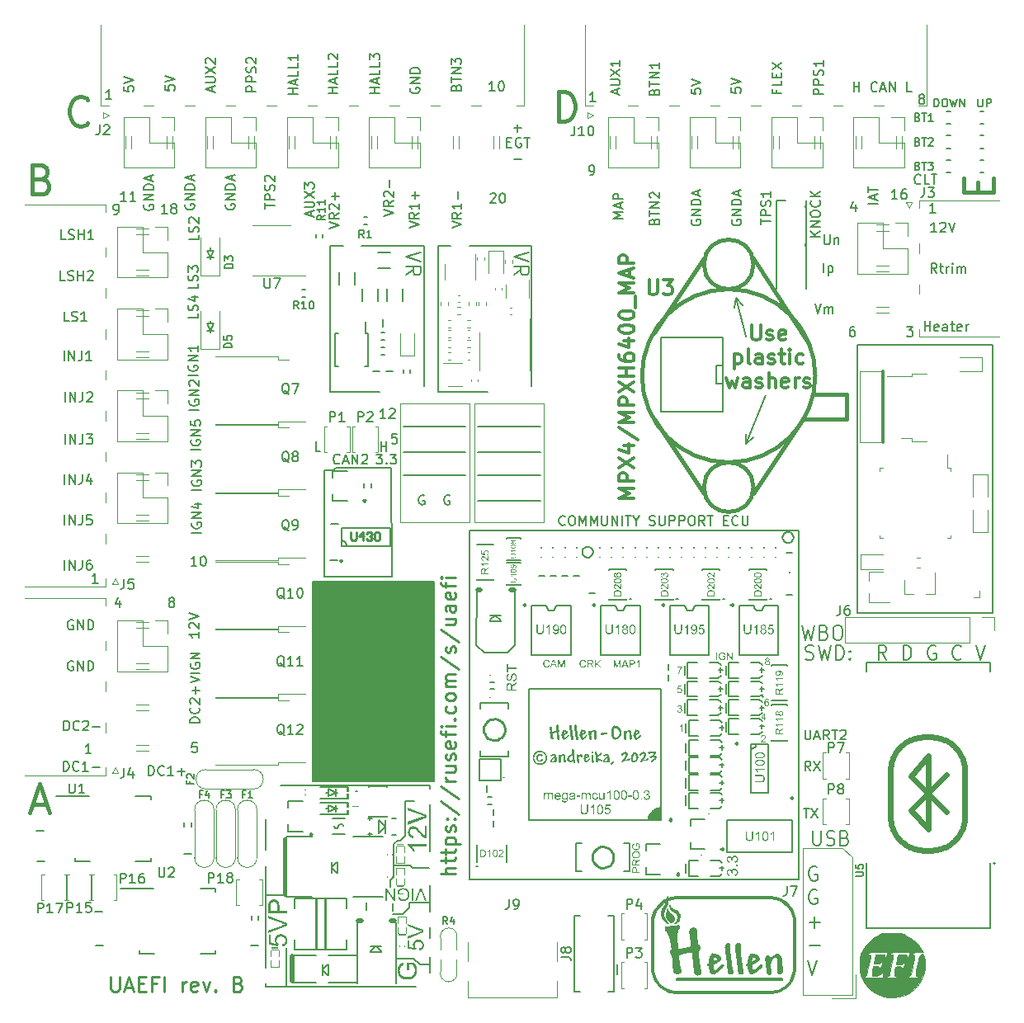
<source format=gto>
G75*
G70*
%OFA0B0*%
%FSLAX25Y25*%
%IPPOS*%
%LPD*%
%AMOC8*
5,1,8,0,0,1.08239X$1,22.5*
%
%ADD10C,0.00787*%
%ADD100C,0.01968*%
%ADD101C,0.01575*%
%ADD131C,0.01000*%
%ADD228C,0.00300*%
%ADD76C,0.01181*%
%ADD79C,0.00591*%
%ADD80C,0.00472*%
%ADD84C,0.01772*%
%ADD85C,0.00669*%
%ADD86C,0.00984*%
%ADD87C,0.01200*%
%ADD88C,0.00500*%
%ADD89C,0.00800*%
%ADD90C,0.02484*%
%ADD91C,0.00390*%
%ADD92C,0.00010*%
%ADD93C,0.01500*%
%ADD99C,0.00394*%
X0000000Y0000000D02*
%LPD*%
G01*
D79*
X0183071Y0211811D02*
X0208268Y0211811D01*
X0183071Y0201575D02*
X0208268Y0201575D01*
X0287402Y0283465D02*
X0286614Y0279528D01*
X0152756Y0231496D02*
X0177953Y0231496D01*
X0116236Y0168838D02*
X0165157Y0168838D01*
X0165157Y0088189D01*
X0116236Y0088189D01*
X0116236Y0168838D01*
G36*
X0116236Y0168838D02*
G01*
X0165157Y0168838D01*
X0165157Y0088189D01*
X0116236Y0088189D01*
X0116236Y0168838D01*
G37*
X0287402Y0283465D02*
X0289764Y0280315D01*
X0291339Y0267717D02*
X0287402Y0283465D01*
X0183071Y0221260D02*
X0208268Y0221260D01*
X0152756Y0211811D02*
X0177953Y0211811D01*
X0183071Y0231496D02*
X0208268Y0231496D01*
X0291339Y0224409D02*
X0294094Y0227165D01*
X0152756Y0221260D02*
X0177953Y0221260D01*
X0291339Y0224409D02*
X0291339Y0228346D01*
X0299213Y0244094D02*
X0291339Y0224409D01*
X0143757Y0221438D02*
X0143757Y0225375D01*
X0143757Y0223500D02*
X0146007Y0223500D01*
X0146007Y0221438D02*
X0146007Y0225375D01*
X0368232Y0310020D02*
X0365982Y0310020D01*
X0367107Y0310020D02*
X0367107Y0313957D01*
X0367107Y0313957D02*
X0366732Y0313395D01*
X0366732Y0313395D02*
X0366357Y0313020D01*
X0366357Y0313020D02*
X0365982Y0312833D01*
X0369732Y0313582D02*
X0369919Y0313770D01*
X0369919Y0313770D02*
X0370294Y0313957D01*
X0370294Y0313957D02*
X0371232Y0313957D01*
X0371232Y0313957D02*
X0371607Y0313770D01*
X0371607Y0313770D02*
X0371794Y0313582D01*
X0371794Y0313582D02*
X0371982Y0313208D01*
X0371982Y0313208D02*
X0371982Y0312833D01*
X0371982Y0312833D02*
X0371794Y0312270D01*
X0371794Y0312270D02*
X0369544Y0310020D01*
X0369544Y0310020D02*
X0371982Y0310020D01*
X0373106Y0313957D02*
X0374419Y0310020D01*
X0374419Y0310020D02*
X0375731Y0313957D01*
D84*
X0006749Y0331524D02*
X0008436Y0330961D01*
X0008436Y0330961D02*
X0008999Y0330399D01*
X0008999Y0330399D02*
X0009561Y0329274D01*
X0009561Y0329274D02*
X0009561Y0327587D01*
X0009561Y0327587D02*
X0008999Y0326462D01*
X0008999Y0326462D02*
X0008436Y0325899D01*
X0008436Y0325899D02*
X0007312Y0325337D01*
X0007312Y0325337D02*
X0002812Y0325337D01*
X0002812Y0325337D02*
X0002812Y0337148D01*
X0002812Y0337148D02*
X0006749Y0337148D01*
X0006749Y0337148D02*
X0007874Y0336585D01*
X0007874Y0336585D02*
X0008436Y0336023D01*
X0008436Y0336023D02*
X0008999Y0334898D01*
X0008999Y0334898D02*
X0008999Y0333773D01*
X0008999Y0333773D02*
X0008436Y0332648D01*
X0008436Y0332648D02*
X0007874Y0332086D01*
X0007874Y0332086D02*
X0006749Y0331524D01*
X0006749Y0331524D02*
X0002812Y0331524D01*
D79*
X0069441Y0103721D02*
X0067567Y0103721D01*
X0067567Y0103721D02*
X0067379Y0101846D01*
X0067379Y0101846D02*
X0067567Y0102034D01*
X0067567Y0102034D02*
X0067942Y0102221D01*
X0067942Y0102221D02*
X0068879Y0102221D01*
X0068879Y0102221D02*
X0069254Y0102034D01*
X0069254Y0102034D02*
X0069441Y0101846D01*
X0069441Y0101846D02*
X0069629Y0101471D01*
X0069629Y0101471D02*
X0069629Y0100534D01*
X0069629Y0100534D02*
X0069441Y0100159D01*
X0069441Y0100159D02*
X0069254Y0099972D01*
X0069254Y0099972D02*
X0068879Y0099784D01*
X0068879Y0099784D02*
X0067942Y0099784D01*
X0067942Y0099784D02*
X0067567Y0099972D01*
X0067567Y0099972D02*
X0067379Y0100159D01*
X0016020Y0173603D02*
X0016020Y0177540D01*
X0017895Y0173603D02*
X0017895Y0177540D01*
X0017895Y0177540D02*
X0020144Y0173603D01*
X0020144Y0173603D02*
X0020144Y0177540D01*
X0023144Y0177540D02*
X0023144Y0174728D01*
X0023144Y0174728D02*
X0022957Y0174166D01*
X0022957Y0174166D02*
X0022582Y0173791D01*
X0022582Y0173791D02*
X0022019Y0173603D01*
X0022019Y0173603D02*
X0021644Y0173603D01*
X0026706Y0177540D02*
X0025956Y0177540D01*
X0025956Y0177540D02*
X0025581Y0177353D01*
X0025581Y0177353D02*
X0025394Y0177165D01*
X0025394Y0177165D02*
X0025019Y0176603D01*
X0025019Y0176603D02*
X0024831Y0175853D01*
X0024831Y0175853D02*
X0024831Y0174353D01*
X0024831Y0174353D02*
X0025019Y0173978D01*
X0025019Y0173978D02*
X0025206Y0173791D01*
X0025206Y0173791D02*
X0025581Y0173603D01*
X0025581Y0173603D02*
X0026331Y0173603D01*
X0026331Y0173603D02*
X0026706Y0173791D01*
X0026706Y0173791D02*
X0026894Y0173978D01*
X0026894Y0173978D02*
X0027081Y0174353D01*
X0027081Y0174353D02*
X0027081Y0175290D01*
X0027081Y0175290D02*
X0026894Y0175665D01*
X0026894Y0175665D02*
X0026706Y0175853D01*
X0026706Y0175853D02*
X0026331Y0176040D01*
X0026331Y0176040D02*
X0025581Y0176040D01*
X0025581Y0176040D02*
X0025206Y0175853D01*
X0025206Y0175853D02*
X0025019Y0175665D01*
X0025019Y0175665D02*
X0024831Y0175290D01*
X0070098Y0308886D02*
X0070098Y0307012D01*
X0070098Y0307012D02*
X0066161Y0307012D01*
X0069910Y0310011D02*
X0070098Y0310574D01*
X0070098Y0310574D02*
X0070098Y0311511D01*
X0070098Y0311511D02*
X0069910Y0311886D01*
X0069910Y0311886D02*
X0069723Y0312073D01*
X0069723Y0312073D02*
X0069348Y0312261D01*
X0069348Y0312261D02*
X0068973Y0312261D01*
X0068973Y0312261D02*
X0068598Y0312073D01*
X0068598Y0312073D02*
X0068410Y0311886D01*
X0068410Y0311886D02*
X0068223Y0311511D01*
X0068223Y0311511D02*
X0068035Y0310761D01*
X0068035Y0310761D02*
X0067848Y0310386D01*
X0067848Y0310386D02*
X0067661Y0310199D01*
X0067661Y0310199D02*
X0067286Y0310011D01*
X0067286Y0310011D02*
X0066911Y0310011D01*
X0066911Y0310011D02*
X0066536Y0310199D01*
X0066536Y0310199D02*
X0066348Y0310386D01*
X0066348Y0310386D02*
X0066161Y0310761D01*
X0066161Y0310761D02*
X0066161Y0311699D01*
X0066161Y0311699D02*
X0066348Y0312261D01*
X0066536Y0313761D02*
X0066348Y0313948D01*
X0066348Y0313948D02*
X0066161Y0314323D01*
X0066161Y0314323D02*
X0066161Y0315261D01*
X0066161Y0315261D02*
X0066348Y0315636D01*
X0066348Y0315636D02*
X0066536Y0315823D01*
X0066536Y0315823D02*
X0066911Y0316010D01*
X0066911Y0316010D02*
X0067286Y0316010D01*
X0067286Y0316010D02*
X0067848Y0315823D01*
X0067848Y0315823D02*
X0070098Y0313573D01*
X0070098Y0313573D02*
X0070098Y0316010D01*
X0016020Y0208249D02*
X0016020Y0212186D01*
X0017895Y0208249D02*
X0017895Y0212186D01*
X0017895Y0212186D02*
X0020144Y0208249D01*
X0020144Y0208249D02*
X0020144Y0212186D01*
X0023144Y0212186D02*
X0023144Y0209374D01*
X0023144Y0209374D02*
X0022957Y0208811D01*
X0022957Y0208811D02*
X0022582Y0208436D01*
X0022582Y0208436D02*
X0022019Y0208249D01*
X0022019Y0208249D02*
X0021644Y0208249D01*
X0026706Y0210873D02*
X0026706Y0208249D01*
X0025769Y0212373D02*
X0024831Y0209561D01*
X0024831Y0209561D02*
X0027268Y0209561D01*
X0016273Y0290532D02*
X0014398Y0290532D01*
X0014398Y0290532D02*
X0014398Y0294469D01*
X0017398Y0290720D02*
X0017960Y0290532D01*
X0017960Y0290532D02*
X0018898Y0290532D01*
X0018898Y0290532D02*
X0019273Y0290720D01*
X0019273Y0290720D02*
X0019460Y0290907D01*
X0019460Y0290907D02*
X0019648Y0291282D01*
X0019648Y0291282D02*
X0019648Y0291657D01*
X0019648Y0291657D02*
X0019460Y0292032D01*
X0019460Y0292032D02*
X0019273Y0292220D01*
X0019273Y0292220D02*
X0018898Y0292407D01*
X0018898Y0292407D02*
X0018148Y0292594D01*
X0018148Y0292594D02*
X0017773Y0292782D01*
X0017773Y0292782D02*
X0017585Y0292969D01*
X0017585Y0292969D02*
X0017398Y0293344D01*
X0017398Y0293344D02*
X0017398Y0293719D01*
X0017398Y0293719D02*
X0017585Y0294094D01*
X0017585Y0294094D02*
X0017773Y0294282D01*
X0017773Y0294282D02*
X0018148Y0294469D01*
X0018148Y0294469D02*
X0019085Y0294469D01*
X0019085Y0294469D02*
X0019648Y0294282D01*
X0021335Y0290532D02*
X0021335Y0294469D01*
X0021335Y0292594D02*
X0023585Y0292594D01*
X0023585Y0290532D02*
X0023585Y0294469D01*
X0025272Y0294094D02*
X0025459Y0294282D01*
X0025459Y0294282D02*
X0025834Y0294469D01*
X0025834Y0294469D02*
X0026772Y0294469D01*
X0026772Y0294469D02*
X0027147Y0294282D01*
X0027147Y0294282D02*
X0027334Y0294094D01*
X0027334Y0294094D02*
X0027522Y0293719D01*
X0027522Y0293719D02*
X0027522Y0293344D01*
X0027522Y0293344D02*
X0027334Y0292782D01*
X0027334Y0292782D02*
X0025084Y0290532D01*
X0025084Y0290532D02*
X0027522Y0290532D01*
X0057518Y0317501D02*
X0055268Y0317501D01*
X0056393Y0317501D02*
X0056393Y0321438D01*
X0056393Y0321438D02*
X0056018Y0320875D01*
X0056018Y0320875D02*
X0055643Y0320500D01*
X0055643Y0320500D02*
X0055268Y0320313D01*
X0059768Y0319750D02*
X0059393Y0319938D01*
X0059393Y0319938D02*
X0059205Y0320125D01*
X0059205Y0320125D02*
X0059018Y0320500D01*
X0059018Y0320500D02*
X0059018Y0320688D01*
X0059018Y0320688D02*
X0059205Y0321063D01*
X0059205Y0321063D02*
X0059393Y0321250D01*
X0059393Y0321250D02*
X0059768Y0321438D01*
X0059768Y0321438D02*
X0060517Y0321438D01*
X0060517Y0321438D02*
X0060892Y0321250D01*
X0060892Y0321250D02*
X0061080Y0321063D01*
X0061080Y0321063D02*
X0061267Y0320688D01*
X0061267Y0320688D02*
X0061267Y0320500D01*
X0061267Y0320500D02*
X0061080Y0320125D01*
X0061080Y0320125D02*
X0060892Y0319938D01*
X0060892Y0319938D02*
X0060517Y0319750D01*
X0060517Y0319750D02*
X0059768Y0319750D01*
X0059768Y0319750D02*
X0059393Y0319563D01*
X0059393Y0319563D02*
X0059205Y0319375D01*
X0059205Y0319375D02*
X0059018Y0319001D01*
X0059018Y0319001D02*
X0059018Y0318251D01*
X0059018Y0318251D02*
X0059205Y0317876D01*
X0059205Y0317876D02*
X0059393Y0317688D01*
X0059393Y0317688D02*
X0059768Y0317501D01*
X0059768Y0317501D02*
X0060517Y0317501D01*
X0060517Y0317501D02*
X0060892Y0317688D01*
X0060892Y0317688D02*
X0061080Y0317876D01*
X0061080Y0317876D02*
X0061267Y0318251D01*
X0061267Y0318251D02*
X0061267Y0319001D01*
X0061267Y0319001D02*
X0061080Y0319375D01*
X0061080Y0319375D02*
X0060892Y0319563D01*
X0060892Y0319563D02*
X0060517Y0319750D01*
X0015720Y0108642D02*
X0015720Y0112579D01*
X0015720Y0112579D02*
X0016657Y0112579D01*
X0016657Y0112579D02*
X0017220Y0112392D01*
X0017220Y0112392D02*
X0017595Y0112017D01*
X0017595Y0112017D02*
X0017782Y0111642D01*
X0017782Y0111642D02*
X0017970Y0110892D01*
X0017970Y0110892D02*
X0017970Y0110330D01*
X0017970Y0110330D02*
X0017782Y0109580D01*
X0017782Y0109580D02*
X0017595Y0109205D01*
X0017595Y0109205D02*
X0017220Y0108830D01*
X0017220Y0108830D02*
X0016657Y0108642D01*
X0016657Y0108642D02*
X0015720Y0108642D01*
X0021907Y0109017D02*
X0021719Y0108830D01*
X0021719Y0108830D02*
X0021157Y0108642D01*
X0021157Y0108642D02*
X0020782Y0108642D01*
X0020782Y0108642D02*
X0020219Y0108830D01*
X0020219Y0108830D02*
X0019844Y0109205D01*
X0019844Y0109205D02*
X0019657Y0109580D01*
X0019657Y0109580D02*
X0019469Y0110330D01*
X0019469Y0110330D02*
X0019469Y0110892D01*
X0019469Y0110892D02*
X0019657Y0111642D01*
X0019657Y0111642D02*
X0019844Y0112017D01*
X0019844Y0112017D02*
X0020219Y0112392D01*
X0020219Y0112392D02*
X0020782Y0112579D01*
X0020782Y0112579D02*
X0021157Y0112579D01*
X0021157Y0112579D02*
X0021719Y0112392D01*
X0021719Y0112392D02*
X0021907Y0112205D01*
X0023406Y0112205D02*
X0023594Y0112392D01*
X0023594Y0112392D02*
X0023969Y0112579D01*
X0023969Y0112579D02*
X0024906Y0112579D01*
X0024906Y0112579D02*
X0025281Y0112392D01*
X0025281Y0112392D02*
X0025469Y0112205D01*
X0025469Y0112205D02*
X0025656Y0111830D01*
X0025656Y0111830D02*
X0025656Y0111455D01*
X0025656Y0111455D02*
X0025469Y0110892D01*
X0025469Y0110892D02*
X0023219Y0108642D01*
X0023219Y0108642D02*
X0025656Y0108642D01*
X0027343Y0110142D02*
X0030343Y0110142D01*
X0039980Y0368935D02*
X0039980Y0367060D01*
X0039980Y0367060D02*
X0041854Y0366873D01*
X0041854Y0366873D02*
X0041667Y0367060D01*
X0041667Y0367060D02*
X0041479Y0367435D01*
X0041479Y0367435D02*
X0041479Y0368373D01*
X0041479Y0368373D02*
X0041667Y0368748D01*
X0041667Y0368748D02*
X0041854Y0368935D01*
X0041854Y0368935D02*
X0042229Y0369123D01*
X0042229Y0369123D02*
X0043167Y0369123D01*
X0043167Y0369123D02*
X0043542Y0368935D01*
X0043542Y0368935D02*
X0043729Y0368748D01*
X0043729Y0368748D02*
X0043917Y0368373D01*
X0043917Y0368373D02*
X0043917Y0367435D01*
X0043917Y0367435D02*
X0043729Y0367060D01*
X0043729Y0367060D02*
X0043542Y0366873D01*
X0039980Y0370247D02*
X0043917Y0371560D01*
X0043917Y0371560D02*
X0039980Y0372872D01*
X0230456Y0362776D02*
X0228206Y0362776D01*
X0229331Y0362776D02*
X0229331Y0366713D01*
X0229331Y0366713D02*
X0228956Y0366151D01*
X0228956Y0366151D02*
X0228581Y0365776D01*
X0228581Y0365776D02*
X0228206Y0365588D01*
X0126397Y0366142D02*
X0122460Y0366142D01*
X0124335Y0366142D02*
X0124335Y0368391D01*
X0126397Y0368391D02*
X0122460Y0368391D01*
X0125272Y0370079D02*
X0125272Y0371954D01*
X0126397Y0369704D02*
X0122460Y0371016D01*
X0122460Y0371016D02*
X0126397Y0372328D01*
X0126397Y0375516D02*
X0126397Y0373641D01*
X0126397Y0373641D02*
X0122460Y0373641D01*
X0126397Y0378703D02*
X0126397Y0376828D01*
X0126397Y0376828D02*
X0122460Y0376828D01*
X0122835Y0379828D02*
X0122647Y0380015D01*
X0122647Y0380015D02*
X0122460Y0380390D01*
X0122460Y0380390D02*
X0122460Y0381327D01*
X0122460Y0381327D02*
X0122647Y0381702D01*
X0122647Y0381702D02*
X0122835Y0381890D01*
X0122835Y0381890D02*
X0123210Y0382077D01*
X0123210Y0382077D02*
X0123585Y0382077D01*
X0123585Y0382077D02*
X0124147Y0381890D01*
X0124147Y0381890D02*
X0126397Y0379640D01*
X0126397Y0379640D02*
X0126397Y0382077D01*
X0155137Y0311699D02*
X0159074Y0313011D01*
X0159074Y0313011D02*
X0155137Y0314323D01*
X0159074Y0317885D02*
X0157199Y0316573D01*
X0159074Y0315636D02*
X0155137Y0315636D01*
X0155137Y0315636D02*
X0155137Y0317135D01*
X0155137Y0317135D02*
X0155325Y0317510D01*
X0155325Y0317510D02*
X0155512Y0317698D01*
X0155512Y0317698D02*
X0155887Y0317885D01*
X0155887Y0317885D02*
X0156449Y0317885D01*
X0156449Y0317885D02*
X0156824Y0317698D01*
X0156824Y0317698D02*
X0157012Y0317510D01*
X0157012Y0317510D02*
X0157199Y0317135D01*
X0157199Y0317135D02*
X0157199Y0315636D01*
X0159074Y0321635D02*
X0159074Y0319385D01*
X0159074Y0320510D02*
X0155137Y0320510D01*
X0155137Y0320510D02*
X0155700Y0320135D01*
X0155700Y0320135D02*
X0156074Y0319760D01*
X0156074Y0319760D02*
X0156262Y0319385D01*
X0157574Y0323322D02*
X0157574Y0326322D01*
X0159074Y0324822D02*
X0156074Y0324822D01*
D10*
X0319820Y0053556D02*
X0319295Y0053837D01*
X0319295Y0053837D02*
X0318508Y0053837D01*
X0318508Y0053837D02*
X0317721Y0053556D01*
X0317721Y0053556D02*
X0317196Y0052994D01*
X0317196Y0052994D02*
X0316933Y0052431D01*
X0316933Y0052431D02*
X0316671Y0051307D01*
X0316671Y0051307D02*
X0316671Y0050463D01*
X0316671Y0050463D02*
X0316933Y0049338D01*
X0316933Y0049338D02*
X0317196Y0048776D01*
X0317196Y0048776D02*
X0317721Y0048213D01*
X0317721Y0048213D02*
X0318508Y0047932D01*
X0318508Y0047932D02*
X0319033Y0047932D01*
X0319033Y0047932D02*
X0319820Y0048213D01*
X0319820Y0048213D02*
X0320083Y0048494D01*
X0320083Y0048494D02*
X0320083Y0050463D01*
X0320083Y0050463D02*
X0319033Y0050463D01*
X0319820Y0044048D02*
X0319295Y0044330D01*
X0319295Y0044330D02*
X0318508Y0044330D01*
X0318508Y0044330D02*
X0317721Y0044048D01*
X0317721Y0044048D02*
X0317196Y0043486D01*
X0317196Y0043486D02*
X0316933Y0042923D01*
X0316933Y0042923D02*
X0316671Y0041799D01*
X0316671Y0041799D02*
X0316671Y0040955D01*
X0316671Y0040955D02*
X0316933Y0039830D01*
X0316933Y0039830D02*
X0317196Y0039268D01*
X0317196Y0039268D02*
X0317721Y0038705D01*
X0317721Y0038705D02*
X0318508Y0038424D01*
X0318508Y0038424D02*
X0319033Y0038424D01*
X0319033Y0038424D02*
X0319820Y0038705D01*
X0319820Y0038705D02*
X0320083Y0038986D01*
X0320083Y0038986D02*
X0320083Y0040955D01*
X0320083Y0040955D02*
X0319033Y0040955D01*
X0316933Y0031166D02*
X0321133Y0031166D01*
X0319033Y0028916D02*
X0319033Y0033416D01*
X0316933Y0021658D02*
X0321133Y0021658D01*
X0316146Y0015806D02*
X0317983Y0009900D01*
X0317983Y0009900D02*
X0319820Y0015806D01*
D79*
X0321279Y0308230D02*
X0317342Y0308230D01*
X0321279Y0310480D02*
X0319029Y0308793D01*
X0317342Y0310480D02*
X0319592Y0308230D01*
X0321279Y0312167D02*
X0317342Y0312167D01*
X0317342Y0312167D02*
X0321279Y0314417D01*
X0321279Y0314417D02*
X0317342Y0314417D01*
X0317342Y0317042D02*
X0317342Y0317792D01*
X0317342Y0317792D02*
X0317529Y0318166D01*
X0317529Y0318166D02*
X0317904Y0318541D01*
X0317904Y0318541D02*
X0318654Y0318729D01*
X0318654Y0318729D02*
X0319966Y0318729D01*
X0319966Y0318729D02*
X0320716Y0318541D01*
X0320716Y0318541D02*
X0321091Y0318166D01*
X0321091Y0318166D02*
X0321279Y0317792D01*
X0321279Y0317792D02*
X0321279Y0317042D01*
X0321279Y0317042D02*
X0321091Y0316667D01*
X0321091Y0316667D02*
X0320716Y0316292D01*
X0320716Y0316292D02*
X0319966Y0316104D01*
X0319966Y0316104D02*
X0318654Y0316104D01*
X0318654Y0316104D02*
X0317904Y0316292D01*
X0317904Y0316292D02*
X0317529Y0316667D01*
X0317529Y0316667D02*
X0317342Y0317042D01*
X0320904Y0322666D02*
X0321091Y0322478D01*
X0321091Y0322478D02*
X0321279Y0321916D01*
X0321279Y0321916D02*
X0321279Y0321541D01*
X0321279Y0321541D02*
X0321091Y0320979D01*
X0321091Y0320979D02*
X0320716Y0320604D01*
X0320716Y0320604D02*
X0320341Y0320416D01*
X0320341Y0320416D02*
X0319592Y0320229D01*
X0319592Y0320229D02*
X0319029Y0320229D01*
X0319029Y0320229D02*
X0318279Y0320416D01*
X0318279Y0320416D02*
X0317904Y0320604D01*
X0317904Y0320604D02*
X0317529Y0320979D01*
X0317529Y0320979D02*
X0317342Y0321541D01*
X0317342Y0321541D02*
X0317342Y0321916D01*
X0317342Y0321916D02*
X0317529Y0322478D01*
X0317529Y0322478D02*
X0317717Y0322666D01*
X0321279Y0324353D02*
X0317342Y0324353D01*
X0321279Y0326603D02*
X0319029Y0324916D01*
X0317342Y0326603D02*
X0319592Y0324353D01*
X0315105Y0108938D02*
X0315105Y0105751D01*
X0315105Y0105751D02*
X0315293Y0105376D01*
X0315293Y0105376D02*
X0315480Y0105188D01*
X0315480Y0105188D02*
X0315855Y0105001D01*
X0315855Y0105001D02*
X0316605Y0105001D01*
X0316605Y0105001D02*
X0316980Y0105188D01*
X0316980Y0105188D02*
X0317168Y0105376D01*
X0317168Y0105376D02*
X0317355Y0105751D01*
X0317355Y0105751D02*
X0317355Y0108938D01*
X0319042Y0106126D02*
X0320917Y0106126D01*
X0318667Y0105001D02*
X0319980Y0108938D01*
X0319980Y0108938D02*
X0321292Y0105001D01*
X0324854Y0105001D02*
X0323542Y0106875D01*
X0322604Y0105001D02*
X0322604Y0108938D01*
X0322604Y0108938D02*
X0324104Y0108938D01*
X0324104Y0108938D02*
X0324479Y0108750D01*
X0324479Y0108750D02*
X0324667Y0108563D01*
X0324667Y0108563D02*
X0324854Y0108188D01*
X0324854Y0108188D02*
X0324854Y0107625D01*
X0324854Y0107625D02*
X0324667Y0107250D01*
X0324667Y0107250D02*
X0324479Y0107063D01*
X0324479Y0107063D02*
X0324104Y0106875D01*
X0324104Y0106875D02*
X0322604Y0106875D01*
X0325979Y0108938D02*
X0328229Y0108938D01*
X0327104Y0105001D02*
X0327104Y0108938D01*
X0329354Y0108563D02*
X0329541Y0108750D01*
X0329541Y0108750D02*
X0329916Y0108938D01*
X0329916Y0108938D02*
X0330853Y0108938D01*
X0330853Y0108938D02*
X0331228Y0108750D01*
X0331228Y0108750D02*
X0331416Y0108563D01*
X0331416Y0108563D02*
X0331603Y0108188D01*
X0331603Y0108188D02*
X0331603Y0107813D01*
X0331603Y0107813D02*
X0331416Y0107250D01*
X0331416Y0107250D02*
X0329166Y0105001D01*
X0329166Y0105001D02*
X0331603Y0105001D01*
X0317355Y0092324D02*
X0316043Y0094198D01*
X0315105Y0092324D02*
X0315105Y0096261D01*
X0315105Y0096261D02*
X0316605Y0096261D01*
X0316605Y0096261D02*
X0316980Y0096073D01*
X0316980Y0096073D02*
X0317168Y0095886D01*
X0317168Y0095886D02*
X0317355Y0095511D01*
X0317355Y0095511D02*
X0317355Y0094948D01*
X0317355Y0094948D02*
X0317168Y0094573D01*
X0317168Y0094573D02*
X0316980Y0094386D01*
X0316980Y0094386D02*
X0316605Y0094198D01*
X0316605Y0094198D02*
X0315105Y0094198D01*
X0318667Y0096261D02*
X0321292Y0092324D01*
X0321292Y0096261D02*
X0318667Y0092324D01*
X0314543Y0077245D02*
X0316793Y0077245D01*
X0315668Y0073308D02*
X0315668Y0077245D01*
X0317730Y0077245D02*
X0320355Y0073308D01*
X0320355Y0077245D02*
X0317730Y0073308D01*
D84*
X0003093Y0078711D02*
X0008718Y0078711D01*
X0001969Y0075337D02*
X0005906Y0087148D01*
X0005906Y0087148D02*
X0009843Y0075337D01*
D79*
X0056515Y0369329D02*
X0056515Y0367454D01*
X0056515Y0367454D02*
X0058390Y0367267D01*
X0058390Y0367267D02*
X0058202Y0367454D01*
X0058202Y0367454D02*
X0058015Y0367829D01*
X0058015Y0367829D02*
X0058015Y0368766D01*
X0058015Y0368766D02*
X0058202Y0369141D01*
X0058202Y0369141D02*
X0058390Y0369329D01*
X0058390Y0369329D02*
X0058765Y0369516D01*
X0058765Y0369516D02*
X0059702Y0369516D01*
X0059702Y0369516D02*
X0060077Y0369329D01*
X0060077Y0369329D02*
X0060265Y0369141D01*
X0060265Y0369141D02*
X0060452Y0368766D01*
X0060452Y0368766D02*
X0060452Y0367829D01*
X0060452Y0367829D02*
X0060265Y0367454D01*
X0060265Y0367454D02*
X0060077Y0367267D01*
X0056515Y0370641D02*
X0060452Y0371954D01*
X0060452Y0371954D02*
X0056515Y0373266D01*
X0352400Y0323406D02*
X0350150Y0323406D01*
X0351275Y0323406D02*
X0351275Y0327343D01*
X0351275Y0327343D02*
X0350900Y0326781D01*
X0350900Y0326781D02*
X0350525Y0326406D01*
X0350525Y0326406D02*
X0350150Y0326218D01*
X0355774Y0327343D02*
X0355024Y0327343D01*
X0355024Y0327343D02*
X0354649Y0327156D01*
X0354649Y0327156D02*
X0354462Y0326968D01*
X0354462Y0326968D02*
X0354087Y0326406D01*
X0354087Y0326406D02*
X0353900Y0325656D01*
X0353900Y0325656D02*
X0353900Y0324156D01*
X0353900Y0324156D02*
X0354087Y0323781D01*
X0354087Y0323781D02*
X0354274Y0323594D01*
X0354274Y0323594D02*
X0354649Y0323406D01*
X0354649Y0323406D02*
X0355399Y0323406D01*
X0355399Y0323406D02*
X0355774Y0323594D01*
X0355774Y0323594D02*
X0355962Y0323781D01*
X0355962Y0323781D02*
X0356149Y0324156D01*
X0356149Y0324156D02*
X0356149Y0325094D01*
X0356149Y0325094D02*
X0355962Y0325468D01*
X0355962Y0325468D02*
X0355774Y0325656D01*
X0355774Y0325656D02*
X0355399Y0325843D01*
X0355399Y0325843D02*
X0354649Y0325843D01*
X0354649Y0325843D02*
X0354274Y0325656D01*
X0354274Y0325656D02*
X0354087Y0325468D01*
X0354087Y0325468D02*
X0353900Y0325094D01*
X0174138Y0368466D02*
X0174325Y0369029D01*
X0174325Y0369029D02*
X0174513Y0369216D01*
X0174513Y0369216D02*
X0174888Y0369404D01*
X0174888Y0369404D02*
X0175450Y0369404D01*
X0175450Y0369404D02*
X0175825Y0369216D01*
X0175825Y0369216D02*
X0176013Y0369029D01*
X0176013Y0369029D02*
X0176200Y0368654D01*
X0176200Y0368654D02*
X0176200Y0367154D01*
X0176200Y0367154D02*
X0172263Y0367154D01*
X0172263Y0367154D02*
X0172263Y0368466D01*
X0172263Y0368466D02*
X0172451Y0368841D01*
X0172451Y0368841D02*
X0172638Y0369029D01*
X0172638Y0369029D02*
X0173013Y0369216D01*
X0173013Y0369216D02*
X0173388Y0369216D01*
X0173388Y0369216D02*
X0173763Y0369029D01*
X0173763Y0369029D02*
X0173950Y0368841D01*
X0173950Y0368841D02*
X0174138Y0368466D01*
X0174138Y0368466D02*
X0174138Y0367154D01*
X0172263Y0370529D02*
X0172263Y0372778D01*
X0176200Y0371654D02*
X0172263Y0371654D01*
X0176200Y0374091D02*
X0172263Y0374091D01*
X0172263Y0374091D02*
X0176200Y0376340D01*
X0176200Y0376340D02*
X0172263Y0376340D01*
X0172263Y0377840D02*
X0172263Y0380277D01*
X0172263Y0380277D02*
X0173763Y0378965D01*
X0173763Y0378965D02*
X0173763Y0379528D01*
X0173763Y0379528D02*
X0173950Y0379903D01*
X0173950Y0379903D02*
X0174138Y0380090D01*
X0174138Y0380090D02*
X0174513Y0380277D01*
X0174513Y0380277D02*
X0175450Y0380277D01*
X0175450Y0380277D02*
X0175825Y0380090D01*
X0175825Y0380090D02*
X0176013Y0379903D01*
X0176013Y0379903D02*
X0176200Y0379528D01*
X0176200Y0379528D02*
X0176200Y0378403D01*
X0176200Y0378403D02*
X0176013Y0378028D01*
X0176013Y0378028D02*
X0175825Y0377840D01*
X0075666Y0366873D02*
X0075666Y0368748D01*
X0076791Y0366498D02*
X0072854Y0367810D01*
X0072854Y0367810D02*
X0076791Y0369123D01*
X0072854Y0370435D02*
X0076041Y0370435D01*
X0076041Y0370435D02*
X0076416Y0370622D01*
X0076416Y0370622D02*
X0076603Y0370810D01*
X0076603Y0370810D02*
X0076791Y0371185D01*
X0076791Y0371185D02*
X0076791Y0371935D01*
X0076791Y0371935D02*
X0076603Y0372310D01*
X0076603Y0372310D02*
X0076416Y0372497D01*
X0076416Y0372497D02*
X0076041Y0372685D01*
X0076041Y0372685D02*
X0072854Y0372685D01*
X0072854Y0374184D02*
X0076791Y0376809D01*
X0072854Y0376809D02*
X0076791Y0374184D01*
X0073229Y0378121D02*
X0073041Y0378309D01*
X0073041Y0378309D02*
X0072854Y0378684D01*
X0072854Y0378684D02*
X0072854Y0379621D01*
X0072854Y0379621D02*
X0073041Y0379996D01*
X0073041Y0379996D02*
X0073229Y0380184D01*
X0073229Y0380184D02*
X0073604Y0380371D01*
X0073604Y0380371D02*
X0073978Y0380371D01*
X0073978Y0380371D02*
X0074541Y0380184D01*
X0074541Y0380184D02*
X0076791Y0377934D01*
X0076791Y0377934D02*
X0076791Y0380371D01*
X0038348Y0161070D02*
X0038348Y0158446D01*
X0037411Y0162570D02*
X0036474Y0159758D01*
X0036474Y0159758D02*
X0038911Y0159758D01*
X0141939Y0220257D02*
X0144376Y0220257D01*
X0144376Y0220257D02*
X0143063Y0218757D01*
X0143063Y0218757D02*
X0143626Y0218757D01*
X0143626Y0218757D02*
X0144001Y0218569D01*
X0144001Y0218569D02*
X0144188Y0218382D01*
X0144188Y0218382D02*
X0144376Y0218007D01*
X0144376Y0218007D02*
X0144376Y0217070D01*
X0144376Y0217070D02*
X0144188Y0216695D01*
X0144188Y0216695D02*
X0144001Y0216507D01*
X0144001Y0216507D02*
X0143626Y0216320D01*
X0143626Y0216320D02*
X0142501Y0216320D01*
X0142501Y0216320D02*
X0142126Y0216507D01*
X0142126Y0216507D02*
X0141939Y0216695D01*
X0146063Y0216695D02*
X0146250Y0216507D01*
X0146250Y0216507D02*
X0146063Y0216320D01*
X0146063Y0216320D02*
X0145876Y0216507D01*
X0145876Y0216507D02*
X0146063Y0216695D01*
X0146063Y0216695D02*
X0146063Y0216320D01*
X0147563Y0220257D02*
X0150000Y0220257D01*
X0150000Y0220257D02*
X0148688Y0218757D01*
X0148688Y0218757D02*
X0149250Y0218757D01*
X0149250Y0218757D02*
X0149625Y0218569D01*
X0149625Y0218569D02*
X0149813Y0218382D01*
X0149813Y0218382D02*
X0150000Y0218007D01*
X0150000Y0218007D02*
X0150000Y0217070D01*
X0150000Y0217070D02*
X0149813Y0216695D01*
X0149813Y0216695D02*
X0149625Y0216507D01*
X0149625Y0216507D02*
X0149250Y0216320D01*
X0149250Y0216320D02*
X0148125Y0216320D01*
X0148125Y0216320D02*
X0147750Y0216507D01*
X0147750Y0216507D02*
X0147563Y0216695D01*
X0297263Y0313236D02*
X0297263Y0315486D01*
X0301200Y0314361D02*
X0297263Y0314361D01*
X0301200Y0316798D02*
X0297263Y0316798D01*
X0297263Y0316798D02*
X0297263Y0318298D01*
X0297263Y0318298D02*
X0297451Y0318673D01*
X0297451Y0318673D02*
X0297638Y0318860D01*
X0297638Y0318860D02*
X0298013Y0319048D01*
X0298013Y0319048D02*
X0298575Y0319048D01*
X0298575Y0319048D02*
X0298950Y0318860D01*
X0298950Y0318860D02*
X0299138Y0318673D01*
X0299138Y0318673D02*
X0299325Y0318298D01*
X0299325Y0318298D02*
X0299325Y0316798D01*
X0301013Y0320547D02*
X0301200Y0321110D01*
X0301200Y0321110D02*
X0301200Y0322047D01*
X0301200Y0322047D02*
X0301013Y0322422D01*
X0301013Y0322422D02*
X0300825Y0322610D01*
X0300825Y0322610D02*
X0300450Y0322797D01*
X0300450Y0322797D02*
X0300075Y0322797D01*
X0300075Y0322797D02*
X0299700Y0322610D01*
X0299700Y0322610D02*
X0299513Y0322422D01*
X0299513Y0322422D02*
X0299325Y0322047D01*
X0299325Y0322047D02*
X0299138Y0321297D01*
X0299138Y0321297D02*
X0298950Y0320922D01*
X0298950Y0320922D02*
X0298763Y0320735D01*
X0298763Y0320735D02*
X0298388Y0320547D01*
X0298388Y0320547D02*
X0298013Y0320547D01*
X0298013Y0320547D02*
X0297638Y0320735D01*
X0297638Y0320735D02*
X0297451Y0320922D01*
X0297451Y0320922D02*
X0297263Y0321297D01*
X0297263Y0321297D02*
X0297263Y0322235D01*
X0297263Y0322235D02*
X0297451Y0322797D01*
X0301200Y0326547D02*
X0301200Y0324297D01*
X0301200Y0325422D02*
X0297263Y0325422D01*
X0297263Y0325422D02*
X0297825Y0325047D01*
X0297825Y0325047D02*
X0298200Y0324672D01*
X0298200Y0324672D02*
X0298388Y0324297D01*
D85*
X0385067Y0363894D02*
X0385067Y0361281D01*
X0385067Y0361281D02*
X0385221Y0360974D01*
X0385221Y0360974D02*
X0385375Y0360820D01*
X0385375Y0360820D02*
X0385682Y0360666D01*
X0385682Y0360666D02*
X0386297Y0360666D01*
X0386297Y0360666D02*
X0386605Y0360820D01*
X0386605Y0360820D02*
X0386758Y0360974D01*
X0386758Y0360974D02*
X0386912Y0361281D01*
X0386912Y0361281D02*
X0386912Y0363894D01*
X0388449Y0360666D02*
X0388449Y0363894D01*
X0388449Y0363894D02*
X0389679Y0363894D01*
X0389679Y0363894D02*
X0389987Y0363741D01*
X0389987Y0363741D02*
X0390140Y0363587D01*
X0390140Y0363587D02*
X0390294Y0363280D01*
X0390294Y0363280D02*
X0390294Y0362818D01*
X0390294Y0362818D02*
X0390140Y0362511D01*
X0390140Y0362511D02*
X0389987Y0362357D01*
X0389987Y0362357D02*
X0389679Y0362203D01*
X0389679Y0362203D02*
X0388449Y0362203D01*
D79*
X0150150Y0228524D02*
X0148275Y0228524D01*
X0148275Y0228524D02*
X0148088Y0226650D01*
X0148088Y0226650D02*
X0148275Y0226837D01*
X0148275Y0226837D02*
X0148650Y0227025D01*
X0148650Y0227025D02*
X0149588Y0227025D01*
X0149588Y0227025D02*
X0149963Y0226837D01*
X0149963Y0226837D02*
X0150150Y0226650D01*
X0150150Y0226650D02*
X0150337Y0226275D01*
X0150337Y0226275D02*
X0150337Y0225337D01*
X0150337Y0225337D02*
X0150150Y0224962D01*
X0150150Y0224962D02*
X0149963Y0224775D01*
X0149963Y0224775D02*
X0149588Y0224587D01*
X0149588Y0224587D02*
X0148650Y0224587D01*
X0148650Y0224587D02*
X0148275Y0224775D01*
X0148275Y0224775D02*
X0148088Y0224962D01*
X0115626Y0316479D02*
X0115626Y0318354D01*
X0116751Y0316104D02*
X0112814Y0317417D01*
X0112814Y0317417D02*
X0116751Y0318729D01*
X0112814Y0320041D02*
X0116001Y0320041D01*
X0116001Y0320041D02*
X0116376Y0320229D01*
X0116376Y0320229D02*
X0116564Y0320416D01*
X0116564Y0320416D02*
X0116751Y0320791D01*
X0116751Y0320791D02*
X0116751Y0321541D01*
X0116751Y0321541D02*
X0116564Y0321916D01*
X0116564Y0321916D02*
X0116376Y0322103D01*
X0116376Y0322103D02*
X0116001Y0322291D01*
X0116001Y0322291D02*
X0112814Y0322291D01*
X0112814Y0323791D02*
X0116751Y0326415D01*
X0112814Y0326415D02*
X0116751Y0323791D01*
X0112814Y0327540D02*
X0112814Y0329978D01*
X0112814Y0329978D02*
X0114314Y0328665D01*
X0114314Y0328665D02*
X0114314Y0329228D01*
X0114314Y0329228D02*
X0114502Y0329603D01*
X0114502Y0329603D02*
X0114689Y0329790D01*
X0114689Y0329790D02*
X0115064Y0329978D01*
X0115064Y0329978D02*
X0116001Y0329978D01*
X0116001Y0329978D02*
X0116376Y0329790D01*
X0116376Y0329790D02*
X0116564Y0329603D01*
X0116564Y0329603D02*
X0116751Y0329228D01*
X0116751Y0329228D02*
X0116751Y0328103D01*
X0116751Y0328103D02*
X0116564Y0327728D01*
X0116564Y0327728D02*
X0116376Y0327540D01*
X0081112Y0321297D02*
X0080924Y0320922D01*
X0080924Y0320922D02*
X0080924Y0320360D01*
X0080924Y0320360D02*
X0081112Y0319798D01*
X0081112Y0319798D02*
X0081487Y0319423D01*
X0081487Y0319423D02*
X0081862Y0319235D01*
X0081862Y0319235D02*
X0082612Y0319048D01*
X0082612Y0319048D02*
X0083174Y0319048D01*
X0083174Y0319048D02*
X0083924Y0319235D01*
X0083924Y0319235D02*
X0084299Y0319423D01*
X0084299Y0319423D02*
X0084674Y0319798D01*
X0084674Y0319798D02*
X0084861Y0320360D01*
X0084861Y0320360D02*
X0084861Y0320735D01*
X0084861Y0320735D02*
X0084674Y0321297D01*
X0084674Y0321297D02*
X0084487Y0321485D01*
X0084487Y0321485D02*
X0083174Y0321485D01*
X0083174Y0321485D02*
X0083174Y0320735D01*
X0084861Y0323172D02*
X0080924Y0323172D01*
X0080924Y0323172D02*
X0084861Y0325422D01*
X0084861Y0325422D02*
X0080924Y0325422D01*
X0084861Y0327297D02*
X0080924Y0327297D01*
X0080924Y0327297D02*
X0080924Y0328234D01*
X0080924Y0328234D02*
X0081112Y0328796D01*
X0081112Y0328796D02*
X0081487Y0329171D01*
X0081487Y0329171D02*
X0081862Y0329359D01*
X0081862Y0329359D02*
X0082612Y0329546D01*
X0082612Y0329546D02*
X0083174Y0329546D01*
X0083174Y0329546D02*
X0083924Y0329359D01*
X0083924Y0329359D02*
X0084299Y0329171D01*
X0084299Y0329171D02*
X0084674Y0328796D01*
X0084674Y0328796D02*
X0084861Y0328234D01*
X0084861Y0328234D02*
X0084861Y0327297D01*
X0083737Y0331046D02*
X0083737Y0332921D01*
X0084861Y0330671D02*
X0080924Y0331984D01*
X0080924Y0331984D02*
X0084861Y0333296D01*
D85*
X0360553Y0356452D02*
X0361014Y0356298D01*
X0361014Y0356298D02*
X0361168Y0356144D01*
X0361168Y0356144D02*
X0361321Y0355837D01*
X0361321Y0355837D02*
X0361321Y0355376D01*
X0361321Y0355376D02*
X0361168Y0355068D01*
X0361168Y0355068D02*
X0361014Y0354914D01*
X0361014Y0354914D02*
X0360707Y0354761D01*
X0360707Y0354761D02*
X0359477Y0354761D01*
X0359477Y0354761D02*
X0359477Y0357989D01*
X0359477Y0357989D02*
X0360553Y0357989D01*
X0360553Y0357989D02*
X0360860Y0357835D01*
X0360860Y0357835D02*
X0361014Y0357681D01*
X0361014Y0357681D02*
X0361168Y0357374D01*
X0361168Y0357374D02*
X0361168Y0357067D01*
X0361168Y0357067D02*
X0361014Y0356759D01*
X0361014Y0356759D02*
X0360860Y0356605D01*
X0360860Y0356605D02*
X0360553Y0356452D01*
X0360553Y0356452D02*
X0359477Y0356452D01*
X0362244Y0357989D02*
X0364089Y0357989D01*
X0363166Y0354761D02*
X0363166Y0357989D01*
X0366856Y0354761D02*
X0365011Y0354761D01*
X0365933Y0354761D02*
X0365933Y0357989D01*
X0365933Y0357989D02*
X0365626Y0357528D01*
X0365626Y0357528D02*
X0365318Y0357220D01*
X0365318Y0357220D02*
X0365011Y0357067D01*
D79*
X0356168Y0271831D02*
X0358605Y0271831D01*
X0358605Y0271831D02*
X0357293Y0270332D01*
X0357293Y0270332D02*
X0357855Y0270332D01*
X0357855Y0270332D02*
X0358230Y0270144D01*
X0358230Y0270144D02*
X0358418Y0269957D01*
X0358418Y0269957D02*
X0358605Y0269582D01*
X0358605Y0269582D02*
X0358605Y0268644D01*
X0358605Y0268644D02*
X0358418Y0268269D01*
X0358418Y0268269D02*
X0358230Y0268082D01*
X0358230Y0268082D02*
X0357855Y0267894D01*
X0357855Y0267894D02*
X0356730Y0267894D01*
X0356730Y0267894D02*
X0356355Y0268082D01*
X0356355Y0268082D02*
X0356168Y0268269D01*
X0069371Y0175199D02*
X0067121Y0175199D01*
X0068246Y0175199D02*
X0068246Y0179136D01*
X0068246Y0179136D02*
X0067871Y0178574D01*
X0067871Y0178574D02*
X0067496Y0178199D01*
X0067496Y0178199D02*
X0067121Y0178011D01*
X0071808Y0179136D02*
X0072183Y0179136D01*
X0072183Y0179136D02*
X0072558Y0178949D01*
X0072558Y0178949D02*
X0072746Y0178761D01*
X0072746Y0178761D02*
X0072933Y0178386D01*
X0072933Y0178386D02*
X0073121Y0177636D01*
X0073121Y0177636D02*
X0073121Y0176699D01*
X0073121Y0176699D02*
X0072933Y0175949D01*
X0072933Y0175949D02*
X0072746Y0175574D01*
X0072746Y0175574D02*
X0072558Y0175387D01*
X0072558Y0175387D02*
X0072183Y0175199D01*
X0072183Y0175199D02*
X0071808Y0175199D01*
X0071808Y0175199D02*
X0071433Y0175387D01*
X0071433Y0175387D02*
X0071246Y0175574D01*
X0071246Y0175574D02*
X0071058Y0175949D01*
X0071058Y0175949D02*
X0070871Y0176699D01*
X0070871Y0176699D02*
X0070871Y0177636D01*
X0070871Y0177636D02*
X0071058Y0178386D01*
X0071058Y0178386D02*
X0071246Y0178761D01*
X0071246Y0178761D02*
X0071433Y0178949D01*
X0071433Y0178949D02*
X0071808Y0179136D01*
X0187945Y0325393D02*
X0188133Y0325581D01*
X0188133Y0325581D02*
X0188508Y0325768D01*
X0188508Y0325768D02*
X0189445Y0325768D01*
X0189445Y0325768D02*
X0189820Y0325581D01*
X0189820Y0325581D02*
X0190007Y0325393D01*
X0190007Y0325393D02*
X0190195Y0325019D01*
X0190195Y0325019D02*
X0190195Y0324644D01*
X0190195Y0324644D02*
X0190007Y0324081D01*
X0190007Y0324081D02*
X0187758Y0321831D01*
X0187758Y0321831D02*
X0190195Y0321831D01*
X0192632Y0325768D02*
X0193007Y0325768D01*
X0193007Y0325768D02*
X0193382Y0325581D01*
X0193382Y0325581D02*
X0193570Y0325393D01*
X0193570Y0325393D02*
X0193757Y0325019D01*
X0193757Y0325019D02*
X0193945Y0324269D01*
X0193945Y0324269D02*
X0193945Y0323331D01*
X0193945Y0323331D02*
X0193757Y0322581D01*
X0193757Y0322581D02*
X0193570Y0322206D01*
X0193570Y0322206D02*
X0193382Y0322019D01*
X0193382Y0322019D02*
X0193007Y0321831D01*
X0193007Y0321831D02*
X0192632Y0321831D01*
X0192632Y0321831D02*
X0192257Y0322019D01*
X0192257Y0322019D02*
X0192070Y0322206D01*
X0192070Y0322206D02*
X0191882Y0322581D01*
X0191882Y0322581D02*
X0191695Y0323331D01*
X0191695Y0323331D02*
X0191695Y0324269D01*
X0191695Y0324269D02*
X0191882Y0325019D01*
X0191882Y0325019D02*
X0192070Y0325393D01*
X0192070Y0325393D02*
X0192257Y0325581D01*
X0192257Y0325581D02*
X0192632Y0325768D01*
X0368345Y0293485D02*
X0367032Y0295360D01*
X0366095Y0293485D02*
X0366095Y0297422D01*
X0366095Y0297422D02*
X0367595Y0297422D01*
X0367595Y0297422D02*
X0367970Y0297234D01*
X0367970Y0297234D02*
X0368157Y0297047D01*
X0368157Y0297047D02*
X0368345Y0296672D01*
X0368345Y0296672D02*
X0368345Y0296110D01*
X0368345Y0296110D02*
X0368157Y0295735D01*
X0368157Y0295735D02*
X0367970Y0295547D01*
X0367970Y0295547D02*
X0367595Y0295360D01*
X0367595Y0295360D02*
X0366095Y0295360D01*
X0369469Y0296110D02*
X0370969Y0296110D01*
X0370032Y0297422D02*
X0370032Y0294047D01*
X0370032Y0294047D02*
X0370219Y0293672D01*
X0370219Y0293672D02*
X0370594Y0293485D01*
X0370594Y0293485D02*
X0370969Y0293485D01*
X0372282Y0293485D02*
X0372282Y0296110D01*
X0372282Y0295360D02*
X0372469Y0295735D01*
X0372469Y0295735D02*
X0372657Y0295922D01*
X0372657Y0295922D02*
X0373031Y0296110D01*
X0373031Y0296110D02*
X0373406Y0296110D01*
X0374719Y0293485D02*
X0374719Y0296110D01*
X0374719Y0297422D02*
X0374531Y0297234D01*
X0374531Y0297234D02*
X0374719Y0297047D01*
X0374719Y0297047D02*
X0374906Y0297234D01*
X0374906Y0297234D02*
X0374719Y0297422D01*
X0374719Y0297422D02*
X0374719Y0297047D01*
X0376594Y0293485D02*
X0376594Y0296110D01*
X0376594Y0295735D02*
X0376781Y0295922D01*
X0376781Y0295922D02*
X0377156Y0296110D01*
X0377156Y0296110D02*
X0377718Y0296110D01*
X0377718Y0296110D02*
X0378093Y0295922D01*
X0378093Y0295922D02*
X0378281Y0295547D01*
X0378281Y0295547D02*
X0378281Y0293485D01*
X0378281Y0295547D02*
X0378468Y0295922D01*
X0378468Y0295922D02*
X0378843Y0296110D01*
X0378843Y0296110D02*
X0379406Y0296110D01*
X0379406Y0296110D02*
X0379781Y0295922D01*
X0379781Y0295922D02*
X0379968Y0295547D01*
X0379968Y0295547D02*
X0379968Y0293485D01*
X0019441Y0153140D02*
X0019066Y0153327D01*
X0019066Y0153327D02*
X0018504Y0153327D01*
X0018504Y0153327D02*
X0017942Y0153140D01*
X0017942Y0153140D02*
X0017567Y0152765D01*
X0017567Y0152765D02*
X0017379Y0152390D01*
X0017379Y0152390D02*
X0017192Y0151640D01*
X0017192Y0151640D02*
X0017192Y0151078D01*
X0017192Y0151078D02*
X0017379Y0150328D01*
X0017379Y0150328D02*
X0017567Y0149953D01*
X0017567Y0149953D02*
X0017942Y0149578D01*
X0017942Y0149578D02*
X0018504Y0149390D01*
X0018504Y0149390D02*
X0018879Y0149390D01*
X0018879Y0149390D02*
X0019441Y0149578D01*
X0019441Y0149578D02*
X0019629Y0149765D01*
X0019629Y0149765D02*
X0019629Y0151078D01*
X0019629Y0151078D02*
X0018879Y0151078D01*
X0021316Y0149390D02*
X0021316Y0153327D01*
X0021316Y0153327D02*
X0023566Y0149390D01*
X0023566Y0149390D02*
X0023566Y0153327D01*
X0025441Y0149390D02*
X0025441Y0153327D01*
X0025441Y0153327D02*
X0026378Y0153327D01*
X0026378Y0153327D02*
X0026940Y0153140D01*
X0026940Y0153140D02*
X0027315Y0152765D01*
X0027315Y0152765D02*
X0027503Y0152390D01*
X0027503Y0152390D02*
X0027690Y0151640D01*
X0027690Y0151640D02*
X0027690Y0151078D01*
X0027690Y0151078D02*
X0027503Y0150328D01*
X0027503Y0150328D02*
X0027315Y0149953D01*
X0027315Y0149953D02*
X0026940Y0149578D01*
X0026940Y0149578D02*
X0026378Y0149390D01*
X0026378Y0149390D02*
X0025441Y0149390D01*
X0239248Y0365889D02*
X0239248Y0367763D01*
X0240373Y0365514D02*
X0236436Y0366826D01*
X0236436Y0366826D02*
X0240373Y0368138D01*
X0236436Y0369451D02*
X0239623Y0369451D01*
X0239623Y0369451D02*
X0239998Y0369638D01*
X0239998Y0369638D02*
X0240186Y0369826D01*
X0240186Y0369826D02*
X0240373Y0370201D01*
X0240373Y0370201D02*
X0240373Y0370951D01*
X0240373Y0370951D02*
X0240186Y0371325D01*
X0240186Y0371325D02*
X0239998Y0371513D01*
X0239998Y0371513D02*
X0239623Y0371700D01*
X0239623Y0371700D02*
X0236436Y0371700D01*
X0236436Y0373200D02*
X0240373Y0375825D01*
X0236436Y0375825D02*
X0240373Y0373200D01*
X0240373Y0379387D02*
X0240373Y0377137D01*
X0240373Y0378262D02*
X0236436Y0378262D01*
X0236436Y0378262D02*
X0236999Y0377887D01*
X0236999Y0377887D02*
X0237374Y0377512D01*
X0237374Y0377512D02*
X0237561Y0377137D01*
X0040982Y0322619D02*
X0038733Y0322619D01*
X0039858Y0322619D02*
X0039858Y0326556D01*
X0039858Y0326556D02*
X0039483Y0325993D01*
X0039483Y0325993D02*
X0039108Y0325618D01*
X0039108Y0325618D02*
X0038733Y0325431D01*
X0044732Y0322619D02*
X0042482Y0322619D01*
X0043607Y0322619D02*
X0043607Y0326556D01*
X0043607Y0326556D02*
X0043232Y0325993D01*
X0043232Y0325993D02*
X0042857Y0325618D01*
X0042857Y0325618D02*
X0042482Y0325431D01*
X0026715Y0099390D02*
X0024466Y0099390D01*
X0025591Y0099390D02*
X0025591Y0103327D01*
X0025591Y0103327D02*
X0025216Y0102765D01*
X0025216Y0102765D02*
X0024841Y0102390D01*
X0024841Y0102390D02*
X0024466Y0102203D01*
X0029471Y0168288D02*
X0027222Y0168288D01*
X0028346Y0168288D02*
X0028346Y0172225D01*
X0028346Y0172225D02*
X0027972Y0171663D01*
X0027972Y0171663D02*
X0027597Y0171288D01*
X0027597Y0171288D02*
X0027222Y0171100D01*
X0145707Y0234824D02*
X0143457Y0234824D01*
X0144582Y0234824D02*
X0144582Y0238761D01*
X0144582Y0238761D02*
X0144207Y0238198D01*
X0144207Y0238198D02*
X0143832Y0237823D01*
X0143832Y0237823D02*
X0143457Y0237636D01*
X0147207Y0238386D02*
X0147394Y0238573D01*
X0147394Y0238573D02*
X0147769Y0238761D01*
X0147769Y0238761D02*
X0148706Y0238761D01*
X0148706Y0238761D02*
X0149081Y0238573D01*
X0149081Y0238573D02*
X0149269Y0238386D01*
X0149269Y0238386D02*
X0149456Y0238011D01*
X0149456Y0238011D02*
X0149456Y0237636D01*
X0149456Y0237636D02*
X0149269Y0237073D01*
X0149269Y0237073D02*
X0147019Y0234824D01*
X0147019Y0234824D02*
X0149456Y0234824D01*
X0070295Y0148547D02*
X0070295Y0146297D01*
X0070295Y0147422D02*
X0066358Y0147422D01*
X0066358Y0147422D02*
X0066920Y0147047D01*
X0066920Y0147047D02*
X0067295Y0146672D01*
X0067295Y0146672D02*
X0067482Y0146297D01*
X0066733Y0150047D02*
X0066545Y0150234D01*
X0066545Y0150234D02*
X0066358Y0150609D01*
X0066358Y0150609D02*
X0066358Y0151547D01*
X0066358Y0151547D02*
X0066545Y0151922D01*
X0066545Y0151922D02*
X0066733Y0152109D01*
X0066733Y0152109D02*
X0067107Y0152297D01*
X0067107Y0152297D02*
X0067482Y0152297D01*
X0067482Y0152297D02*
X0068045Y0152109D01*
X0068045Y0152109D02*
X0070295Y0149859D01*
X0070295Y0149859D02*
X0070295Y0152297D01*
X0066358Y0153421D02*
X0070295Y0154734D01*
X0070295Y0154734D02*
X0066358Y0156046D01*
X0016217Y0224390D02*
X0016217Y0228327D01*
X0018091Y0224390D02*
X0018091Y0228327D01*
X0018091Y0228327D02*
X0020341Y0224390D01*
X0020341Y0224390D02*
X0020341Y0228327D01*
X0023341Y0228327D02*
X0023341Y0225515D01*
X0023341Y0225515D02*
X0023153Y0224953D01*
X0023153Y0224953D02*
X0022778Y0224578D01*
X0022778Y0224578D02*
X0022216Y0224390D01*
X0022216Y0224390D02*
X0021841Y0224390D01*
X0024841Y0228327D02*
X0027278Y0228327D01*
X0027278Y0228327D02*
X0025966Y0226828D01*
X0025966Y0226828D02*
X0026528Y0226828D01*
X0026528Y0226828D02*
X0026903Y0226640D01*
X0026903Y0226640D02*
X0027090Y0226453D01*
X0027090Y0226453D02*
X0027278Y0226078D01*
X0027278Y0226078D02*
X0027278Y0225140D01*
X0027278Y0225140D02*
X0027090Y0224765D01*
X0027090Y0224765D02*
X0026903Y0224578D01*
X0026903Y0224578D02*
X0026528Y0224390D01*
X0026528Y0224390D02*
X0025403Y0224390D01*
X0025403Y0224390D02*
X0025028Y0224578D01*
X0025028Y0224578D02*
X0024841Y0224765D01*
D10*
X0315385Y0137505D02*
X0316200Y0137223D01*
X0316200Y0137223D02*
X0317560Y0137223D01*
X0317560Y0137223D02*
X0318103Y0137505D01*
X0318103Y0137505D02*
X0318375Y0137786D01*
X0318375Y0137786D02*
X0318647Y0138348D01*
X0318647Y0138348D02*
X0318647Y0138911D01*
X0318647Y0138911D02*
X0318375Y0139473D01*
X0318375Y0139473D02*
X0318103Y0139754D01*
X0318103Y0139754D02*
X0317560Y0140036D01*
X0317560Y0140036D02*
X0316472Y0140317D01*
X0316472Y0140317D02*
X0315929Y0140598D01*
X0315929Y0140598D02*
X0315657Y0140879D01*
X0315657Y0140879D02*
X0315385Y0141442D01*
X0315385Y0141442D02*
X0315385Y0142004D01*
X0315385Y0142004D02*
X0315657Y0142567D01*
X0315657Y0142567D02*
X0315929Y0142848D01*
X0315929Y0142848D02*
X0316472Y0143129D01*
X0316472Y0143129D02*
X0317831Y0143129D01*
X0317831Y0143129D02*
X0318647Y0142848D01*
X0320550Y0143129D02*
X0321909Y0137223D01*
X0321909Y0137223D02*
X0322996Y0141442D01*
X0322996Y0141442D02*
X0324084Y0137223D01*
X0324084Y0137223D02*
X0325443Y0143129D01*
X0327618Y0137223D02*
X0327618Y0143129D01*
X0327618Y0143129D02*
X0328977Y0143129D01*
X0328977Y0143129D02*
X0329792Y0142848D01*
X0329792Y0142848D02*
X0330336Y0142285D01*
X0330336Y0142285D02*
X0330608Y0141723D01*
X0330608Y0141723D02*
X0330880Y0140598D01*
X0330880Y0140598D02*
X0330880Y0139754D01*
X0330880Y0139754D02*
X0330608Y0138630D01*
X0330608Y0138630D02*
X0330336Y0138067D01*
X0330336Y0138067D02*
X0329792Y0137505D01*
X0329792Y0137505D02*
X0328977Y0137223D01*
X0328977Y0137223D02*
X0327618Y0137223D01*
X0333326Y0137786D02*
X0333598Y0137505D01*
X0333598Y0137505D02*
X0333326Y0137223D01*
X0333326Y0137223D02*
X0333055Y0137505D01*
X0333055Y0137505D02*
X0333326Y0137786D01*
X0333326Y0137786D02*
X0333326Y0137223D01*
X0333326Y0140879D02*
X0333598Y0140598D01*
X0333598Y0140598D02*
X0333326Y0140317D01*
X0333326Y0140317D02*
X0333055Y0140598D01*
X0333055Y0140598D02*
X0333326Y0140879D01*
X0333326Y0140879D02*
X0333326Y0140317D01*
X0348006Y0137223D02*
X0346103Y0140036D01*
X0344744Y0137223D02*
X0344744Y0143129D01*
X0344744Y0143129D02*
X0346918Y0143129D01*
X0346918Y0143129D02*
X0347462Y0142848D01*
X0347462Y0142848D02*
X0347734Y0142567D01*
X0347734Y0142567D02*
X0348006Y0142004D01*
X0348006Y0142004D02*
X0348006Y0141160D01*
X0348006Y0141160D02*
X0347734Y0140598D01*
X0347734Y0140598D02*
X0347462Y0140317D01*
X0347462Y0140317D02*
X0346918Y0140036D01*
X0346918Y0140036D02*
X0344744Y0140036D01*
X0354802Y0137223D02*
X0354802Y0143129D01*
X0354802Y0143129D02*
X0356161Y0143129D01*
X0356161Y0143129D02*
X0356977Y0142848D01*
X0356977Y0142848D02*
X0357520Y0142285D01*
X0357520Y0142285D02*
X0357792Y0141723D01*
X0357792Y0141723D02*
X0358064Y0140598D01*
X0358064Y0140598D02*
X0358064Y0139754D01*
X0358064Y0139754D02*
X0357792Y0138630D01*
X0357792Y0138630D02*
X0357520Y0138067D01*
X0357520Y0138067D02*
X0356977Y0137505D01*
X0356977Y0137505D02*
X0356161Y0137223D01*
X0356161Y0137223D02*
X0354802Y0137223D01*
X0367850Y0142848D02*
X0367307Y0143129D01*
X0367307Y0143129D02*
X0366491Y0143129D01*
X0366491Y0143129D02*
X0365676Y0142848D01*
X0365676Y0142848D02*
X0365132Y0142285D01*
X0365132Y0142285D02*
X0364860Y0141723D01*
X0364860Y0141723D02*
X0364588Y0140598D01*
X0364588Y0140598D02*
X0364588Y0139754D01*
X0364588Y0139754D02*
X0364860Y0138630D01*
X0364860Y0138630D02*
X0365132Y0138067D01*
X0365132Y0138067D02*
X0365676Y0137505D01*
X0365676Y0137505D02*
X0366491Y0137223D01*
X0366491Y0137223D02*
X0367035Y0137223D01*
X0367035Y0137223D02*
X0367850Y0137505D01*
X0367850Y0137505D02*
X0368122Y0137786D01*
X0368122Y0137786D02*
X0368122Y0139754D01*
X0368122Y0139754D02*
X0367035Y0139754D01*
X0378180Y0137786D02*
X0377908Y0137505D01*
X0377908Y0137505D02*
X0377093Y0137223D01*
X0377093Y0137223D02*
X0376549Y0137223D01*
X0376549Y0137223D02*
X0375734Y0137505D01*
X0375734Y0137505D02*
X0375190Y0138067D01*
X0375190Y0138067D02*
X0374918Y0138630D01*
X0374918Y0138630D02*
X0374646Y0139754D01*
X0374646Y0139754D02*
X0374646Y0140598D01*
X0374646Y0140598D02*
X0374918Y0141723D01*
X0374918Y0141723D02*
X0375190Y0142285D01*
X0375190Y0142285D02*
X0375734Y0142848D01*
X0375734Y0142848D02*
X0376549Y0143129D01*
X0376549Y0143129D02*
X0377093Y0143129D01*
X0377093Y0143129D02*
X0377908Y0142848D01*
X0377908Y0142848D02*
X0378180Y0142567D01*
X0384161Y0143129D02*
X0386064Y0137223D01*
X0386064Y0137223D02*
X0387966Y0143129D01*
D79*
X0066751Y0127972D02*
X0070688Y0129284D01*
X0070688Y0129284D02*
X0066751Y0130596D01*
X0070688Y0131909D02*
X0066751Y0131909D01*
X0066939Y0135846D02*
X0066751Y0135471D01*
X0066751Y0135471D02*
X0066751Y0134908D01*
X0066751Y0134908D02*
X0066939Y0134346D01*
X0066939Y0134346D02*
X0067314Y0133971D01*
X0067314Y0133971D02*
X0067689Y0133783D01*
X0067689Y0133783D02*
X0068439Y0133596D01*
X0068439Y0133596D02*
X0069001Y0133596D01*
X0069001Y0133596D02*
X0069751Y0133783D01*
X0069751Y0133783D02*
X0070126Y0133971D01*
X0070126Y0133971D02*
X0070501Y0134346D01*
X0070501Y0134346D02*
X0070688Y0134908D01*
X0070688Y0134908D02*
X0070688Y0135283D01*
X0070688Y0135283D02*
X0070501Y0135846D01*
X0070501Y0135846D02*
X0070313Y0136033D01*
X0070313Y0136033D02*
X0069001Y0136033D01*
X0069001Y0136033D02*
X0069001Y0135283D01*
X0070688Y0137720D02*
X0066751Y0137720D01*
X0066751Y0137720D02*
X0070688Y0139970D01*
X0070688Y0139970D02*
X0066751Y0139970D01*
X0269113Y0367951D02*
X0269113Y0366076D01*
X0269113Y0366076D02*
X0270988Y0365889D01*
X0270988Y0365889D02*
X0270801Y0366076D01*
X0270801Y0366076D02*
X0270613Y0366451D01*
X0270613Y0366451D02*
X0270613Y0367388D01*
X0270613Y0367388D02*
X0270801Y0367763D01*
X0270801Y0367763D02*
X0270988Y0367951D01*
X0270988Y0367951D02*
X0271363Y0368138D01*
X0271363Y0368138D02*
X0272301Y0368138D01*
X0272301Y0368138D02*
X0272676Y0367951D01*
X0272676Y0367951D02*
X0272863Y0367763D01*
X0272863Y0367763D02*
X0273050Y0367388D01*
X0273050Y0367388D02*
X0273050Y0366451D01*
X0273050Y0366451D02*
X0272863Y0366076D01*
X0272863Y0366076D02*
X0272676Y0365889D01*
X0269113Y0369263D02*
X0273050Y0370576D01*
X0273050Y0370576D02*
X0269113Y0371888D01*
X0016217Y0241516D02*
X0016217Y0245453D01*
X0018091Y0241516D02*
X0018091Y0245453D01*
X0018091Y0245453D02*
X0020341Y0241516D01*
X0020341Y0241516D02*
X0020341Y0245453D01*
X0023341Y0245453D02*
X0023341Y0242641D01*
X0023341Y0242641D02*
X0023153Y0242079D01*
X0023153Y0242079D02*
X0022778Y0241704D01*
X0022778Y0241704D02*
X0022216Y0241516D01*
X0022216Y0241516D02*
X0021841Y0241516D01*
X0025028Y0245079D02*
X0025216Y0245266D01*
X0025216Y0245266D02*
X0025591Y0245453D01*
X0025591Y0245453D02*
X0026528Y0245453D01*
X0026528Y0245453D02*
X0026903Y0245266D01*
X0026903Y0245266D02*
X0027090Y0245079D01*
X0027090Y0245079D02*
X0027278Y0244704D01*
X0027278Y0244704D02*
X0027278Y0244329D01*
X0027278Y0244329D02*
X0027090Y0243766D01*
X0027090Y0243766D02*
X0024841Y0241516D01*
X0024841Y0241516D02*
X0027278Y0241516D01*
X0335592Y0321110D02*
X0335592Y0318485D01*
X0334655Y0322609D02*
X0333718Y0319797D01*
X0333718Y0319797D02*
X0336155Y0319797D01*
X0361790Y0329745D02*
X0361602Y0329558D01*
X0361602Y0329558D02*
X0361040Y0329370D01*
X0361040Y0329370D02*
X0360665Y0329370D01*
X0360665Y0329370D02*
X0360102Y0329558D01*
X0360102Y0329558D02*
X0359727Y0329933D01*
X0359727Y0329933D02*
X0359540Y0330308D01*
X0359540Y0330308D02*
X0359352Y0331058D01*
X0359352Y0331058D02*
X0359352Y0331620D01*
X0359352Y0331620D02*
X0359540Y0332370D01*
X0359540Y0332370D02*
X0359727Y0332745D01*
X0359727Y0332745D02*
X0360102Y0333120D01*
X0360102Y0333120D02*
X0360665Y0333307D01*
X0360665Y0333307D02*
X0361040Y0333307D01*
X0361040Y0333307D02*
X0361602Y0333120D01*
X0361602Y0333120D02*
X0361790Y0332933D01*
X0365352Y0329370D02*
X0363477Y0329370D01*
X0363477Y0329370D02*
X0363477Y0333307D01*
X0366101Y0333307D02*
X0368351Y0333307D01*
X0367226Y0329370D02*
X0367226Y0333307D01*
D85*
X0367351Y0360666D02*
X0367351Y0363894D01*
X0367351Y0363894D02*
X0368119Y0363894D01*
X0368119Y0363894D02*
X0368581Y0363741D01*
X0368581Y0363741D02*
X0368888Y0363433D01*
X0368888Y0363433D02*
X0369042Y0363126D01*
X0369042Y0363126D02*
X0369195Y0362511D01*
X0369195Y0362511D02*
X0369195Y0362050D01*
X0369195Y0362050D02*
X0369042Y0361435D01*
X0369042Y0361435D02*
X0368888Y0361127D01*
X0368888Y0361127D02*
X0368581Y0360820D01*
X0368581Y0360820D02*
X0368119Y0360666D01*
X0368119Y0360666D02*
X0367351Y0360666D01*
X0371194Y0363894D02*
X0371809Y0363894D01*
X0371809Y0363894D02*
X0372116Y0363741D01*
X0372116Y0363741D02*
X0372424Y0363433D01*
X0372424Y0363433D02*
X0372578Y0362818D01*
X0372578Y0362818D02*
X0372578Y0361742D01*
X0372578Y0361742D02*
X0372424Y0361127D01*
X0372424Y0361127D02*
X0372116Y0360820D01*
X0372116Y0360820D02*
X0371809Y0360666D01*
X0371809Y0360666D02*
X0371194Y0360666D01*
X0371194Y0360666D02*
X0370887Y0360820D01*
X0370887Y0360820D02*
X0370579Y0361127D01*
X0370579Y0361127D02*
X0370425Y0361742D01*
X0370425Y0361742D02*
X0370425Y0362818D01*
X0370425Y0362818D02*
X0370579Y0363433D01*
X0370579Y0363433D02*
X0370887Y0363741D01*
X0370887Y0363741D02*
X0371194Y0363894D01*
X0373654Y0363894D02*
X0374422Y0360666D01*
X0374422Y0360666D02*
X0375037Y0362972D01*
X0375037Y0362972D02*
X0375652Y0360666D01*
X0375652Y0360666D02*
X0376421Y0363894D01*
X0377651Y0360666D02*
X0377651Y0363894D01*
X0377651Y0363894D02*
X0379495Y0360666D01*
X0379495Y0360666D02*
X0379495Y0363894D01*
D79*
X0171504Y0203534D02*
X0171129Y0203721D01*
X0171129Y0203721D02*
X0170566Y0203721D01*
X0170566Y0203721D02*
X0170004Y0203534D01*
X0170004Y0203534D02*
X0169629Y0203159D01*
X0169629Y0203159D02*
X0169441Y0202784D01*
X0169441Y0202784D02*
X0169254Y0202034D01*
X0169254Y0202034D02*
X0169254Y0201471D01*
X0169254Y0201471D02*
X0169441Y0200722D01*
X0169441Y0200722D02*
X0169629Y0200347D01*
X0169629Y0200347D02*
X0170004Y0199972D01*
X0170004Y0199972D02*
X0170566Y0199784D01*
X0170566Y0199784D02*
X0170941Y0199784D01*
X0170941Y0199784D02*
X0171504Y0199972D01*
X0171504Y0199972D02*
X0171691Y0200159D01*
X0171691Y0200159D02*
X0171691Y0201471D01*
X0171691Y0201471D02*
X0170941Y0201471D01*
X0218143Y0191832D02*
X0217955Y0191645D01*
X0217955Y0191645D02*
X0217393Y0191457D01*
X0217393Y0191457D02*
X0217018Y0191457D01*
X0217018Y0191457D02*
X0216455Y0191645D01*
X0216455Y0191645D02*
X0216080Y0192020D01*
X0216080Y0192020D02*
X0215893Y0192395D01*
X0215893Y0192395D02*
X0215705Y0193145D01*
X0215705Y0193145D02*
X0215705Y0193707D01*
X0215705Y0193707D02*
X0215893Y0194457D01*
X0215893Y0194457D02*
X0216080Y0194832D01*
X0216080Y0194832D02*
X0216455Y0195207D01*
X0216455Y0195207D02*
X0217018Y0195394D01*
X0217018Y0195394D02*
X0217393Y0195394D01*
X0217393Y0195394D02*
X0217955Y0195207D01*
X0217955Y0195207D02*
X0218143Y0195019D01*
X0220580Y0195394D02*
X0221330Y0195394D01*
X0221330Y0195394D02*
X0221705Y0195207D01*
X0221705Y0195207D02*
X0222080Y0194832D01*
X0222080Y0194832D02*
X0222267Y0194082D01*
X0222267Y0194082D02*
X0222267Y0192770D01*
X0222267Y0192770D02*
X0222080Y0192020D01*
X0222080Y0192020D02*
X0221705Y0191645D01*
X0221705Y0191645D02*
X0221330Y0191457D01*
X0221330Y0191457D02*
X0220580Y0191457D01*
X0220580Y0191457D02*
X0220205Y0191645D01*
X0220205Y0191645D02*
X0219830Y0192020D01*
X0219830Y0192020D02*
X0219642Y0192770D01*
X0219642Y0192770D02*
X0219642Y0194082D01*
X0219642Y0194082D02*
X0219830Y0194832D01*
X0219830Y0194832D02*
X0220205Y0195207D01*
X0220205Y0195207D02*
X0220580Y0195394D01*
X0223954Y0191457D02*
X0223954Y0195394D01*
X0223954Y0195394D02*
X0225267Y0192582D01*
X0225267Y0192582D02*
X0226579Y0195394D01*
X0226579Y0195394D02*
X0226579Y0191457D01*
X0228454Y0191457D02*
X0228454Y0195394D01*
X0228454Y0195394D02*
X0229766Y0192582D01*
X0229766Y0192582D02*
X0231078Y0195394D01*
X0231078Y0195394D02*
X0231078Y0191457D01*
X0232953Y0195394D02*
X0232953Y0192207D01*
X0232953Y0192207D02*
X0233141Y0191832D01*
X0233141Y0191832D02*
X0233328Y0191645D01*
X0233328Y0191645D02*
X0233703Y0191457D01*
X0233703Y0191457D02*
X0234453Y0191457D01*
X0234453Y0191457D02*
X0234828Y0191645D01*
X0234828Y0191645D02*
X0235015Y0191832D01*
X0235015Y0191832D02*
X0235203Y0192207D01*
X0235203Y0192207D02*
X0235203Y0195394D01*
X0237078Y0191457D02*
X0237078Y0195394D01*
X0237078Y0195394D02*
X0239327Y0191457D01*
X0239327Y0191457D02*
X0239327Y0195394D01*
X0241202Y0191457D02*
X0241202Y0195394D01*
X0242515Y0195394D02*
X0244764Y0195394D01*
X0243639Y0191457D02*
X0243639Y0195394D01*
X0246826Y0193332D02*
X0246826Y0191457D01*
X0245514Y0195394D02*
X0246826Y0193332D01*
X0246826Y0193332D02*
X0248139Y0195394D01*
X0252263Y0191645D02*
X0252826Y0191457D01*
X0252826Y0191457D02*
X0253763Y0191457D01*
X0253763Y0191457D02*
X0254138Y0191645D01*
X0254138Y0191645D02*
X0254326Y0191832D01*
X0254326Y0191832D02*
X0254513Y0192207D01*
X0254513Y0192207D02*
X0254513Y0192582D01*
X0254513Y0192582D02*
X0254326Y0192957D01*
X0254326Y0192957D02*
X0254138Y0193145D01*
X0254138Y0193145D02*
X0253763Y0193332D01*
X0253763Y0193332D02*
X0253013Y0193520D01*
X0253013Y0193520D02*
X0252638Y0193707D01*
X0252638Y0193707D02*
X0252451Y0193895D01*
X0252451Y0193895D02*
X0252263Y0194270D01*
X0252263Y0194270D02*
X0252263Y0194645D01*
X0252263Y0194645D02*
X0252451Y0195019D01*
X0252451Y0195019D02*
X0252638Y0195207D01*
X0252638Y0195207D02*
X0253013Y0195394D01*
X0253013Y0195394D02*
X0253951Y0195394D01*
X0253951Y0195394D02*
X0254513Y0195207D01*
X0256200Y0195394D02*
X0256200Y0192207D01*
X0256200Y0192207D02*
X0256388Y0191832D01*
X0256388Y0191832D02*
X0256575Y0191645D01*
X0256575Y0191645D02*
X0256950Y0191457D01*
X0256950Y0191457D02*
X0257700Y0191457D01*
X0257700Y0191457D02*
X0258075Y0191645D01*
X0258075Y0191645D02*
X0258263Y0191832D01*
X0258263Y0191832D02*
X0258450Y0192207D01*
X0258450Y0192207D02*
X0258450Y0195394D01*
X0260325Y0191457D02*
X0260325Y0195394D01*
X0260325Y0195394D02*
X0261825Y0195394D01*
X0261825Y0195394D02*
X0262200Y0195207D01*
X0262200Y0195207D02*
X0262387Y0195019D01*
X0262387Y0195019D02*
X0262574Y0194645D01*
X0262574Y0194645D02*
X0262574Y0194082D01*
X0262574Y0194082D02*
X0262387Y0193707D01*
X0262387Y0193707D02*
X0262200Y0193520D01*
X0262200Y0193520D02*
X0261825Y0193332D01*
X0261825Y0193332D02*
X0260325Y0193332D01*
X0264262Y0191457D02*
X0264262Y0195394D01*
X0264262Y0195394D02*
X0265762Y0195394D01*
X0265762Y0195394D02*
X0266137Y0195207D01*
X0266137Y0195207D02*
X0266324Y0195019D01*
X0266324Y0195019D02*
X0266512Y0194645D01*
X0266512Y0194645D02*
X0266512Y0194082D01*
X0266512Y0194082D02*
X0266324Y0193707D01*
X0266324Y0193707D02*
X0266137Y0193520D01*
X0266137Y0193520D02*
X0265762Y0193332D01*
X0265762Y0193332D02*
X0264262Y0193332D01*
X0268949Y0195394D02*
X0269699Y0195394D01*
X0269699Y0195394D02*
X0270074Y0195207D01*
X0270074Y0195207D02*
X0270449Y0194832D01*
X0270449Y0194832D02*
X0270636Y0194082D01*
X0270636Y0194082D02*
X0270636Y0192770D01*
X0270636Y0192770D02*
X0270449Y0192020D01*
X0270449Y0192020D02*
X0270074Y0191645D01*
X0270074Y0191645D02*
X0269699Y0191457D01*
X0269699Y0191457D02*
X0268949Y0191457D01*
X0268949Y0191457D02*
X0268574Y0191645D01*
X0268574Y0191645D02*
X0268199Y0192020D01*
X0268199Y0192020D02*
X0268011Y0192770D01*
X0268011Y0192770D02*
X0268011Y0194082D01*
X0268011Y0194082D02*
X0268199Y0194832D01*
X0268199Y0194832D02*
X0268574Y0195207D01*
X0268574Y0195207D02*
X0268949Y0195394D01*
X0274573Y0191457D02*
X0273261Y0193332D01*
X0272323Y0191457D02*
X0272323Y0195394D01*
X0272323Y0195394D02*
X0273823Y0195394D01*
X0273823Y0195394D02*
X0274198Y0195207D01*
X0274198Y0195207D02*
X0274386Y0195019D01*
X0274386Y0195019D02*
X0274573Y0194645D01*
X0274573Y0194645D02*
X0274573Y0194082D01*
X0274573Y0194082D02*
X0274386Y0193707D01*
X0274386Y0193707D02*
X0274198Y0193520D01*
X0274198Y0193520D02*
X0273823Y0193332D01*
X0273823Y0193332D02*
X0272323Y0193332D01*
X0275698Y0195394D02*
X0277948Y0195394D01*
X0276823Y0191457D02*
X0276823Y0195394D01*
X0282260Y0193520D02*
X0283572Y0193520D01*
X0284134Y0191457D02*
X0282260Y0191457D01*
X0282260Y0191457D02*
X0282260Y0195394D01*
X0282260Y0195394D02*
X0284134Y0195394D01*
X0288071Y0191832D02*
X0287884Y0191645D01*
X0287884Y0191645D02*
X0287321Y0191457D01*
X0287321Y0191457D02*
X0286946Y0191457D01*
X0286946Y0191457D02*
X0286384Y0191645D01*
X0286384Y0191645D02*
X0286009Y0192020D01*
X0286009Y0192020D02*
X0285822Y0192395D01*
X0285822Y0192395D02*
X0285634Y0193145D01*
X0285634Y0193145D02*
X0285634Y0193707D01*
X0285634Y0193707D02*
X0285822Y0194457D01*
X0285822Y0194457D02*
X0286009Y0194832D01*
X0286009Y0194832D02*
X0286384Y0195207D01*
X0286384Y0195207D02*
X0286946Y0195394D01*
X0286946Y0195394D02*
X0287321Y0195394D01*
X0287321Y0195394D02*
X0287884Y0195207D01*
X0287884Y0195207D02*
X0288071Y0195019D01*
X0289759Y0195394D02*
X0289759Y0192207D01*
X0289759Y0192207D02*
X0289946Y0191832D01*
X0289946Y0191832D02*
X0290134Y0191645D01*
X0290134Y0191645D02*
X0290509Y0191457D01*
X0290509Y0191457D02*
X0291258Y0191457D01*
X0291258Y0191457D02*
X0291633Y0191645D01*
X0291633Y0191645D02*
X0291821Y0191832D01*
X0291821Y0191832D02*
X0292008Y0192207D01*
X0292008Y0192207D02*
X0292008Y0195394D01*
D10*
X0318366Y0068087D02*
X0318366Y0063306D01*
X0318366Y0063306D02*
X0318628Y0062743D01*
X0318628Y0062743D02*
X0318891Y0062462D01*
X0318891Y0062462D02*
X0319416Y0062181D01*
X0319416Y0062181D02*
X0320466Y0062181D01*
X0320466Y0062181D02*
X0320990Y0062462D01*
X0320990Y0062462D02*
X0321253Y0062743D01*
X0321253Y0062743D02*
X0321515Y0063306D01*
X0321515Y0063306D02*
X0321515Y0068087D01*
X0323878Y0062462D02*
X0324665Y0062181D01*
X0324665Y0062181D02*
X0325977Y0062181D01*
X0325977Y0062181D02*
X0326502Y0062462D01*
X0326502Y0062462D02*
X0326765Y0062743D01*
X0326765Y0062743D02*
X0327027Y0063306D01*
X0327027Y0063306D02*
X0327027Y0063868D01*
X0327027Y0063868D02*
X0326765Y0064431D01*
X0326765Y0064431D02*
X0326502Y0064712D01*
X0326502Y0064712D02*
X0325977Y0064993D01*
X0325977Y0064993D02*
X0324927Y0065274D01*
X0324927Y0065274D02*
X0324403Y0065556D01*
X0324403Y0065556D02*
X0324140Y0065837D01*
X0324140Y0065837D02*
X0323878Y0066399D01*
X0323878Y0066399D02*
X0323878Y0066962D01*
X0323878Y0066962D02*
X0324140Y0067524D01*
X0324140Y0067524D02*
X0324403Y0067805D01*
X0324403Y0067805D02*
X0324927Y0068087D01*
X0324927Y0068087D02*
X0326240Y0068087D01*
X0326240Y0068087D02*
X0327027Y0067805D01*
X0331227Y0065274D02*
X0332014Y0064993D01*
X0332014Y0064993D02*
X0332277Y0064712D01*
X0332277Y0064712D02*
X0332539Y0064149D01*
X0332539Y0064149D02*
X0332539Y0063306D01*
X0332539Y0063306D02*
X0332277Y0062743D01*
X0332277Y0062743D02*
X0332014Y0062462D01*
X0332014Y0062462D02*
X0331489Y0062181D01*
X0331489Y0062181D02*
X0329389Y0062181D01*
X0329389Y0062181D02*
X0329389Y0068087D01*
X0329389Y0068087D02*
X0331227Y0068087D01*
X0331227Y0068087D02*
X0331752Y0067805D01*
X0331752Y0067805D02*
X0332014Y0067524D01*
X0332014Y0067524D02*
X0332277Y0066962D01*
X0332277Y0066962D02*
X0332277Y0066399D01*
X0332277Y0066399D02*
X0332014Y0065837D01*
X0332014Y0065837D02*
X0331752Y0065556D01*
X0331752Y0065556D02*
X0331227Y0065274D01*
X0331227Y0065274D02*
X0329389Y0065274D01*
D79*
X0069901Y0252165D02*
X0065964Y0252165D01*
X0066151Y0256102D02*
X0065964Y0255727D01*
X0065964Y0255727D02*
X0065964Y0255165D01*
X0065964Y0255165D02*
X0066151Y0254603D01*
X0066151Y0254603D02*
X0066526Y0254228D01*
X0066526Y0254228D02*
X0066901Y0254040D01*
X0066901Y0254040D02*
X0067651Y0253853D01*
X0067651Y0253853D02*
X0068214Y0253853D01*
X0068214Y0253853D02*
X0068963Y0254040D01*
X0068963Y0254040D02*
X0069338Y0254228D01*
X0069338Y0254228D02*
X0069713Y0254603D01*
X0069713Y0254603D02*
X0069901Y0255165D01*
X0069901Y0255165D02*
X0069901Y0255540D01*
X0069901Y0255540D02*
X0069713Y0256102D01*
X0069713Y0256102D02*
X0069526Y0256290D01*
X0069526Y0256290D02*
X0068214Y0256290D01*
X0068214Y0256290D02*
X0068214Y0255540D01*
X0069901Y0257977D02*
X0065964Y0257977D01*
X0065964Y0257977D02*
X0069901Y0260227D01*
X0069901Y0260227D02*
X0065964Y0260227D01*
X0069901Y0264164D02*
X0069901Y0261914D01*
X0069901Y0263039D02*
X0065964Y0263039D01*
X0065964Y0263039D02*
X0066526Y0262664D01*
X0066526Y0262664D02*
X0066901Y0262289D01*
X0066901Y0262289D02*
X0067089Y0261914D01*
X0015823Y0258052D02*
X0015823Y0261989D01*
X0017698Y0258052D02*
X0017698Y0261989D01*
X0017698Y0261989D02*
X0019948Y0258052D01*
X0019948Y0258052D02*
X0019948Y0261989D01*
X0022947Y0261989D02*
X0022947Y0259177D01*
X0022947Y0259177D02*
X0022760Y0258614D01*
X0022760Y0258614D02*
X0022385Y0258239D01*
X0022385Y0258239D02*
X0021822Y0258052D01*
X0021822Y0258052D02*
X0021447Y0258052D01*
X0026884Y0258052D02*
X0024634Y0258052D01*
X0025759Y0258052D02*
X0025759Y0261989D01*
X0025759Y0261989D02*
X0025384Y0261426D01*
X0025384Y0261426D02*
X0025009Y0261052D01*
X0025009Y0261052D02*
X0024634Y0260864D01*
X0322882Y0309036D02*
X0322882Y0305849D01*
X0322882Y0305849D02*
X0323069Y0305474D01*
X0323069Y0305474D02*
X0323256Y0305287D01*
X0323256Y0305287D02*
X0323631Y0305099D01*
X0323631Y0305099D02*
X0324381Y0305099D01*
X0324381Y0305099D02*
X0324756Y0305287D01*
X0324756Y0305287D02*
X0324944Y0305474D01*
X0324944Y0305474D02*
X0325131Y0305849D01*
X0325131Y0305849D02*
X0325131Y0309036D01*
X0327006Y0307724D02*
X0327006Y0305099D01*
X0327006Y0307349D02*
X0327193Y0307536D01*
X0327193Y0307536D02*
X0327568Y0307724D01*
X0327568Y0307724D02*
X0328131Y0307724D01*
X0328131Y0307724D02*
X0328506Y0307536D01*
X0328506Y0307536D02*
X0328693Y0307161D01*
X0328693Y0307161D02*
X0328693Y0305099D01*
X0322460Y0365692D02*
X0318523Y0365692D01*
X0318523Y0365692D02*
X0318523Y0367192D01*
X0318523Y0367192D02*
X0318710Y0367567D01*
X0318710Y0367567D02*
X0318898Y0367754D01*
X0318898Y0367754D02*
X0319273Y0367942D01*
X0319273Y0367942D02*
X0319835Y0367942D01*
X0319835Y0367942D02*
X0320210Y0367754D01*
X0320210Y0367754D02*
X0320398Y0367567D01*
X0320398Y0367567D02*
X0320585Y0367192D01*
X0320585Y0367192D02*
X0320585Y0365692D01*
X0322460Y0369629D02*
X0318523Y0369629D01*
X0318523Y0369629D02*
X0318523Y0371129D01*
X0318523Y0371129D02*
X0318710Y0371504D01*
X0318710Y0371504D02*
X0318898Y0371691D01*
X0318898Y0371691D02*
X0319273Y0371879D01*
X0319273Y0371879D02*
X0319835Y0371879D01*
X0319835Y0371879D02*
X0320210Y0371691D01*
X0320210Y0371691D02*
X0320398Y0371504D01*
X0320398Y0371504D02*
X0320585Y0371129D01*
X0320585Y0371129D02*
X0320585Y0369629D01*
X0322272Y0373378D02*
X0322460Y0373941D01*
X0322460Y0373941D02*
X0322460Y0374878D01*
X0322460Y0374878D02*
X0322272Y0375253D01*
X0322272Y0375253D02*
X0322085Y0375441D01*
X0322085Y0375441D02*
X0321710Y0375628D01*
X0321710Y0375628D02*
X0321335Y0375628D01*
X0321335Y0375628D02*
X0320960Y0375441D01*
X0320960Y0375441D02*
X0320773Y0375253D01*
X0320773Y0375253D02*
X0320585Y0374878D01*
X0320585Y0374878D02*
X0320398Y0374128D01*
X0320398Y0374128D02*
X0320210Y0373753D01*
X0320210Y0373753D02*
X0320023Y0373566D01*
X0320023Y0373566D02*
X0319648Y0373378D01*
X0319648Y0373378D02*
X0319273Y0373378D01*
X0319273Y0373378D02*
X0318898Y0373566D01*
X0318898Y0373566D02*
X0318710Y0373753D01*
X0318710Y0373753D02*
X0318523Y0374128D01*
X0318523Y0374128D02*
X0318523Y0375066D01*
X0318523Y0375066D02*
X0318710Y0375628D01*
X0322460Y0379378D02*
X0322460Y0377128D01*
X0322460Y0378253D02*
X0318523Y0378253D01*
X0318523Y0378253D02*
X0319085Y0377878D01*
X0319085Y0377878D02*
X0319460Y0377503D01*
X0319460Y0377503D02*
X0319648Y0377128D01*
X0269301Y0314998D02*
X0269113Y0314623D01*
X0269113Y0314623D02*
X0269113Y0314061D01*
X0269113Y0314061D02*
X0269301Y0313498D01*
X0269301Y0313498D02*
X0269676Y0313123D01*
X0269676Y0313123D02*
X0270051Y0312936D01*
X0270051Y0312936D02*
X0270801Y0312748D01*
X0270801Y0312748D02*
X0271363Y0312748D01*
X0271363Y0312748D02*
X0272113Y0312936D01*
X0272113Y0312936D02*
X0272488Y0313123D01*
X0272488Y0313123D02*
X0272863Y0313498D01*
X0272863Y0313498D02*
X0273050Y0314061D01*
X0273050Y0314061D02*
X0273050Y0314436D01*
X0273050Y0314436D02*
X0272863Y0314998D01*
X0272863Y0314998D02*
X0272676Y0315186D01*
X0272676Y0315186D02*
X0271363Y0315186D01*
X0271363Y0315186D02*
X0271363Y0314436D01*
X0273050Y0316873D02*
X0269113Y0316873D01*
X0269113Y0316873D02*
X0273050Y0319123D01*
X0273050Y0319123D02*
X0269113Y0319123D01*
X0273050Y0320997D02*
X0269113Y0320997D01*
X0269113Y0320997D02*
X0269113Y0321935D01*
X0269113Y0321935D02*
X0269301Y0322497D01*
X0269301Y0322497D02*
X0269676Y0322872D01*
X0269676Y0322872D02*
X0270051Y0323060D01*
X0270051Y0323060D02*
X0270801Y0323247D01*
X0270801Y0323247D02*
X0271363Y0323247D01*
X0271363Y0323247D02*
X0272113Y0323060D01*
X0272113Y0323060D02*
X0272488Y0322872D01*
X0272488Y0322872D02*
X0272863Y0322497D01*
X0272863Y0322497D02*
X0273050Y0321935D01*
X0273050Y0321935D02*
X0273050Y0320997D01*
X0271926Y0324747D02*
X0271926Y0326622D01*
X0273050Y0324372D02*
X0269113Y0325684D01*
X0269113Y0325684D02*
X0273050Y0326997D01*
X0119329Y0221438D02*
X0117454Y0221438D01*
X0117454Y0221438D02*
X0117454Y0225375D01*
X0069901Y0277193D02*
X0069901Y0275319D01*
X0069901Y0275319D02*
X0065964Y0275319D01*
X0069713Y0278318D02*
X0069901Y0278881D01*
X0069901Y0278881D02*
X0069901Y0279818D01*
X0069901Y0279818D02*
X0069713Y0280193D01*
X0069713Y0280193D02*
X0069526Y0280381D01*
X0069526Y0280381D02*
X0069151Y0280568D01*
X0069151Y0280568D02*
X0068776Y0280568D01*
X0068776Y0280568D02*
X0068401Y0280381D01*
X0068401Y0280381D02*
X0068214Y0280193D01*
X0068214Y0280193D02*
X0068026Y0279818D01*
X0068026Y0279818D02*
X0067839Y0279068D01*
X0067839Y0279068D02*
X0067651Y0278693D01*
X0067651Y0278693D02*
X0067464Y0278506D01*
X0067464Y0278506D02*
X0067089Y0278318D01*
X0067089Y0278318D02*
X0066714Y0278318D01*
X0066714Y0278318D02*
X0066339Y0278506D01*
X0066339Y0278506D02*
X0066151Y0278693D01*
X0066151Y0278693D02*
X0065964Y0279068D01*
X0065964Y0279068D02*
X0065964Y0280006D01*
X0065964Y0280006D02*
X0066151Y0280568D01*
X0067276Y0283943D02*
X0069901Y0283943D01*
X0065776Y0283005D02*
X0068589Y0282068D01*
X0068589Y0282068D02*
X0068589Y0284505D01*
X0322628Y0293682D02*
X0322628Y0297619D01*
X0324503Y0296306D02*
X0324503Y0292369D01*
X0324503Y0296119D02*
X0324878Y0296306D01*
X0324878Y0296306D02*
X0325628Y0296306D01*
X0325628Y0296306D02*
X0326003Y0296119D01*
X0326003Y0296119D02*
X0326190Y0295932D01*
X0326190Y0295932D02*
X0326378Y0295557D01*
X0326378Y0295557D02*
X0326378Y0294432D01*
X0326378Y0294432D02*
X0326190Y0294057D01*
X0326190Y0294057D02*
X0326003Y0293869D01*
X0326003Y0293869D02*
X0325628Y0293682D01*
X0325628Y0293682D02*
X0324878Y0293682D01*
X0324878Y0293682D02*
X0324503Y0293869D01*
X0363423Y0270060D02*
X0363423Y0273997D01*
X0363423Y0272122D02*
X0365673Y0272122D01*
X0365673Y0270060D02*
X0365673Y0273997D01*
X0369048Y0270247D02*
X0368673Y0270060D01*
X0368673Y0270060D02*
X0367923Y0270060D01*
X0367923Y0270060D02*
X0367548Y0270247D01*
X0367548Y0270247D02*
X0367360Y0270622D01*
X0367360Y0270622D02*
X0367360Y0272122D01*
X0367360Y0272122D02*
X0367548Y0272497D01*
X0367548Y0272497D02*
X0367923Y0272684D01*
X0367923Y0272684D02*
X0368673Y0272684D01*
X0368673Y0272684D02*
X0369048Y0272497D01*
X0369048Y0272497D02*
X0369235Y0272122D01*
X0369235Y0272122D02*
X0369235Y0271747D01*
X0369235Y0271747D02*
X0367360Y0271372D01*
X0372610Y0270060D02*
X0372610Y0272122D01*
X0372610Y0272122D02*
X0372422Y0272497D01*
X0372422Y0272497D02*
X0372047Y0272684D01*
X0372047Y0272684D02*
X0371297Y0272684D01*
X0371297Y0272684D02*
X0370922Y0272497D01*
X0372610Y0270247D02*
X0372235Y0270060D01*
X0372235Y0270060D02*
X0371297Y0270060D01*
X0371297Y0270060D02*
X0370922Y0270247D01*
X0370922Y0270247D02*
X0370735Y0270622D01*
X0370735Y0270622D02*
X0370735Y0270997D01*
X0370735Y0270997D02*
X0370922Y0271372D01*
X0370922Y0271372D02*
X0371297Y0271560D01*
X0371297Y0271560D02*
X0372235Y0271560D01*
X0372235Y0271560D02*
X0372610Y0271747D01*
X0373922Y0272684D02*
X0375422Y0272684D01*
X0374484Y0273997D02*
X0374484Y0270622D01*
X0374484Y0270622D02*
X0374672Y0270247D01*
X0374672Y0270247D02*
X0375047Y0270060D01*
X0375047Y0270060D02*
X0375422Y0270060D01*
X0378234Y0270247D02*
X0377859Y0270060D01*
X0377859Y0270060D02*
X0377109Y0270060D01*
X0377109Y0270060D02*
X0376734Y0270247D01*
X0376734Y0270247D02*
X0376547Y0270622D01*
X0376547Y0270622D02*
X0376547Y0272122D01*
X0376547Y0272122D02*
X0376734Y0272497D01*
X0376734Y0272497D02*
X0377109Y0272684D01*
X0377109Y0272684D02*
X0377859Y0272684D01*
X0377859Y0272684D02*
X0378234Y0272497D01*
X0378234Y0272497D02*
X0378421Y0272122D01*
X0378421Y0272122D02*
X0378421Y0271747D01*
X0378421Y0271747D02*
X0376547Y0271372D01*
X0380109Y0270060D02*
X0380109Y0272684D01*
X0380109Y0271935D02*
X0380296Y0272309D01*
X0380296Y0272309D02*
X0380484Y0272497D01*
X0380484Y0272497D02*
X0380859Y0272684D01*
X0380859Y0272684D02*
X0381234Y0272684D01*
X0161267Y0203534D02*
X0160892Y0203721D01*
X0160892Y0203721D02*
X0160330Y0203721D01*
X0160330Y0203721D02*
X0159768Y0203534D01*
X0159768Y0203534D02*
X0159393Y0203159D01*
X0159393Y0203159D02*
X0159205Y0202784D01*
X0159205Y0202784D02*
X0159018Y0202034D01*
X0159018Y0202034D02*
X0159018Y0201471D01*
X0159018Y0201471D02*
X0159205Y0200722D01*
X0159205Y0200722D02*
X0159393Y0200347D01*
X0159393Y0200347D02*
X0159768Y0199972D01*
X0159768Y0199972D02*
X0160330Y0199784D01*
X0160330Y0199784D02*
X0160705Y0199784D01*
X0160705Y0199784D02*
X0161267Y0199972D01*
X0161267Y0199972D02*
X0161455Y0200159D01*
X0161455Y0200159D02*
X0161455Y0201471D01*
X0161455Y0201471D02*
X0160705Y0201471D01*
X0303665Y0367360D02*
X0303665Y0366048D01*
X0305728Y0366048D02*
X0301791Y0366048D01*
X0301791Y0366048D02*
X0301791Y0367923D01*
X0305728Y0371297D02*
X0305728Y0369423D01*
X0305728Y0369423D02*
X0301791Y0369423D01*
X0303665Y0372610D02*
X0303665Y0373922D01*
X0305728Y0374484D02*
X0305728Y0372610D01*
X0305728Y0372610D02*
X0301791Y0372610D01*
X0301791Y0372610D02*
X0301791Y0374484D01*
X0301791Y0375797D02*
X0305728Y0378421D01*
X0301791Y0378421D02*
X0305728Y0375797D01*
X0319094Y0281083D02*
X0320407Y0277146D01*
X0320407Y0277146D02*
X0321719Y0281083D01*
X0323031Y0277146D02*
X0323031Y0279771D01*
X0323031Y0279396D02*
X0323219Y0279584D01*
X0323219Y0279584D02*
X0323594Y0279771D01*
X0323594Y0279771D02*
X0324156Y0279771D01*
X0324156Y0279771D02*
X0324531Y0279584D01*
X0324531Y0279584D02*
X0324719Y0279209D01*
X0324719Y0279209D02*
X0324719Y0277146D01*
X0324719Y0279209D02*
X0324906Y0279584D01*
X0324906Y0279584D02*
X0325281Y0279771D01*
X0325281Y0279771D02*
X0325844Y0279771D01*
X0325844Y0279771D02*
X0326219Y0279584D01*
X0326219Y0279584D02*
X0326406Y0279209D01*
X0326406Y0279209D02*
X0326406Y0277146D01*
X0110255Y0365748D02*
X0106318Y0365748D01*
X0108193Y0365748D02*
X0108193Y0367998D01*
X0110255Y0367998D02*
X0106318Y0367998D01*
X0109130Y0369685D02*
X0109130Y0371560D01*
X0110255Y0369310D02*
X0106318Y0370622D01*
X0106318Y0370622D02*
X0110255Y0371935D01*
X0110255Y0375122D02*
X0110255Y0373247D01*
X0110255Y0373247D02*
X0106318Y0373247D01*
X0110255Y0378309D02*
X0110255Y0376434D01*
X0110255Y0376434D02*
X0106318Y0376434D01*
X0110255Y0381684D02*
X0110255Y0379434D01*
X0110255Y0380559D02*
X0106318Y0380559D01*
X0106318Y0380559D02*
X0106881Y0380184D01*
X0106881Y0380184D02*
X0107256Y0379809D01*
X0107256Y0379809D02*
X0107443Y0379434D01*
X0197516Y0352111D02*
X0200516Y0352111D01*
X0199016Y0350611D02*
X0199016Y0353611D01*
X0194704Y0346335D02*
X0196016Y0346335D01*
X0196579Y0344272D02*
X0194704Y0344272D01*
X0194704Y0344272D02*
X0194704Y0348209D01*
X0194704Y0348209D02*
X0196579Y0348209D01*
X0200328Y0348022D02*
X0199953Y0348209D01*
X0199953Y0348209D02*
X0199391Y0348209D01*
X0199391Y0348209D02*
X0198828Y0348022D01*
X0198828Y0348022D02*
X0198453Y0347647D01*
X0198453Y0347647D02*
X0198266Y0347272D01*
X0198266Y0347272D02*
X0198078Y0346522D01*
X0198078Y0346522D02*
X0198078Y0345960D01*
X0198078Y0345960D02*
X0198266Y0345210D01*
X0198266Y0345210D02*
X0198453Y0344835D01*
X0198453Y0344835D02*
X0198828Y0344460D01*
X0198828Y0344460D02*
X0199391Y0344272D01*
X0199391Y0344272D02*
X0199766Y0344272D01*
X0199766Y0344272D02*
X0200328Y0344460D01*
X0200328Y0344460D02*
X0200516Y0344647D01*
X0200516Y0344647D02*
X0200516Y0345960D01*
X0200516Y0345960D02*
X0199766Y0345960D01*
X0201640Y0348209D02*
X0203890Y0348209D01*
X0202765Y0344272D02*
X0202765Y0348209D01*
X0197516Y0339434D02*
X0200516Y0339434D01*
X0071279Y0188583D02*
X0067342Y0188583D01*
X0067529Y0192520D02*
X0067342Y0192145D01*
X0067342Y0192145D02*
X0067342Y0191582D01*
X0067342Y0191582D02*
X0067529Y0191020D01*
X0067529Y0191020D02*
X0067904Y0190645D01*
X0067904Y0190645D02*
X0068279Y0190457D01*
X0068279Y0190457D02*
X0069029Y0190270D01*
X0069029Y0190270D02*
X0069592Y0190270D01*
X0069592Y0190270D02*
X0070341Y0190457D01*
X0070341Y0190457D02*
X0070716Y0190645D01*
X0070716Y0190645D02*
X0071091Y0191020D01*
X0071091Y0191020D02*
X0071279Y0191582D01*
X0071279Y0191582D02*
X0071279Y0191957D01*
X0071279Y0191957D02*
X0071091Y0192520D01*
X0071091Y0192520D02*
X0070904Y0192707D01*
X0070904Y0192707D02*
X0069592Y0192707D01*
X0069592Y0192707D02*
X0069592Y0191957D01*
X0071279Y0194394D02*
X0067342Y0194394D01*
X0067342Y0194394D02*
X0071279Y0196644D01*
X0071279Y0196644D02*
X0067342Y0196644D01*
X0068654Y0200206D02*
X0071279Y0200206D01*
X0067154Y0199269D02*
X0069966Y0198331D01*
X0069966Y0198331D02*
X0069966Y0200769D01*
X0285640Y0314998D02*
X0285452Y0314623D01*
X0285452Y0314623D02*
X0285452Y0314061D01*
X0285452Y0314061D02*
X0285640Y0313498D01*
X0285640Y0313498D02*
X0286014Y0313123D01*
X0286014Y0313123D02*
X0286389Y0312936D01*
X0286389Y0312936D02*
X0287139Y0312748D01*
X0287139Y0312748D02*
X0287702Y0312748D01*
X0287702Y0312748D02*
X0288452Y0312936D01*
X0288452Y0312936D02*
X0288827Y0313123D01*
X0288827Y0313123D02*
X0289202Y0313498D01*
X0289202Y0313498D02*
X0289389Y0314061D01*
X0289389Y0314061D02*
X0289389Y0314436D01*
X0289389Y0314436D02*
X0289202Y0314998D01*
X0289202Y0314998D02*
X0289014Y0315186D01*
X0289014Y0315186D02*
X0287702Y0315186D01*
X0287702Y0315186D02*
X0287702Y0314436D01*
X0289389Y0316873D02*
X0285452Y0316873D01*
X0285452Y0316873D02*
X0289389Y0319123D01*
X0289389Y0319123D02*
X0285452Y0319123D01*
X0289389Y0320997D02*
X0285452Y0320997D01*
X0285452Y0320997D02*
X0285452Y0321935D01*
X0285452Y0321935D02*
X0285640Y0322497D01*
X0285640Y0322497D02*
X0286014Y0322872D01*
X0286014Y0322872D02*
X0286389Y0323060D01*
X0286389Y0323060D02*
X0287139Y0323247D01*
X0287139Y0323247D02*
X0287702Y0323247D01*
X0287702Y0323247D02*
X0288452Y0323060D01*
X0288452Y0323060D02*
X0288827Y0322872D01*
X0288827Y0322872D02*
X0289202Y0322497D01*
X0289202Y0322497D02*
X0289389Y0321935D01*
X0289389Y0321935D02*
X0289389Y0320997D01*
X0288264Y0324747D02*
X0288264Y0326622D01*
X0289389Y0324372D02*
X0285452Y0325684D01*
X0285452Y0325684D02*
X0289389Y0326997D01*
D86*
X0173941Y0050731D02*
X0168035Y0050731D01*
X0173941Y0053262D02*
X0170847Y0053262D01*
X0170847Y0053262D02*
X0170285Y0052981D01*
X0170285Y0052981D02*
X0170004Y0052418D01*
X0170004Y0052418D02*
X0170004Y0051575D01*
X0170004Y0051575D02*
X0170285Y0051012D01*
X0170285Y0051012D02*
X0170566Y0050731D01*
X0170004Y0055231D02*
X0170004Y0057480D01*
X0168035Y0056074D02*
X0173097Y0056074D01*
X0173097Y0056074D02*
X0173659Y0056355D01*
X0173659Y0056355D02*
X0173941Y0056918D01*
X0173941Y0056918D02*
X0173941Y0057480D01*
X0170004Y0058605D02*
X0170004Y0060855D01*
X0168035Y0059449D02*
X0173097Y0059449D01*
X0173097Y0059449D02*
X0173659Y0059730D01*
X0173659Y0059730D02*
X0173941Y0060292D01*
X0173941Y0060292D02*
X0173941Y0060855D01*
X0170004Y0062823D02*
X0175909Y0062823D01*
X0170285Y0062823D02*
X0170004Y0063386D01*
X0170004Y0063386D02*
X0170004Y0064511D01*
X0170004Y0064511D02*
X0170285Y0065073D01*
X0170285Y0065073D02*
X0170566Y0065354D01*
X0170566Y0065354D02*
X0171129Y0065636D01*
X0171129Y0065636D02*
X0172816Y0065636D01*
X0172816Y0065636D02*
X0173378Y0065354D01*
X0173378Y0065354D02*
X0173659Y0065073D01*
X0173659Y0065073D02*
X0173941Y0064511D01*
X0173941Y0064511D02*
X0173941Y0063386D01*
X0173941Y0063386D02*
X0173659Y0062823D01*
X0173659Y0067885D02*
X0173941Y0068448D01*
X0173941Y0068448D02*
X0173941Y0069573D01*
X0173941Y0069573D02*
X0173659Y0070135D01*
X0173659Y0070135D02*
X0173097Y0070416D01*
X0173097Y0070416D02*
X0172816Y0070416D01*
X0172816Y0070416D02*
X0172253Y0070135D01*
X0172253Y0070135D02*
X0171972Y0069573D01*
X0171972Y0069573D02*
X0171972Y0068729D01*
X0171972Y0068729D02*
X0171691Y0068166D01*
X0171691Y0068166D02*
X0171129Y0067885D01*
X0171129Y0067885D02*
X0170847Y0067885D01*
X0170847Y0067885D02*
X0170285Y0068166D01*
X0170285Y0068166D02*
X0170004Y0068729D01*
X0170004Y0068729D02*
X0170004Y0069573D01*
X0170004Y0069573D02*
X0170285Y0070135D01*
X0173378Y0072947D02*
X0173659Y0073228D01*
X0173659Y0073228D02*
X0173941Y0072947D01*
X0173941Y0072947D02*
X0173659Y0072666D01*
X0173659Y0072666D02*
X0173378Y0072947D01*
X0173378Y0072947D02*
X0173941Y0072947D01*
X0170285Y0072947D02*
X0170566Y0073228D01*
X0170566Y0073228D02*
X0170847Y0072947D01*
X0170847Y0072947D02*
X0170566Y0072666D01*
X0170566Y0072666D02*
X0170285Y0072947D01*
X0170285Y0072947D02*
X0170847Y0072947D01*
X0167754Y0079978D02*
X0175347Y0074916D01*
X0167754Y0086164D02*
X0175347Y0081102D01*
X0173941Y0088133D02*
X0170004Y0088133D01*
X0171129Y0088133D02*
X0170566Y0088414D01*
X0170566Y0088414D02*
X0170285Y0088695D01*
X0170285Y0088695D02*
X0170004Y0089258D01*
X0170004Y0089258D02*
X0170004Y0089820D01*
X0170004Y0094319D02*
X0173941Y0094319D01*
X0170004Y0091789D02*
X0173097Y0091789D01*
X0173097Y0091789D02*
X0173659Y0092070D01*
X0173659Y0092070D02*
X0173941Y0092632D01*
X0173941Y0092632D02*
X0173941Y0093476D01*
X0173941Y0093476D02*
X0173659Y0094038D01*
X0173659Y0094038D02*
X0173378Y0094319D01*
X0173659Y0096850D02*
X0173941Y0097413D01*
X0173941Y0097413D02*
X0173941Y0098538D01*
X0173941Y0098538D02*
X0173659Y0099100D01*
X0173659Y0099100D02*
X0173097Y0099381D01*
X0173097Y0099381D02*
X0172816Y0099381D01*
X0172816Y0099381D02*
X0172253Y0099100D01*
X0172253Y0099100D02*
X0171972Y0098538D01*
X0171972Y0098538D02*
X0171972Y0097694D01*
X0171972Y0097694D02*
X0171691Y0097132D01*
X0171691Y0097132D02*
X0171129Y0096850D01*
X0171129Y0096850D02*
X0170847Y0096850D01*
X0170847Y0096850D02*
X0170285Y0097132D01*
X0170285Y0097132D02*
X0170004Y0097694D01*
X0170004Y0097694D02*
X0170004Y0098538D01*
X0170004Y0098538D02*
X0170285Y0099100D01*
X0173659Y0104162D02*
X0173941Y0103600D01*
X0173941Y0103600D02*
X0173941Y0102475D01*
X0173941Y0102475D02*
X0173659Y0101912D01*
X0173659Y0101912D02*
X0173097Y0101631D01*
X0173097Y0101631D02*
X0170847Y0101631D01*
X0170847Y0101631D02*
X0170285Y0101912D01*
X0170285Y0101912D02*
X0170004Y0102475D01*
X0170004Y0102475D02*
X0170004Y0103600D01*
X0170004Y0103600D02*
X0170285Y0104162D01*
X0170285Y0104162D02*
X0170847Y0104443D01*
X0170847Y0104443D02*
X0171410Y0104443D01*
X0171410Y0104443D02*
X0171972Y0101631D01*
X0170004Y0106130D02*
X0170004Y0108380D01*
X0173941Y0106974D02*
X0168879Y0106974D01*
X0168879Y0106974D02*
X0168316Y0107255D01*
X0168316Y0107255D02*
X0168035Y0107818D01*
X0168035Y0107818D02*
X0168035Y0108380D01*
X0173941Y0110349D02*
X0170004Y0110349D01*
X0168035Y0110349D02*
X0168316Y0110067D01*
X0168316Y0110067D02*
X0168598Y0110349D01*
X0168598Y0110349D02*
X0168316Y0110630D01*
X0168316Y0110630D02*
X0168035Y0110349D01*
X0168035Y0110349D02*
X0168598Y0110349D01*
X0173378Y0113161D02*
X0173659Y0113442D01*
X0173659Y0113442D02*
X0173941Y0113161D01*
X0173941Y0113161D02*
X0173659Y0112880D01*
X0173659Y0112880D02*
X0173378Y0113161D01*
X0173378Y0113161D02*
X0173941Y0113161D01*
X0173659Y0118504D02*
X0173941Y0117942D01*
X0173941Y0117942D02*
X0173941Y0116817D01*
X0173941Y0116817D02*
X0173659Y0116254D01*
X0173659Y0116254D02*
X0173378Y0115973D01*
X0173378Y0115973D02*
X0172816Y0115692D01*
X0172816Y0115692D02*
X0171129Y0115692D01*
X0171129Y0115692D02*
X0170566Y0115973D01*
X0170566Y0115973D02*
X0170285Y0116254D01*
X0170285Y0116254D02*
X0170004Y0116817D01*
X0170004Y0116817D02*
X0170004Y0117942D01*
X0170004Y0117942D02*
X0170285Y0118504D01*
X0173941Y0121879D02*
X0173659Y0121316D01*
X0173659Y0121316D02*
X0173378Y0121035D01*
X0173378Y0121035D02*
X0172816Y0120754D01*
X0172816Y0120754D02*
X0171129Y0120754D01*
X0171129Y0120754D02*
X0170566Y0121035D01*
X0170566Y0121035D02*
X0170285Y0121316D01*
X0170285Y0121316D02*
X0170004Y0121879D01*
X0170004Y0121879D02*
X0170004Y0122722D01*
X0170004Y0122722D02*
X0170285Y0123285D01*
X0170285Y0123285D02*
X0170566Y0123566D01*
X0170566Y0123566D02*
X0171129Y0123847D01*
X0171129Y0123847D02*
X0172816Y0123847D01*
X0172816Y0123847D02*
X0173378Y0123566D01*
X0173378Y0123566D02*
X0173659Y0123285D01*
X0173659Y0123285D02*
X0173941Y0122722D01*
X0173941Y0122722D02*
X0173941Y0121879D01*
X0173941Y0126378D02*
X0170004Y0126378D01*
X0170566Y0126378D02*
X0170285Y0126659D01*
X0170285Y0126659D02*
X0170004Y0127222D01*
X0170004Y0127222D02*
X0170004Y0128065D01*
X0170004Y0128065D02*
X0170285Y0128628D01*
X0170285Y0128628D02*
X0170847Y0128909D01*
X0170847Y0128909D02*
X0173941Y0128909D01*
X0170847Y0128909D02*
X0170285Y0129190D01*
X0170285Y0129190D02*
X0170004Y0129753D01*
X0170004Y0129753D02*
X0170004Y0130596D01*
X0170004Y0130596D02*
X0170285Y0131159D01*
X0170285Y0131159D02*
X0170847Y0131440D01*
X0170847Y0131440D02*
X0173941Y0131440D01*
X0167754Y0138470D02*
X0175347Y0133408D01*
X0173659Y0140157D02*
X0173941Y0140720D01*
X0173941Y0140720D02*
X0173941Y0141845D01*
X0173941Y0141845D02*
X0173659Y0142407D01*
X0173659Y0142407D02*
X0173097Y0142688D01*
X0173097Y0142688D02*
X0172816Y0142688D01*
X0172816Y0142688D02*
X0172253Y0142407D01*
X0172253Y0142407D02*
X0171972Y0141845D01*
X0171972Y0141845D02*
X0171972Y0141001D01*
X0171972Y0141001D02*
X0171691Y0140439D01*
X0171691Y0140439D02*
X0171129Y0140157D01*
X0171129Y0140157D02*
X0170847Y0140157D01*
X0170847Y0140157D02*
X0170285Y0140439D01*
X0170285Y0140439D02*
X0170004Y0141001D01*
X0170004Y0141001D02*
X0170004Y0141845D01*
X0170004Y0141845D02*
X0170285Y0142407D01*
X0167754Y0149438D02*
X0175347Y0144376D01*
X0170004Y0153937D02*
X0173941Y0153937D01*
X0170004Y0151406D02*
X0173097Y0151406D01*
X0173097Y0151406D02*
X0173659Y0151687D01*
X0173659Y0151687D02*
X0173941Y0152250D01*
X0173941Y0152250D02*
X0173941Y0153093D01*
X0173941Y0153093D02*
X0173659Y0153656D01*
X0173659Y0153656D02*
X0173378Y0153937D01*
X0173941Y0159280D02*
X0170847Y0159280D01*
X0170847Y0159280D02*
X0170285Y0158999D01*
X0170285Y0158999D02*
X0170004Y0158436D01*
X0170004Y0158436D02*
X0170004Y0157312D01*
X0170004Y0157312D02*
X0170285Y0156749D01*
X0173659Y0159280D02*
X0173941Y0158718D01*
X0173941Y0158718D02*
X0173941Y0157312D01*
X0173941Y0157312D02*
X0173659Y0156749D01*
X0173659Y0156749D02*
X0173097Y0156468D01*
X0173097Y0156468D02*
X0172535Y0156468D01*
X0172535Y0156468D02*
X0171972Y0156749D01*
X0171972Y0156749D02*
X0171691Y0157312D01*
X0171691Y0157312D02*
X0171691Y0158718D01*
X0171691Y0158718D02*
X0171410Y0159280D01*
X0173659Y0164342D02*
X0173941Y0163780D01*
X0173941Y0163780D02*
X0173941Y0162655D01*
X0173941Y0162655D02*
X0173659Y0162092D01*
X0173659Y0162092D02*
X0173097Y0161811D01*
X0173097Y0161811D02*
X0170847Y0161811D01*
X0170847Y0161811D02*
X0170285Y0162092D01*
X0170285Y0162092D02*
X0170004Y0162655D01*
X0170004Y0162655D02*
X0170004Y0163780D01*
X0170004Y0163780D02*
X0170285Y0164342D01*
X0170285Y0164342D02*
X0170847Y0164623D01*
X0170847Y0164623D02*
X0171410Y0164623D01*
X0171410Y0164623D02*
X0171972Y0161811D01*
X0170004Y0166310D02*
X0170004Y0168560D01*
X0173941Y0167154D02*
X0168879Y0167154D01*
X0168879Y0167154D02*
X0168316Y0167435D01*
X0168316Y0167435D02*
X0168035Y0167998D01*
X0168035Y0167998D02*
X0168035Y0168560D01*
X0173941Y0170529D02*
X0170004Y0170529D01*
X0168035Y0170529D02*
X0168316Y0170247D01*
X0168316Y0170247D02*
X0168598Y0170529D01*
X0168598Y0170529D02*
X0168316Y0170810D01*
X0168316Y0170810D02*
X0168035Y0170529D01*
X0168035Y0170529D02*
X0168598Y0170529D01*
D79*
X0254256Y0314333D02*
X0254443Y0314895D01*
X0254443Y0314895D02*
X0254631Y0315082D01*
X0254631Y0315082D02*
X0255006Y0315270D01*
X0255006Y0315270D02*
X0255568Y0315270D01*
X0255568Y0315270D02*
X0255943Y0315082D01*
X0255943Y0315082D02*
X0256131Y0314895D01*
X0256131Y0314895D02*
X0256318Y0314520D01*
X0256318Y0314520D02*
X0256318Y0313020D01*
X0256318Y0313020D02*
X0252381Y0313020D01*
X0252381Y0313020D02*
X0252381Y0314333D01*
X0252381Y0314333D02*
X0252569Y0314708D01*
X0252569Y0314708D02*
X0252756Y0314895D01*
X0252756Y0314895D02*
X0253131Y0315082D01*
X0253131Y0315082D02*
X0253506Y0315082D01*
X0253506Y0315082D02*
X0253881Y0314895D01*
X0253881Y0314895D02*
X0254068Y0314708D01*
X0254068Y0314708D02*
X0254256Y0314333D01*
X0254256Y0314333D02*
X0254256Y0313020D01*
X0252381Y0316395D02*
X0252381Y0318645D01*
X0256318Y0317520D02*
X0252381Y0317520D01*
X0256318Y0319957D02*
X0252381Y0319957D01*
X0252381Y0319957D02*
X0256318Y0322207D01*
X0256318Y0322207D02*
X0252381Y0322207D01*
X0252756Y0323894D02*
X0252569Y0324081D01*
X0252569Y0324081D02*
X0252381Y0324456D01*
X0252381Y0324456D02*
X0252381Y0325394D01*
X0252381Y0325394D02*
X0252569Y0325769D01*
X0252569Y0325769D02*
X0252756Y0325956D01*
X0252756Y0325956D02*
X0253131Y0326144D01*
X0253131Y0326144D02*
X0253506Y0326144D01*
X0253506Y0326144D02*
X0254068Y0325956D01*
X0254068Y0325956D02*
X0256318Y0323706D01*
X0256318Y0323706D02*
X0256318Y0326144D01*
X0127090Y0216695D02*
X0126903Y0216507D01*
X0126903Y0216507D02*
X0126340Y0216320D01*
X0126340Y0216320D02*
X0125966Y0216320D01*
X0125966Y0216320D02*
X0125403Y0216507D01*
X0125403Y0216507D02*
X0125028Y0216882D01*
X0125028Y0216882D02*
X0124841Y0217257D01*
X0124841Y0217257D02*
X0124653Y0218007D01*
X0124653Y0218007D02*
X0124653Y0218569D01*
X0124653Y0218569D02*
X0124841Y0219319D01*
X0124841Y0219319D02*
X0125028Y0219694D01*
X0125028Y0219694D02*
X0125403Y0220069D01*
X0125403Y0220069D02*
X0125966Y0220257D01*
X0125966Y0220257D02*
X0126340Y0220257D01*
X0126340Y0220257D02*
X0126903Y0220069D01*
X0126903Y0220069D02*
X0127090Y0219882D01*
X0128590Y0217444D02*
X0130465Y0217444D01*
X0128215Y0216320D02*
X0129528Y0220257D01*
X0129528Y0220257D02*
X0130840Y0216320D01*
X0132152Y0216320D02*
X0132152Y0220257D01*
X0132152Y0220257D02*
X0134402Y0216320D01*
X0134402Y0216320D02*
X0134402Y0220257D01*
X0136089Y0219882D02*
X0136277Y0220069D01*
X0136277Y0220069D02*
X0136652Y0220257D01*
X0136652Y0220257D02*
X0137589Y0220257D01*
X0137589Y0220257D02*
X0137964Y0220069D01*
X0137964Y0220069D02*
X0138151Y0219882D01*
X0138151Y0219882D02*
X0138339Y0219507D01*
X0138339Y0219507D02*
X0138339Y0219132D01*
X0138339Y0219132D02*
X0138151Y0218569D01*
X0138151Y0218569D02*
X0135902Y0216320D01*
X0135902Y0216320D02*
X0138339Y0216320D01*
X0155718Y0368260D02*
X0155531Y0367885D01*
X0155531Y0367885D02*
X0155531Y0367323D01*
X0155531Y0367323D02*
X0155718Y0366760D01*
X0155718Y0366760D02*
X0156093Y0366385D01*
X0156093Y0366385D02*
X0156468Y0366198D01*
X0156468Y0366198D02*
X0157218Y0366011D01*
X0157218Y0366011D02*
X0157780Y0366011D01*
X0157780Y0366011D02*
X0158530Y0366198D01*
X0158530Y0366198D02*
X0158905Y0366385D01*
X0158905Y0366385D02*
X0159280Y0366760D01*
X0159280Y0366760D02*
X0159468Y0367323D01*
X0159468Y0367323D02*
X0159468Y0367698D01*
X0159468Y0367698D02*
X0159280Y0368260D01*
X0159280Y0368260D02*
X0159093Y0368448D01*
X0159093Y0368448D02*
X0157780Y0368448D01*
X0157780Y0368448D02*
X0157780Y0367698D01*
X0159468Y0370135D02*
X0155531Y0370135D01*
X0155531Y0370135D02*
X0159468Y0372385D01*
X0159468Y0372385D02*
X0155531Y0372385D01*
X0159468Y0374259D02*
X0155531Y0374259D01*
X0155531Y0374259D02*
X0155531Y0375197D01*
X0155531Y0375197D02*
X0155718Y0375759D01*
X0155718Y0375759D02*
X0156093Y0376134D01*
X0156093Y0376134D02*
X0156468Y0376322D01*
X0156468Y0376322D02*
X0157218Y0376509D01*
X0157218Y0376509D02*
X0157780Y0376509D01*
X0157780Y0376509D02*
X0158530Y0376322D01*
X0158530Y0376322D02*
X0158905Y0376134D01*
X0158905Y0376134D02*
X0159280Y0375759D01*
X0159280Y0375759D02*
X0159468Y0375197D01*
X0159468Y0375197D02*
X0159468Y0374259D01*
X0361904Y0363974D02*
X0361529Y0364162D01*
X0361529Y0364162D02*
X0361341Y0364349D01*
X0361341Y0364349D02*
X0361154Y0364724D01*
X0361154Y0364724D02*
X0361154Y0364912D01*
X0361154Y0364912D02*
X0361341Y0365287D01*
X0361341Y0365287D02*
X0361529Y0365474D01*
X0361529Y0365474D02*
X0361904Y0365661D01*
X0361904Y0365661D02*
X0362654Y0365661D01*
X0362654Y0365661D02*
X0363029Y0365474D01*
X0363029Y0365474D02*
X0363216Y0365287D01*
X0363216Y0365287D02*
X0363404Y0364912D01*
X0363404Y0364912D02*
X0363404Y0364724D01*
X0363404Y0364724D02*
X0363216Y0364349D01*
X0363216Y0364349D02*
X0363029Y0364162D01*
X0363029Y0364162D02*
X0362654Y0363974D01*
X0362654Y0363974D02*
X0361904Y0363974D01*
X0361904Y0363974D02*
X0361529Y0363787D01*
X0361529Y0363787D02*
X0361341Y0363599D01*
X0361341Y0363599D02*
X0361154Y0363224D01*
X0361154Y0363224D02*
X0361154Y0362474D01*
X0361154Y0362474D02*
X0361341Y0362099D01*
X0361341Y0362099D02*
X0361529Y0361912D01*
X0361529Y0361912D02*
X0361904Y0361724D01*
X0361904Y0361724D02*
X0362654Y0361724D01*
X0362654Y0361724D02*
X0363029Y0361912D01*
X0363029Y0361912D02*
X0363216Y0362099D01*
X0363216Y0362099D02*
X0363404Y0362474D01*
X0363404Y0362474D02*
X0363404Y0363224D01*
X0363404Y0363224D02*
X0363216Y0363599D01*
X0363216Y0363599D02*
X0363029Y0363787D01*
X0363029Y0363787D02*
X0362654Y0363974D01*
X0335002Y0271831D02*
X0334252Y0271831D01*
X0334252Y0271831D02*
X0333877Y0271644D01*
X0333877Y0271644D02*
X0333690Y0271456D01*
X0333690Y0271456D02*
X0333315Y0270894D01*
X0333315Y0270894D02*
X0333127Y0270144D01*
X0333127Y0270144D02*
X0333127Y0268644D01*
X0333127Y0268644D02*
X0333315Y0268269D01*
X0333315Y0268269D02*
X0333502Y0268082D01*
X0333502Y0268082D02*
X0333877Y0267894D01*
X0333877Y0267894D02*
X0334627Y0267894D01*
X0334627Y0267894D02*
X0335002Y0268082D01*
X0335002Y0268082D02*
X0335189Y0268269D01*
X0335189Y0268269D02*
X0335377Y0268644D01*
X0335377Y0268644D02*
X0335377Y0269582D01*
X0335377Y0269582D02*
X0335189Y0269957D01*
X0335189Y0269957D02*
X0335002Y0270144D01*
X0335002Y0270144D02*
X0334627Y0270332D01*
X0334627Y0270332D02*
X0333877Y0270332D01*
X0333877Y0270332D02*
X0333502Y0270144D01*
X0333502Y0270144D02*
X0333315Y0269957D01*
X0333315Y0269957D02*
X0333127Y0269582D01*
D87*
X0293679Y0272396D02*
X0293679Y0267538D01*
X0293679Y0267538D02*
X0293965Y0266967D01*
X0293965Y0266967D02*
X0294251Y0266681D01*
X0294251Y0266681D02*
X0294822Y0266396D01*
X0294822Y0266396D02*
X0295965Y0266396D01*
X0295965Y0266396D02*
X0296537Y0266681D01*
X0296537Y0266681D02*
X0296822Y0266967D01*
X0296822Y0266967D02*
X0297108Y0267538D01*
X0297108Y0267538D02*
X0297108Y0272396D01*
X0299679Y0266681D02*
X0300251Y0266396D01*
X0300251Y0266396D02*
X0301394Y0266396D01*
X0301394Y0266396D02*
X0301965Y0266681D01*
X0301965Y0266681D02*
X0302251Y0267253D01*
X0302251Y0267253D02*
X0302251Y0267538D01*
X0302251Y0267538D02*
X0301965Y0268110D01*
X0301965Y0268110D02*
X0301394Y0268396D01*
X0301394Y0268396D02*
X0300537Y0268396D01*
X0300537Y0268396D02*
X0299965Y0268681D01*
X0299965Y0268681D02*
X0299679Y0269253D01*
X0299679Y0269253D02*
X0299679Y0269538D01*
X0299679Y0269538D02*
X0299965Y0270110D01*
X0299965Y0270110D02*
X0300537Y0270396D01*
X0300537Y0270396D02*
X0301394Y0270396D01*
X0301394Y0270396D02*
X0301965Y0270110D01*
X0307108Y0266681D02*
X0306537Y0266396D01*
X0306537Y0266396D02*
X0305394Y0266396D01*
X0305394Y0266396D02*
X0304822Y0266681D01*
X0304822Y0266681D02*
X0304537Y0267253D01*
X0304537Y0267253D02*
X0304537Y0269538D01*
X0304537Y0269538D02*
X0304822Y0270110D01*
X0304822Y0270110D02*
X0305394Y0270396D01*
X0305394Y0270396D02*
X0306537Y0270396D01*
X0306537Y0270396D02*
X0307108Y0270110D01*
X0307108Y0270110D02*
X0307394Y0269538D01*
X0307394Y0269538D02*
X0307394Y0268967D01*
X0307394Y0268967D02*
X0304537Y0268396D01*
X0286679Y0260736D02*
X0286679Y0254736D01*
X0286679Y0260450D02*
X0287251Y0260736D01*
X0287251Y0260736D02*
X0288394Y0260736D01*
X0288394Y0260736D02*
X0288965Y0260450D01*
X0288965Y0260450D02*
X0289251Y0260164D01*
X0289251Y0260164D02*
X0289537Y0259593D01*
X0289537Y0259593D02*
X0289537Y0257878D01*
X0289537Y0257878D02*
X0289251Y0257307D01*
X0289251Y0257307D02*
X0288965Y0257021D01*
X0288965Y0257021D02*
X0288394Y0256736D01*
X0288394Y0256736D02*
X0287251Y0256736D01*
X0287251Y0256736D02*
X0286679Y0257021D01*
X0292965Y0256736D02*
X0292394Y0257021D01*
X0292394Y0257021D02*
X0292108Y0257593D01*
X0292108Y0257593D02*
X0292108Y0262736D01*
X0297822Y0256736D02*
X0297822Y0259878D01*
X0297822Y0259878D02*
X0297537Y0260450D01*
X0297537Y0260450D02*
X0296965Y0260736D01*
X0296965Y0260736D02*
X0295822Y0260736D01*
X0295822Y0260736D02*
X0295251Y0260450D01*
X0297822Y0257021D02*
X0297251Y0256736D01*
X0297251Y0256736D02*
X0295822Y0256736D01*
X0295822Y0256736D02*
X0295251Y0257021D01*
X0295251Y0257021D02*
X0294965Y0257593D01*
X0294965Y0257593D02*
X0294965Y0258164D01*
X0294965Y0258164D02*
X0295251Y0258736D01*
X0295251Y0258736D02*
X0295822Y0259021D01*
X0295822Y0259021D02*
X0297251Y0259021D01*
X0297251Y0259021D02*
X0297822Y0259307D01*
X0300394Y0257021D02*
X0300965Y0256736D01*
X0300965Y0256736D02*
X0302108Y0256736D01*
X0302108Y0256736D02*
X0302679Y0257021D01*
X0302679Y0257021D02*
X0302965Y0257593D01*
X0302965Y0257593D02*
X0302965Y0257878D01*
X0302965Y0257878D02*
X0302679Y0258450D01*
X0302679Y0258450D02*
X0302108Y0258736D01*
X0302108Y0258736D02*
X0301251Y0258736D01*
X0301251Y0258736D02*
X0300679Y0259021D01*
X0300679Y0259021D02*
X0300394Y0259593D01*
X0300394Y0259593D02*
X0300394Y0259878D01*
X0300394Y0259878D02*
X0300679Y0260450D01*
X0300679Y0260450D02*
X0301251Y0260736D01*
X0301251Y0260736D02*
X0302108Y0260736D01*
X0302108Y0260736D02*
X0302679Y0260450D01*
X0304679Y0260736D02*
X0306965Y0260736D01*
X0305537Y0262736D02*
X0305537Y0257593D01*
X0305537Y0257593D02*
X0305822Y0257021D01*
X0305822Y0257021D02*
X0306394Y0256736D01*
X0306394Y0256736D02*
X0306965Y0256736D01*
X0308965Y0256736D02*
X0308965Y0260736D01*
X0308965Y0262736D02*
X0308679Y0262450D01*
X0308679Y0262450D02*
X0308965Y0262164D01*
X0308965Y0262164D02*
X0309251Y0262450D01*
X0309251Y0262450D02*
X0308965Y0262736D01*
X0308965Y0262736D02*
X0308965Y0262164D01*
X0314394Y0257021D02*
X0313822Y0256736D01*
X0313822Y0256736D02*
X0312679Y0256736D01*
X0312679Y0256736D02*
X0312108Y0257021D01*
X0312108Y0257021D02*
X0311822Y0257307D01*
X0311822Y0257307D02*
X0311537Y0257878D01*
X0311537Y0257878D02*
X0311537Y0259593D01*
X0311537Y0259593D02*
X0311822Y0260164D01*
X0311822Y0260164D02*
X0312108Y0260450D01*
X0312108Y0260450D02*
X0312679Y0260736D01*
X0312679Y0260736D02*
X0313822Y0260736D01*
X0313822Y0260736D02*
X0314394Y0260450D01*
X0283394Y0251076D02*
X0284537Y0247076D01*
X0284537Y0247076D02*
X0285679Y0249933D01*
X0285679Y0249933D02*
X0286822Y0247076D01*
X0286822Y0247076D02*
X0287965Y0251076D01*
X0292822Y0247076D02*
X0292822Y0250218D01*
X0292822Y0250218D02*
X0292537Y0250790D01*
X0292537Y0250790D02*
X0291965Y0251076D01*
X0291965Y0251076D02*
X0290822Y0251076D01*
X0290822Y0251076D02*
X0290251Y0250790D01*
X0292822Y0247361D02*
X0292251Y0247076D01*
X0292251Y0247076D02*
X0290822Y0247076D01*
X0290822Y0247076D02*
X0290251Y0247361D01*
X0290251Y0247361D02*
X0289965Y0247933D01*
X0289965Y0247933D02*
X0289965Y0248504D01*
X0289965Y0248504D02*
X0290251Y0249076D01*
X0290251Y0249076D02*
X0290822Y0249361D01*
X0290822Y0249361D02*
X0292251Y0249361D01*
X0292251Y0249361D02*
X0292822Y0249647D01*
X0295394Y0247361D02*
X0295965Y0247076D01*
X0295965Y0247076D02*
X0297108Y0247076D01*
X0297108Y0247076D02*
X0297679Y0247361D01*
X0297679Y0247361D02*
X0297965Y0247933D01*
X0297965Y0247933D02*
X0297965Y0248218D01*
X0297965Y0248218D02*
X0297679Y0248790D01*
X0297679Y0248790D02*
X0297108Y0249076D01*
X0297108Y0249076D02*
X0296251Y0249076D01*
X0296251Y0249076D02*
X0295679Y0249361D01*
X0295679Y0249361D02*
X0295394Y0249933D01*
X0295394Y0249933D02*
X0295394Y0250218D01*
X0295394Y0250218D02*
X0295679Y0250790D01*
X0295679Y0250790D02*
X0296251Y0251076D01*
X0296251Y0251076D02*
X0297108Y0251076D01*
X0297108Y0251076D02*
X0297679Y0250790D01*
X0300537Y0247076D02*
X0300537Y0253076D01*
X0303108Y0247076D02*
X0303108Y0250218D01*
X0303108Y0250218D02*
X0302822Y0250790D01*
X0302822Y0250790D02*
X0302251Y0251076D01*
X0302251Y0251076D02*
X0301394Y0251076D01*
X0301394Y0251076D02*
X0300822Y0250790D01*
X0300822Y0250790D02*
X0300537Y0250504D01*
X0308251Y0247361D02*
X0307679Y0247076D01*
X0307679Y0247076D02*
X0306537Y0247076D01*
X0306537Y0247076D02*
X0305965Y0247361D01*
X0305965Y0247361D02*
X0305679Y0247933D01*
X0305679Y0247933D02*
X0305679Y0250218D01*
X0305679Y0250218D02*
X0305965Y0250790D01*
X0305965Y0250790D02*
X0306537Y0251076D01*
X0306537Y0251076D02*
X0307679Y0251076D01*
X0307679Y0251076D02*
X0308251Y0250790D01*
X0308251Y0250790D02*
X0308537Y0250218D01*
X0308537Y0250218D02*
X0308537Y0249647D01*
X0308537Y0249647D02*
X0305679Y0249076D01*
X0311108Y0247076D02*
X0311108Y0251076D01*
X0311108Y0249933D02*
X0311394Y0250504D01*
X0311394Y0250504D02*
X0311679Y0250790D01*
X0311679Y0250790D02*
X0312251Y0251076D01*
X0312251Y0251076D02*
X0312822Y0251076D01*
X0314537Y0247361D02*
X0315108Y0247076D01*
X0315108Y0247076D02*
X0316251Y0247076D01*
X0316251Y0247076D02*
X0316822Y0247361D01*
X0316822Y0247361D02*
X0317108Y0247933D01*
X0317108Y0247933D02*
X0317108Y0248218D01*
X0317108Y0248218D02*
X0316822Y0248790D01*
X0316822Y0248790D02*
X0316251Y0249076D01*
X0316251Y0249076D02*
X0315394Y0249076D01*
X0315394Y0249076D02*
X0314822Y0249361D01*
X0314822Y0249361D02*
X0314537Y0249933D01*
X0314537Y0249933D02*
X0314537Y0250218D01*
X0314537Y0250218D02*
X0314822Y0250790D01*
X0314822Y0250790D02*
X0315394Y0251076D01*
X0315394Y0251076D02*
X0316251Y0251076D01*
X0316251Y0251076D02*
X0316822Y0250790D01*
D79*
X0019441Y0136605D02*
X0019066Y0136792D01*
X0019066Y0136792D02*
X0018504Y0136792D01*
X0018504Y0136792D02*
X0017942Y0136605D01*
X0017942Y0136605D02*
X0017567Y0136230D01*
X0017567Y0136230D02*
X0017379Y0135855D01*
X0017379Y0135855D02*
X0017192Y0135105D01*
X0017192Y0135105D02*
X0017192Y0134542D01*
X0017192Y0134542D02*
X0017379Y0133792D01*
X0017379Y0133792D02*
X0017567Y0133417D01*
X0017567Y0133417D02*
X0017942Y0133043D01*
X0017942Y0133043D02*
X0018504Y0132855D01*
X0018504Y0132855D02*
X0018879Y0132855D01*
X0018879Y0132855D02*
X0019441Y0133043D01*
X0019441Y0133043D02*
X0019629Y0133230D01*
X0019629Y0133230D02*
X0019629Y0134542D01*
X0019629Y0134542D02*
X0018879Y0134542D01*
X0021316Y0132855D02*
X0021316Y0136792D01*
X0021316Y0136792D02*
X0023566Y0132855D01*
X0023566Y0132855D02*
X0023566Y0136792D01*
X0025441Y0132855D02*
X0025441Y0136792D01*
X0025441Y0136792D02*
X0026378Y0136792D01*
X0026378Y0136792D02*
X0026940Y0136605D01*
X0026940Y0136605D02*
X0027315Y0136230D01*
X0027315Y0136230D02*
X0027503Y0135855D01*
X0027503Y0135855D02*
X0027690Y0135105D01*
X0027690Y0135105D02*
X0027690Y0134542D01*
X0027690Y0134542D02*
X0027503Y0133792D01*
X0027503Y0133792D02*
X0027315Y0133417D01*
X0027315Y0133417D02*
X0026940Y0133043D01*
X0026940Y0133043D02*
X0026378Y0132855D01*
X0026378Y0132855D02*
X0025441Y0132855D01*
X0034983Y0363761D02*
X0032733Y0363761D01*
X0033858Y0363761D02*
X0033858Y0367698D01*
X0033858Y0367698D02*
X0033483Y0367135D01*
X0033483Y0367135D02*
X0033108Y0366760D01*
X0033108Y0366760D02*
X0032733Y0366573D01*
X0070885Y0222047D02*
X0066948Y0222047D01*
X0067136Y0225984D02*
X0066948Y0225609D01*
X0066948Y0225609D02*
X0066948Y0225047D01*
X0066948Y0225047D02*
X0067136Y0224484D01*
X0067136Y0224484D02*
X0067511Y0224109D01*
X0067511Y0224109D02*
X0067885Y0223922D01*
X0067885Y0223922D02*
X0068635Y0223735D01*
X0068635Y0223735D02*
X0069198Y0223735D01*
X0069198Y0223735D02*
X0069948Y0223922D01*
X0069948Y0223922D02*
X0070323Y0224109D01*
X0070323Y0224109D02*
X0070698Y0224484D01*
X0070698Y0224484D02*
X0070885Y0225047D01*
X0070885Y0225047D02*
X0070885Y0225422D01*
X0070885Y0225422D02*
X0070698Y0225984D01*
X0070698Y0225984D02*
X0070510Y0226172D01*
X0070510Y0226172D02*
X0069198Y0226172D01*
X0069198Y0226172D02*
X0069198Y0225422D01*
X0070885Y0227859D02*
X0066948Y0227859D01*
X0066948Y0227859D02*
X0070885Y0230109D01*
X0070885Y0230109D02*
X0066948Y0230109D01*
X0066948Y0233858D02*
X0066948Y0231984D01*
X0066948Y0231984D02*
X0068823Y0231796D01*
X0068823Y0231796D02*
X0068635Y0231984D01*
X0068635Y0231984D02*
X0068448Y0232358D01*
X0068448Y0232358D02*
X0068448Y0233296D01*
X0068448Y0233296D02*
X0068635Y0233671D01*
X0068635Y0233671D02*
X0068823Y0233858D01*
X0068823Y0233858D02*
X0069198Y0234046D01*
X0069198Y0234046D02*
X0070135Y0234046D01*
X0070135Y0234046D02*
X0070510Y0233858D01*
X0070510Y0233858D02*
X0070698Y0233671D01*
X0070698Y0233671D02*
X0070885Y0233296D01*
X0070885Y0233296D02*
X0070885Y0232358D01*
X0070885Y0232358D02*
X0070698Y0231984D01*
X0070698Y0231984D02*
X0070510Y0231796D01*
X0254256Y0366695D02*
X0254443Y0367257D01*
X0254443Y0367257D02*
X0254631Y0367445D01*
X0254631Y0367445D02*
X0255006Y0367632D01*
X0255006Y0367632D02*
X0255568Y0367632D01*
X0255568Y0367632D02*
X0255943Y0367445D01*
X0255943Y0367445D02*
X0256131Y0367257D01*
X0256131Y0367257D02*
X0256318Y0366882D01*
X0256318Y0366882D02*
X0256318Y0365382D01*
X0256318Y0365382D02*
X0252381Y0365382D01*
X0252381Y0365382D02*
X0252381Y0366695D01*
X0252381Y0366695D02*
X0252569Y0367070D01*
X0252569Y0367070D02*
X0252756Y0367257D01*
X0252756Y0367257D02*
X0253131Y0367445D01*
X0253131Y0367445D02*
X0253506Y0367445D01*
X0253506Y0367445D02*
X0253881Y0367257D01*
X0253881Y0367257D02*
X0254068Y0367070D01*
X0254068Y0367070D02*
X0254256Y0366695D01*
X0254256Y0366695D02*
X0254256Y0365382D01*
X0252381Y0368757D02*
X0252381Y0371007D01*
X0256318Y0369882D02*
X0252381Y0369882D01*
X0256318Y0372319D02*
X0252381Y0372319D01*
X0252381Y0372319D02*
X0256318Y0374569D01*
X0256318Y0374569D02*
X0252381Y0374569D01*
X0256318Y0378506D02*
X0256318Y0376256D01*
X0256318Y0377381D02*
X0252381Y0377381D01*
X0252381Y0377381D02*
X0252944Y0377006D01*
X0252944Y0377006D02*
X0253319Y0376631D01*
X0253319Y0376631D02*
X0253506Y0376256D01*
X0049972Y0090532D02*
X0049972Y0094469D01*
X0049972Y0094469D02*
X0050909Y0094469D01*
X0050909Y0094469D02*
X0051472Y0094282D01*
X0051472Y0094282D02*
X0051847Y0093907D01*
X0051847Y0093907D02*
X0052034Y0093532D01*
X0052034Y0093532D02*
X0052222Y0092782D01*
X0052222Y0092782D02*
X0052222Y0092220D01*
X0052222Y0092220D02*
X0052034Y0091470D01*
X0052034Y0091470D02*
X0051847Y0091095D01*
X0051847Y0091095D02*
X0051472Y0090720D01*
X0051472Y0090720D02*
X0050909Y0090532D01*
X0050909Y0090532D02*
X0049972Y0090532D01*
X0056159Y0090907D02*
X0055971Y0090720D01*
X0055971Y0090720D02*
X0055409Y0090532D01*
X0055409Y0090532D02*
X0055034Y0090532D01*
X0055034Y0090532D02*
X0054471Y0090720D01*
X0054471Y0090720D02*
X0054096Y0091095D01*
X0054096Y0091095D02*
X0053909Y0091470D01*
X0053909Y0091470D02*
X0053721Y0092220D01*
X0053721Y0092220D02*
X0053721Y0092782D01*
X0053721Y0092782D02*
X0053909Y0093532D01*
X0053909Y0093532D02*
X0054096Y0093907D01*
X0054096Y0093907D02*
X0054471Y0094282D01*
X0054471Y0094282D02*
X0055034Y0094469D01*
X0055034Y0094469D02*
X0055409Y0094469D01*
X0055409Y0094469D02*
X0055971Y0094282D01*
X0055971Y0094282D02*
X0056159Y0094094D01*
X0059908Y0090532D02*
X0057658Y0090532D01*
X0058783Y0090532D02*
X0058783Y0094469D01*
X0058783Y0094469D02*
X0058408Y0093907D01*
X0058408Y0093907D02*
X0058033Y0093532D01*
X0058033Y0093532D02*
X0057658Y0093344D01*
X0061595Y0092032D02*
X0064595Y0092032D01*
X0063095Y0090532D02*
X0063095Y0093532D01*
X0122854Y0311502D02*
X0126791Y0312814D01*
X0126791Y0312814D02*
X0122854Y0314126D01*
X0126791Y0317688D02*
X0124916Y0316376D01*
X0126791Y0315439D02*
X0122854Y0315439D01*
X0122854Y0315439D02*
X0122854Y0316939D01*
X0122854Y0316939D02*
X0123041Y0317313D01*
X0123041Y0317313D02*
X0123229Y0317501D01*
X0123229Y0317501D02*
X0123604Y0317688D01*
X0123604Y0317688D02*
X0124166Y0317688D01*
X0124166Y0317688D02*
X0124541Y0317501D01*
X0124541Y0317501D02*
X0124728Y0317313D01*
X0124728Y0317313D02*
X0124916Y0316939D01*
X0124916Y0316939D02*
X0124916Y0315439D01*
X0123229Y0319188D02*
X0123041Y0319376D01*
X0123041Y0319376D02*
X0122854Y0319751D01*
X0122854Y0319751D02*
X0122854Y0320688D01*
X0122854Y0320688D02*
X0123041Y0321063D01*
X0123041Y0321063D02*
X0123229Y0321250D01*
X0123229Y0321250D02*
X0123604Y0321438D01*
X0123604Y0321438D02*
X0123978Y0321438D01*
X0123978Y0321438D02*
X0124541Y0321250D01*
X0124541Y0321250D02*
X0126791Y0319001D01*
X0126791Y0319001D02*
X0126791Y0321438D01*
X0125291Y0323125D02*
X0125291Y0326125D01*
X0126791Y0324625D02*
X0123791Y0324625D01*
X0036061Y0317304D02*
X0036811Y0317304D01*
X0036811Y0317304D02*
X0037186Y0317491D01*
X0037186Y0317491D02*
X0037373Y0317679D01*
X0037373Y0317679D02*
X0037748Y0318241D01*
X0037748Y0318241D02*
X0037936Y0318991D01*
X0037936Y0318991D02*
X0037936Y0320491D01*
X0037936Y0320491D02*
X0037748Y0320866D01*
X0037748Y0320866D02*
X0037561Y0321053D01*
X0037561Y0321053D02*
X0037186Y0321241D01*
X0037186Y0321241D02*
X0036436Y0321241D01*
X0036436Y0321241D02*
X0036061Y0321053D01*
X0036061Y0321053D02*
X0035874Y0320866D01*
X0035874Y0320866D02*
X0035686Y0320491D01*
X0035686Y0320491D02*
X0035686Y0319554D01*
X0035686Y0319554D02*
X0035874Y0319179D01*
X0035874Y0319179D02*
X0036061Y0318991D01*
X0036061Y0318991D02*
X0036436Y0318804D01*
X0036436Y0318804D02*
X0037186Y0318804D01*
X0037186Y0318804D02*
X0037561Y0318991D01*
X0037561Y0318991D02*
X0037748Y0319179D01*
X0037748Y0319179D02*
X0037936Y0319554D01*
X0093326Y0366873D02*
X0089389Y0366873D01*
X0089389Y0366873D02*
X0089389Y0368373D01*
X0089389Y0368373D02*
X0089577Y0368748D01*
X0089577Y0368748D02*
X0089764Y0368935D01*
X0089764Y0368935D02*
X0090139Y0369123D01*
X0090139Y0369123D02*
X0090701Y0369123D01*
X0090701Y0369123D02*
X0091076Y0368935D01*
X0091076Y0368935D02*
X0091264Y0368748D01*
X0091264Y0368748D02*
X0091451Y0368373D01*
X0091451Y0368373D02*
X0091451Y0366873D01*
X0093326Y0370810D02*
X0089389Y0370810D01*
X0089389Y0370810D02*
X0089389Y0372310D01*
X0089389Y0372310D02*
X0089577Y0372685D01*
X0089577Y0372685D02*
X0089764Y0372872D01*
X0089764Y0372872D02*
X0090139Y0373060D01*
X0090139Y0373060D02*
X0090701Y0373060D01*
X0090701Y0373060D02*
X0091076Y0372872D01*
X0091076Y0372872D02*
X0091264Y0372685D01*
X0091264Y0372685D02*
X0091451Y0372310D01*
X0091451Y0372310D02*
X0091451Y0370810D01*
X0093139Y0374559D02*
X0093326Y0375122D01*
X0093326Y0375122D02*
X0093326Y0376059D01*
X0093326Y0376059D02*
X0093139Y0376434D01*
X0093139Y0376434D02*
X0092951Y0376622D01*
X0092951Y0376622D02*
X0092576Y0376809D01*
X0092576Y0376809D02*
X0092201Y0376809D01*
X0092201Y0376809D02*
X0091826Y0376622D01*
X0091826Y0376622D02*
X0091639Y0376434D01*
X0091639Y0376434D02*
X0091451Y0376059D01*
X0091451Y0376059D02*
X0091264Y0375309D01*
X0091264Y0375309D02*
X0091076Y0374934D01*
X0091076Y0374934D02*
X0090889Y0374747D01*
X0090889Y0374747D02*
X0090514Y0374559D01*
X0090514Y0374559D02*
X0090139Y0374559D01*
X0090139Y0374559D02*
X0089764Y0374747D01*
X0089764Y0374747D02*
X0089577Y0374934D01*
X0089577Y0374934D02*
X0089389Y0375309D01*
X0089389Y0375309D02*
X0089389Y0376247D01*
X0089389Y0376247D02*
X0089577Y0376809D01*
X0089764Y0378309D02*
X0089577Y0378496D01*
X0089577Y0378496D02*
X0089389Y0378871D01*
X0089389Y0378871D02*
X0089389Y0379809D01*
X0089389Y0379809D02*
X0089577Y0380184D01*
X0089577Y0380184D02*
X0089764Y0380371D01*
X0089764Y0380371D02*
X0090139Y0380559D01*
X0090139Y0380559D02*
X0090514Y0380559D01*
X0090514Y0380559D02*
X0091076Y0380371D01*
X0091076Y0380371D02*
X0093326Y0378121D01*
X0093326Y0378121D02*
X0093326Y0380559D01*
X0070491Y0111783D02*
X0066554Y0111783D01*
X0066554Y0111783D02*
X0066554Y0112720D01*
X0066554Y0112720D02*
X0066742Y0113283D01*
X0066742Y0113283D02*
X0067117Y0113658D01*
X0067117Y0113658D02*
X0067492Y0113845D01*
X0067492Y0113845D02*
X0068242Y0114033D01*
X0068242Y0114033D02*
X0068804Y0114033D01*
X0068804Y0114033D02*
X0069554Y0113845D01*
X0069554Y0113845D02*
X0069929Y0113658D01*
X0069929Y0113658D02*
X0070304Y0113283D01*
X0070304Y0113283D02*
X0070491Y0112720D01*
X0070491Y0112720D02*
X0070491Y0111783D01*
X0070116Y0117970D02*
X0070304Y0117782D01*
X0070304Y0117782D02*
X0070491Y0117220D01*
X0070491Y0117220D02*
X0070491Y0116845D01*
X0070491Y0116845D02*
X0070304Y0116282D01*
X0070304Y0116282D02*
X0069929Y0115907D01*
X0069929Y0115907D02*
X0069554Y0115720D01*
X0069554Y0115720D02*
X0068804Y0115532D01*
X0068804Y0115532D02*
X0068242Y0115532D01*
X0068242Y0115532D02*
X0067492Y0115720D01*
X0067492Y0115720D02*
X0067117Y0115907D01*
X0067117Y0115907D02*
X0066742Y0116282D01*
X0066742Y0116282D02*
X0066554Y0116845D01*
X0066554Y0116845D02*
X0066554Y0117220D01*
X0066554Y0117220D02*
X0066742Y0117782D01*
X0066742Y0117782D02*
X0066929Y0117970D01*
X0066929Y0119469D02*
X0066742Y0119657D01*
X0066742Y0119657D02*
X0066554Y0120032D01*
X0066554Y0120032D02*
X0066554Y0120969D01*
X0066554Y0120969D02*
X0066742Y0121344D01*
X0066742Y0121344D02*
X0066929Y0121532D01*
X0066929Y0121532D02*
X0067304Y0121719D01*
X0067304Y0121719D02*
X0067679Y0121719D01*
X0067679Y0121719D02*
X0068242Y0121532D01*
X0068242Y0121532D02*
X0070491Y0119282D01*
X0070491Y0119282D02*
X0070491Y0121719D01*
X0068992Y0123406D02*
X0068992Y0126406D01*
X0070491Y0124906D02*
X0067492Y0124906D01*
D86*
X0034730Y0009130D02*
X0034730Y0004350D01*
X0034730Y0004350D02*
X0035011Y0003787D01*
X0035011Y0003787D02*
X0035292Y0003506D01*
X0035292Y0003506D02*
X0035855Y0003225D01*
X0035855Y0003225D02*
X0036980Y0003225D01*
X0036980Y0003225D02*
X0037542Y0003506D01*
X0037542Y0003506D02*
X0037823Y0003787D01*
X0037823Y0003787D02*
X0038105Y0004350D01*
X0038105Y0004350D02*
X0038105Y0009130D01*
X0040636Y0004912D02*
X0043448Y0004912D01*
X0040073Y0003225D02*
X0042042Y0009130D01*
X0042042Y0009130D02*
X0044010Y0003225D01*
X0045979Y0006318D02*
X0047947Y0006318D01*
X0048791Y0003225D02*
X0045979Y0003225D01*
X0045979Y0003225D02*
X0045979Y0009130D01*
X0045979Y0009130D02*
X0048791Y0009130D01*
X0053290Y0006318D02*
X0051322Y0006318D01*
X0051322Y0003225D02*
X0051322Y0009130D01*
X0051322Y0009130D02*
X0054134Y0009130D01*
X0056384Y0003225D02*
X0056384Y0009130D01*
X0063695Y0003225D02*
X0063695Y0007162D01*
X0063695Y0006037D02*
X0063976Y0006599D01*
X0063976Y0006599D02*
X0064258Y0006880D01*
X0064258Y0006880D02*
X0064820Y0007162D01*
X0064820Y0007162D02*
X0065382Y0007162D01*
X0069601Y0003506D02*
X0069038Y0003225D01*
X0069038Y0003225D02*
X0067913Y0003225D01*
X0067913Y0003225D02*
X0067351Y0003506D01*
X0067351Y0003506D02*
X0067070Y0004068D01*
X0067070Y0004068D02*
X0067070Y0006318D01*
X0067070Y0006318D02*
X0067351Y0006880D01*
X0067351Y0006880D02*
X0067913Y0007162D01*
X0067913Y0007162D02*
X0069038Y0007162D01*
X0069038Y0007162D02*
X0069601Y0006880D01*
X0069601Y0006880D02*
X0069882Y0006318D01*
X0069882Y0006318D02*
X0069882Y0005756D01*
X0069882Y0005756D02*
X0067070Y0005193D01*
X0071850Y0007162D02*
X0073256Y0003225D01*
X0073256Y0003225D02*
X0074663Y0007162D01*
X0076912Y0003787D02*
X0077193Y0003506D01*
X0077193Y0003506D02*
X0076912Y0003225D01*
X0076912Y0003225D02*
X0076631Y0003506D01*
X0076631Y0003506D02*
X0076912Y0003787D01*
X0076912Y0003787D02*
X0076912Y0003225D01*
X0086192Y0006318D02*
X0087036Y0006037D01*
X0087036Y0006037D02*
X0087317Y0005756D01*
X0087317Y0005756D02*
X0087598Y0005193D01*
X0087598Y0005193D02*
X0087598Y0004350D01*
X0087598Y0004350D02*
X0087317Y0003787D01*
X0087317Y0003787D02*
X0087036Y0003506D01*
X0087036Y0003506D02*
X0086474Y0003225D01*
X0086474Y0003225D02*
X0084224Y0003225D01*
X0084224Y0003225D02*
X0084224Y0009130D01*
X0084224Y0009130D02*
X0086192Y0009130D01*
X0086192Y0009130D02*
X0086755Y0008849D01*
X0086755Y0008849D02*
X0087036Y0008568D01*
X0087036Y0008568D02*
X0087317Y0008005D01*
X0087317Y0008005D02*
X0087317Y0007443D01*
X0087317Y0007443D02*
X0087036Y0006880D01*
X0087036Y0006880D02*
X0086755Y0006599D01*
X0086755Y0006599D02*
X0086192Y0006318D01*
X0086192Y0006318D02*
X0084224Y0006318D01*
D79*
X0334824Y0366713D02*
X0334824Y0370650D01*
X0334824Y0368776D02*
X0337073Y0368776D01*
X0337073Y0366713D02*
X0337073Y0370650D01*
X0344198Y0367088D02*
X0344010Y0366901D01*
X0344010Y0366901D02*
X0343448Y0366713D01*
X0343448Y0366713D02*
X0343073Y0366713D01*
X0343073Y0366713D02*
X0342510Y0366901D01*
X0342510Y0366901D02*
X0342135Y0367276D01*
X0342135Y0367276D02*
X0341948Y0367651D01*
X0341948Y0367651D02*
X0341760Y0368401D01*
X0341760Y0368401D02*
X0341760Y0368963D01*
X0341760Y0368963D02*
X0341948Y0369713D01*
X0341948Y0369713D02*
X0342135Y0370088D01*
X0342135Y0370088D02*
X0342510Y0370463D01*
X0342510Y0370463D02*
X0343073Y0370650D01*
X0343073Y0370650D02*
X0343448Y0370650D01*
X0343448Y0370650D02*
X0344010Y0370463D01*
X0344010Y0370463D02*
X0344198Y0370275D01*
X0345697Y0367838D02*
X0347572Y0367838D01*
X0345322Y0366713D02*
X0346635Y0370650D01*
X0346635Y0370650D02*
X0347947Y0366713D01*
X0349259Y0366713D02*
X0349259Y0370650D01*
X0349259Y0370650D02*
X0351509Y0366713D01*
X0351509Y0366713D02*
X0351509Y0370650D01*
X0358258Y0366713D02*
X0356384Y0366713D01*
X0356384Y0366713D02*
X0356384Y0370650D01*
X0015523Y0092304D02*
X0015523Y0096241D01*
X0015523Y0096241D02*
X0016460Y0096241D01*
X0016460Y0096241D02*
X0017023Y0096053D01*
X0017023Y0096053D02*
X0017398Y0095678D01*
X0017398Y0095678D02*
X0017585Y0095303D01*
X0017585Y0095303D02*
X0017773Y0094554D01*
X0017773Y0094554D02*
X0017773Y0093991D01*
X0017773Y0093991D02*
X0017585Y0093241D01*
X0017585Y0093241D02*
X0017398Y0092866D01*
X0017398Y0092866D02*
X0017023Y0092491D01*
X0017023Y0092491D02*
X0016460Y0092304D01*
X0016460Y0092304D02*
X0015523Y0092304D01*
X0021710Y0092679D02*
X0021522Y0092491D01*
X0021522Y0092491D02*
X0020960Y0092304D01*
X0020960Y0092304D02*
X0020585Y0092304D01*
X0020585Y0092304D02*
X0020022Y0092491D01*
X0020022Y0092491D02*
X0019648Y0092866D01*
X0019648Y0092866D02*
X0019460Y0093241D01*
X0019460Y0093241D02*
X0019273Y0093991D01*
X0019273Y0093991D02*
X0019273Y0094554D01*
X0019273Y0094554D02*
X0019460Y0095303D01*
X0019460Y0095303D02*
X0019648Y0095678D01*
X0019648Y0095678D02*
X0020022Y0096053D01*
X0020022Y0096053D02*
X0020585Y0096241D01*
X0020585Y0096241D02*
X0020960Y0096241D01*
X0020960Y0096241D02*
X0021522Y0096053D01*
X0021522Y0096053D02*
X0021710Y0095866D01*
X0025459Y0092304D02*
X0023210Y0092304D01*
X0024334Y0092304D02*
X0024334Y0096241D01*
X0024334Y0096241D02*
X0023960Y0095678D01*
X0023960Y0095678D02*
X0023585Y0095303D01*
X0023585Y0095303D02*
X0023210Y0095116D01*
X0027147Y0093804D02*
X0030146Y0093804D01*
D84*
X0385012Y0326209D02*
X0385012Y0330146D01*
X0391199Y0331834D02*
X0391199Y0326209D01*
X0391199Y0326209D02*
X0379388Y0326209D01*
X0379388Y0326209D02*
X0379388Y0331834D01*
D79*
X0144901Y0316620D02*
X0148838Y0317932D01*
X0148838Y0317932D02*
X0144901Y0319244D01*
X0148838Y0322807D02*
X0146963Y0321494D01*
X0148838Y0320557D02*
X0144901Y0320557D01*
X0144901Y0320557D02*
X0144901Y0322057D01*
X0144901Y0322057D02*
X0145088Y0322432D01*
X0145088Y0322432D02*
X0145276Y0322619D01*
X0145276Y0322619D02*
X0145651Y0322807D01*
X0145651Y0322807D02*
X0146213Y0322807D01*
X0146213Y0322807D02*
X0146588Y0322619D01*
X0146588Y0322619D02*
X0146776Y0322432D01*
X0146776Y0322432D02*
X0146963Y0322057D01*
X0146963Y0322057D02*
X0146963Y0320557D01*
X0145276Y0324306D02*
X0145088Y0324494D01*
X0145088Y0324494D02*
X0144901Y0324869D01*
X0144901Y0324869D02*
X0144901Y0325806D01*
X0144901Y0325806D02*
X0145088Y0326181D01*
X0145088Y0326181D02*
X0145276Y0326369D01*
X0145276Y0326369D02*
X0145651Y0326556D01*
X0145651Y0326556D02*
X0146026Y0326556D01*
X0146026Y0326556D02*
X0146588Y0326369D01*
X0146588Y0326369D02*
X0148838Y0324119D01*
X0148838Y0324119D02*
X0148838Y0326556D01*
X0147338Y0328243D02*
X0147338Y0331243D01*
X0189801Y0367107D02*
X0187552Y0367107D01*
X0188676Y0367107D02*
X0188676Y0371044D01*
X0188676Y0371044D02*
X0188301Y0370482D01*
X0188301Y0370482D02*
X0187927Y0370107D01*
X0187927Y0370107D02*
X0187552Y0369919D01*
X0192238Y0371044D02*
X0192613Y0371044D01*
X0192613Y0371044D02*
X0192988Y0370857D01*
X0192988Y0370857D02*
X0193176Y0370669D01*
X0193176Y0370669D02*
X0193363Y0370294D01*
X0193363Y0370294D02*
X0193551Y0369544D01*
X0193551Y0369544D02*
X0193551Y0368607D01*
X0193551Y0368607D02*
X0193363Y0367857D01*
X0193363Y0367857D02*
X0193176Y0367482D01*
X0193176Y0367482D02*
X0192988Y0367294D01*
X0192988Y0367294D02*
X0192613Y0367107D01*
X0192613Y0367107D02*
X0192238Y0367107D01*
X0192238Y0367107D02*
X0191864Y0367294D01*
X0191864Y0367294D02*
X0191676Y0367482D01*
X0191676Y0367482D02*
X0191489Y0367857D01*
X0191489Y0367857D02*
X0191301Y0368607D01*
X0191301Y0368607D02*
X0191301Y0369544D01*
X0191301Y0369544D02*
X0191489Y0370294D01*
X0191489Y0370294D02*
X0191676Y0370669D01*
X0191676Y0370669D02*
X0191864Y0370857D01*
X0191864Y0370857D02*
X0192238Y0371044D01*
X0143326Y0366142D02*
X0139389Y0366142D01*
X0141264Y0366142D02*
X0141264Y0368391D01*
X0143326Y0368391D02*
X0139389Y0368391D01*
X0142201Y0370079D02*
X0142201Y0371954D01*
X0143326Y0369704D02*
X0139389Y0371016D01*
X0139389Y0371016D02*
X0143326Y0372328D01*
X0143326Y0375516D02*
X0143326Y0373641D01*
X0143326Y0373641D02*
X0139389Y0373641D01*
X0143326Y0378703D02*
X0143326Y0376828D01*
X0143326Y0376828D02*
X0139389Y0376828D01*
X0139389Y0379640D02*
X0139389Y0382077D01*
X0139389Y0382077D02*
X0140889Y0380765D01*
X0140889Y0380765D02*
X0140889Y0381327D01*
X0140889Y0381327D02*
X0141076Y0381702D01*
X0141076Y0381702D02*
X0141264Y0381890D01*
X0141264Y0381890D02*
X0141639Y0382077D01*
X0141639Y0382077D02*
X0142576Y0382077D01*
X0142576Y0382077D02*
X0142951Y0381890D01*
X0142951Y0381890D02*
X0143139Y0381702D01*
X0143139Y0381702D02*
X0143326Y0381327D01*
X0143326Y0381327D02*
X0143326Y0380202D01*
X0143326Y0380202D02*
X0143139Y0379828D01*
X0143139Y0379828D02*
X0142951Y0379640D01*
D85*
X0360553Y0336767D02*
X0361014Y0336613D01*
X0361014Y0336613D02*
X0361168Y0336459D01*
X0361168Y0336459D02*
X0361321Y0336152D01*
X0361321Y0336152D02*
X0361321Y0335690D01*
X0361321Y0335690D02*
X0361168Y0335383D01*
X0361168Y0335383D02*
X0361014Y0335229D01*
X0361014Y0335229D02*
X0360707Y0335076D01*
X0360707Y0335076D02*
X0359477Y0335076D01*
X0359477Y0335076D02*
X0359477Y0338304D01*
X0359477Y0338304D02*
X0360553Y0338304D01*
X0360553Y0338304D02*
X0360860Y0338150D01*
X0360860Y0338150D02*
X0361014Y0337996D01*
X0361014Y0337996D02*
X0361168Y0337689D01*
X0361168Y0337689D02*
X0361168Y0337382D01*
X0361168Y0337382D02*
X0361014Y0337074D01*
X0361014Y0337074D02*
X0360860Y0336920D01*
X0360860Y0336920D02*
X0360553Y0336767D01*
X0360553Y0336767D02*
X0359477Y0336767D01*
X0362244Y0338304D02*
X0364089Y0338304D01*
X0363166Y0335076D02*
X0363166Y0338304D01*
X0364857Y0338304D02*
X0366856Y0338304D01*
X0366856Y0338304D02*
X0365780Y0337074D01*
X0365780Y0337074D02*
X0366241Y0337074D01*
X0366241Y0337074D02*
X0366548Y0336920D01*
X0366548Y0336920D02*
X0366702Y0336767D01*
X0366702Y0336767D02*
X0366856Y0336459D01*
X0366856Y0336459D02*
X0366856Y0335690D01*
X0366856Y0335690D02*
X0366702Y0335383D01*
X0366702Y0335383D02*
X0366548Y0335229D01*
X0366548Y0335229D02*
X0366241Y0335076D01*
X0366241Y0335076D02*
X0365318Y0335076D01*
X0365318Y0335076D02*
X0365011Y0335229D01*
X0365011Y0335229D02*
X0364857Y0335383D01*
D79*
X0070295Y0238189D02*
X0066358Y0238189D01*
X0066545Y0242126D02*
X0066358Y0241751D01*
X0066358Y0241751D02*
X0066358Y0241189D01*
X0066358Y0241189D02*
X0066545Y0240626D01*
X0066545Y0240626D02*
X0066920Y0240251D01*
X0066920Y0240251D02*
X0067295Y0240064D01*
X0067295Y0240064D02*
X0068045Y0239876D01*
X0068045Y0239876D02*
X0068607Y0239876D01*
X0068607Y0239876D02*
X0069357Y0240064D01*
X0069357Y0240064D02*
X0069732Y0240251D01*
X0069732Y0240251D02*
X0070107Y0240626D01*
X0070107Y0240626D02*
X0070295Y0241189D01*
X0070295Y0241189D02*
X0070295Y0241564D01*
X0070295Y0241564D02*
X0070107Y0242126D01*
X0070107Y0242126D02*
X0069920Y0242313D01*
X0069920Y0242313D02*
X0068607Y0242313D01*
X0068607Y0242313D02*
X0068607Y0241564D01*
X0070295Y0244001D02*
X0066358Y0244001D01*
X0066358Y0244001D02*
X0070295Y0246250D01*
X0070295Y0246250D02*
X0066358Y0246250D01*
X0066733Y0247938D02*
X0066545Y0248125D01*
X0066545Y0248125D02*
X0066358Y0248500D01*
X0066358Y0248500D02*
X0066358Y0249438D01*
X0066358Y0249438D02*
X0066545Y0249813D01*
X0066545Y0249813D02*
X0066733Y0250000D01*
X0066733Y0250000D02*
X0067107Y0250187D01*
X0067107Y0250187D02*
X0067482Y0250187D01*
X0067482Y0250187D02*
X0068045Y0250000D01*
X0068045Y0250000D02*
X0070295Y0247750D01*
X0070295Y0247750D02*
X0070295Y0250187D01*
X0071279Y0205709D02*
X0067342Y0205709D01*
X0067529Y0209646D02*
X0067342Y0209271D01*
X0067342Y0209271D02*
X0067342Y0208708D01*
X0067342Y0208708D02*
X0067529Y0208146D01*
X0067529Y0208146D02*
X0067904Y0207771D01*
X0067904Y0207771D02*
X0068279Y0207583D01*
X0068279Y0207583D02*
X0069029Y0207396D01*
X0069029Y0207396D02*
X0069592Y0207396D01*
X0069592Y0207396D02*
X0070341Y0207583D01*
X0070341Y0207583D02*
X0070716Y0207771D01*
X0070716Y0207771D02*
X0071091Y0208146D01*
X0071091Y0208146D02*
X0071279Y0208708D01*
X0071279Y0208708D02*
X0071279Y0209083D01*
X0071279Y0209083D02*
X0071091Y0209646D01*
X0071091Y0209646D02*
X0070904Y0209833D01*
X0070904Y0209833D02*
X0069592Y0209833D01*
X0069592Y0209833D02*
X0069592Y0209083D01*
X0071279Y0211520D02*
X0067342Y0211520D01*
X0067342Y0211520D02*
X0071279Y0213770D01*
X0071279Y0213770D02*
X0067342Y0213770D01*
X0067342Y0215270D02*
X0067342Y0217707D01*
X0067342Y0217707D02*
X0068842Y0216395D01*
X0068842Y0216395D02*
X0068842Y0216957D01*
X0068842Y0216957D02*
X0069029Y0217332D01*
X0069029Y0217332D02*
X0069217Y0217520D01*
X0069217Y0217520D02*
X0069592Y0217707D01*
X0069592Y0217707D02*
X0070529Y0217707D01*
X0070529Y0217707D02*
X0070904Y0217520D01*
X0070904Y0217520D02*
X0071091Y0217332D01*
X0071091Y0217332D02*
X0071279Y0216957D01*
X0071279Y0216957D02*
X0071279Y0215832D01*
X0071279Y0215832D02*
X0071091Y0215457D01*
X0071091Y0215457D02*
X0070904Y0215270D01*
X0096869Y0319535D02*
X0096869Y0321785D01*
X0100806Y0320660D02*
X0096869Y0320660D01*
X0100806Y0323097D02*
X0096869Y0323097D01*
X0096869Y0323097D02*
X0096869Y0324597D01*
X0096869Y0324597D02*
X0097057Y0324972D01*
X0097057Y0324972D02*
X0097244Y0325159D01*
X0097244Y0325159D02*
X0097619Y0325347D01*
X0097619Y0325347D02*
X0098182Y0325347D01*
X0098182Y0325347D02*
X0098557Y0325159D01*
X0098557Y0325159D02*
X0098744Y0324972D01*
X0098744Y0324972D02*
X0098932Y0324597D01*
X0098932Y0324597D02*
X0098932Y0323097D01*
X0100619Y0326847D02*
X0100806Y0327409D01*
X0100806Y0327409D02*
X0100806Y0328346D01*
X0100806Y0328346D02*
X0100619Y0328721D01*
X0100619Y0328721D02*
X0100431Y0328909D01*
X0100431Y0328909D02*
X0100056Y0329096D01*
X0100056Y0329096D02*
X0099682Y0329096D01*
X0099682Y0329096D02*
X0099307Y0328909D01*
X0099307Y0328909D02*
X0099119Y0328721D01*
X0099119Y0328721D02*
X0098932Y0328346D01*
X0098932Y0328346D02*
X0098744Y0327597D01*
X0098744Y0327597D02*
X0098557Y0327222D01*
X0098557Y0327222D02*
X0098369Y0327034D01*
X0098369Y0327034D02*
X0097994Y0326847D01*
X0097994Y0326847D02*
X0097619Y0326847D01*
X0097619Y0326847D02*
X0097244Y0327034D01*
X0097244Y0327034D02*
X0097057Y0327222D01*
X0097057Y0327222D02*
X0096869Y0327597D01*
X0096869Y0327597D02*
X0096869Y0328534D01*
X0096869Y0328534D02*
X0097057Y0329096D01*
X0097244Y0330596D02*
X0097057Y0330784D01*
X0097057Y0330784D02*
X0096869Y0331159D01*
X0096869Y0331159D02*
X0096869Y0332096D01*
X0096869Y0332096D02*
X0097057Y0332471D01*
X0097057Y0332471D02*
X0097244Y0332658D01*
X0097244Y0332658D02*
X0097619Y0332846D01*
X0097619Y0332846D02*
X0097994Y0332846D01*
X0097994Y0332846D02*
X0098557Y0332658D01*
X0098557Y0332658D02*
X0100806Y0330409D01*
X0100806Y0330409D02*
X0100806Y0332846D01*
X0064773Y0321297D02*
X0064586Y0320922D01*
X0064586Y0320922D02*
X0064586Y0320360D01*
X0064586Y0320360D02*
X0064773Y0319798D01*
X0064773Y0319798D02*
X0065148Y0319423D01*
X0065148Y0319423D02*
X0065523Y0319235D01*
X0065523Y0319235D02*
X0066273Y0319048D01*
X0066273Y0319048D02*
X0066836Y0319048D01*
X0066836Y0319048D02*
X0067586Y0319235D01*
X0067586Y0319235D02*
X0067960Y0319423D01*
X0067960Y0319423D02*
X0068335Y0319798D01*
X0068335Y0319798D02*
X0068523Y0320360D01*
X0068523Y0320360D02*
X0068523Y0320735D01*
X0068523Y0320735D02*
X0068335Y0321297D01*
X0068335Y0321297D02*
X0068148Y0321485D01*
X0068148Y0321485D02*
X0066836Y0321485D01*
X0066836Y0321485D02*
X0066836Y0320735D01*
X0068523Y0323172D02*
X0064586Y0323172D01*
X0064586Y0323172D02*
X0068523Y0325422D01*
X0068523Y0325422D02*
X0064586Y0325422D01*
X0068523Y0327297D02*
X0064586Y0327297D01*
X0064586Y0327297D02*
X0064586Y0328234D01*
X0064586Y0328234D02*
X0064773Y0328796D01*
X0064773Y0328796D02*
X0065148Y0329171D01*
X0065148Y0329171D02*
X0065523Y0329359D01*
X0065523Y0329359D02*
X0066273Y0329546D01*
X0066273Y0329546D02*
X0066836Y0329546D01*
X0066836Y0329546D02*
X0067586Y0329359D01*
X0067586Y0329359D02*
X0067960Y0329171D01*
X0067960Y0329171D02*
X0068335Y0328796D01*
X0068335Y0328796D02*
X0068523Y0328234D01*
X0068523Y0328234D02*
X0068523Y0327297D01*
X0067398Y0331046D02*
X0067398Y0332921D01*
X0068523Y0330671D02*
X0064586Y0331984D01*
X0064586Y0331984D02*
X0068523Y0333296D01*
X0367857Y0317894D02*
X0365607Y0317894D01*
X0366732Y0317894D02*
X0366732Y0321831D01*
X0366732Y0321831D02*
X0366357Y0321269D01*
X0366357Y0321269D02*
X0365982Y0320894D01*
X0365982Y0320894D02*
X0365607Y0320707D01*
D10*
X0313932Y0151157D02*
X0315291Y0145252D01*
X0315291Y0145252D02*
X0316379Y0149470D01*
X0316379Y0149470D02*
X0317466Y0145252D01*
X0317466Y0145252D02*
X0318825Y0151157D01*
X0322903Y0148345D02*
X0323718Y0148064D01*
X0323718Y0148064D02*
X0323990Y0147783D01*
X0323990Y0147783D02*
X0324262Y0147220D01*
X0324262Y0147220D02*
X0324262Y0146377D01*
X0324262Y0146377D02*
X0323990Y0145814D01*
X0323990Y0145814D02*
X0323718Y0145533D01*
X0323718Y0145533D02*
X0323175Y0145252D01*
X0323175Y0145252D02*
X0321000Y0145252D01*
X0321000Y0145252D02*
X0321000Y0151157D01*
X0321000Y0151157D02*
X0322903Y0151157D01*
X0322903Y0151157D02*
X0323446Y0150876D01*
X0323446Y0150876D02*
X0323718Y0150595D01*
X0323718Y0150595D02*
X0323990Y0150033D01*
X0323990Y0150033D02*
X0323990Y0149470D01*
X0323990Y0149470D02*
X0323718Y0148908D01*
X0323718Y0148908D02*
X0323446Y0148626D01*
X0323446Y0148626D02*
X0322903Y0148345D01*
X0322903Y0148345D02*
X0321000Y0148345D01*
X0327796Y0151157D02*
X0328883Y0151157D01*
X0328883Y0151157D02*
X0329427Y0150876D01*
X0329427Y0150876D02*
X0329971Y0150314D01*
X0329971Y0150314D02*
X0330242Y0149189D01*
X0330242Y0149189D02*
X0330242Y0147220D01*
X0330242Y0147220D02*
X0329971Y0146096D01*
X0329971Y0146096D02*
X0329427Y0145533D01*
X0329427Y0145533D02*
X0328883Y0145252D01*
X0328883Y0145252D02*
X0327796Y0145252D01*
X0327796Y0145252D02*
X0327252Y0145533D01*
X0327252Y0145533D02*
X0326708Y0146096D01*
X0326708Y0146096D02*
X0326437Y0147220D01*
X0326437Y0147220D02*
X0326437Y0149189D01*
X0326437Y0149189D02*
X0326708Y0150314D01*
X0326708Y0150314D02*
X0327252Y0150876D01*
X0327252Y0150876D02*
X0327796Y0151157D01*
D79*
X0016020Y0191713D02*
X0016020Y0195650D01*
X0017895Y0191713D02*
X0017895Y0195650D01*
X0017895Y0195650D02*
X0020144Y0191713D01*
X0020144Y0191713D02*
X0020144Y0195650D01*
X0023144Y0195650D02*
X0023144Y0192838D01*
X0023144Y0192838D02*
X0022957Y0192276D01*
X0022957Y0192276D02*
X0022582Y0191901D01*
X0022582Y0191901D02*
X0022019Y0191713D01*
X0022019Y0191713D02*
X0021644Y0191713D01*
X0026894Y0195650D02*
X0025019Y0195650D01*
X0025019Y0195650D02*
X0024831Y0193776D01*
X0024831Y0193776D02*
X0025019Y0193963D01*
X0025019Y0193963D02*
X0025394Y0194151D01*
X0025394Y0194151D02*
X0026331Y0194151D01*
X0026331Y0194151D02*
X0026706Y0193963D01*
X0026706Y0193963D02*
X0026894Y0193776D01*
X0026894Y0193776D02*
X0027081Y0193401D01*
X0027081Y0193401D02*
X0027081Y0192463D01*
X0027081Y0192463D02*
X0026894Y0192088D01*
X0026894Y0192088D02*
X0026706Y0191901D01*
X0026706Y0191901D02*
X0026331Y0191713D01*
X0026331Y0191713D02*
X0025394Y0191713D01*
X0025394Y0191713D02*
X0025019Y0191901D01*
X0025019Y0191901D02*
X0024831Y0192088D01*
X0344507Y0321419D02*
X0340570Y0321419D01*
X0343382Y0323106D02*
X0343382Y0324981D01*
X0344507Y0322732D02*
X0340570Y0324044D01*
X0340570Y0324044D02*
X0344507Y0325356D01*
X0340570Y0326106D02*
X0340570Y0328356D01*
X0344507Y0327231D02*
X0340570Y0327231D01*
X0228187Y0333052D02*
X0228937Y0333052D01*
X0228937Y0333052D02*
X0229312Y0333239D01*
X0229312Y0333239D02*
X0229499Y0333427D01*
X0229499Y0333427D02*
X0229874Y0333989D01*
X0229874Y0333989D02*
X0230062Y0334739D01*
X0230062Y0334739D02*
X0230062Y0336239D01*
X0230062Y0336239D02*
X0229874Y0336614D01*
X0229874Y0336614D02*
X0229687Y0336801D01*
X0229687Y0336801D02*
X0229312Y0336989D01*
X0229312Y0336989D02*
X0228562Y0336989D01*
X0228562Y0336989D02*
X0228187Y0336801D01*
X0228187Y0336801D02*
X0228000Y0336614D01*
X0228000Y0336614D02*
X0227812Y0336239D01*
X0227812Y0336239D02*
X0227812Y0335302D01*
X0227812Y0335302D02*
X0228000Y0334927D01*
X0228000Y0334927D02*
X0228187Y0334739D01*
X0228187Y0334739D02*
X0228562Y0334552D01*
X0228562Y0334552D02*
X0229312Y0334552D01*
X0229312Y0334552D02*
X0229687Y0334739D01*
X0229687Y0334739D02*
X0229874Y0334927D01*
X0229874Y0334927D02*
X0230062Y0335302D01*
X0058877Y0160695D02*
X0058502Y0160883D01*
X0058502Y0160883D02*
X0058315Y0161070D01*
X0058315Y0161070D02*
X0058127Y0161445D01*
X0058127Y0161445D02*
X0058127Y0161633D01*
X0058127Y0161633D02*
X0058315Y0162008D01*
X0058315Y0162008D02*
X0058502Y0162195D01*
X0058502Y0162195D02*
X0058877Y0162383D01*
X0058877Y0162383D02*
X0059627Y0162383D01*
X0059627Y0162383D02*
X0060002Y0162195D01*
X0060002Y0162195D02*
X0060189Y0162008D01*
X0060189Y0162008D02*
X0060377Y0161633D01*
X0060377Y0161633D02*
X0060377Y0161445D01*
X0060377Y0161445D02*
X0060189Y0161070D01*
X0060189Y0161070D02*
X0060002Y0160883D01*
X0060002Y0160883D02*
X0059627Y0160695D01*
X0059627Y0160695D02*
X0058877Y0160695D01*
X0058877Y0160695D02*
X0058502Y0160508D01*
X0058502Y0160508D02*
X0058315Y0160320D01*
X0058315Y0160320D02*
X0058127Y0159945D01*
X0058127Y0159945D02*
X0058127Y0159196D01*
X0058127Y0159196D02*
X0058315Y0158821D01*
X0058315Y0158821D02*
X0058502Y0158633D01*
X0058502Y0158633D02*
X0058877Y0158446D01*
X0058877Y0158446D02*
X0059627Y0158446D01*
X0059627Y0158446D02*
X0060002Y0158633D01*
X0060002Y0158633D02*
X0060189Y0158821D01*
X0060189Y0158821D02*
X0060377Y0159196D01*
X0060377Y0159196D02*
X0060377Y0159945D01*
X0060377Y0159945D02*
X0060189Y0160320D01*
X0060189Y0160320D02*
X0060002Y0160508D01*
X0060002Y0160508D02*
X0059627Y0160695D01*
X0172460Y0311699D02*
X0176397Y0313011D01*
X0176397Y0313011D02*
X0172460Y0314323D01*
X0176397Y0317885D02*
X0174522Y0316573D01*
X0176397Y0315636D02*
X0172460Y0315636D01*
X0172460Y0315636D02*
X0172460Y0317135D01*
X0172460Y0317135D02*
X0172647Y0317510D01*
X0172647Y0317510D02*
X0172835Y0317698D01*
X0172835Y0317698D02*
X0173210Y0317885D01*
X0173210Y0317885D02*
X0173772Y0317885D01*
X0173772Y0317885D02*
X0174147Y0317698D01*
X0174147Y0317698D02*
X0174335Y0317510D01*
X0174335Y0317510D02*
X0174522Y0317135D01*
X0174522Y0317135D02*
X0174522Y0315636D01*
X0176397Y0321635D02*
X0176397Y0319385D01*
X0176397Y0320510D02*
X0172460Y0320510D01*
X0172460Y0320510D02*
X0173022Y0320135D01*
X0173022Y0320135D02*
X0173397Y0319760D01*
X0173397Y0319760D02*
X0173585Y0319385D01*
X0174897Y0323322D02*
X0174897Y0326322D01*
D84*
X0025309Y0354021D02*
X0024747Y0353458D01*
X0024747Y0353458D02*
X0023060Y0352896D01*
X0023060Y0352896D02*
X0021935Y0352896D01*
X0021935Y0352896D02*
X0020247Y0353458D01*
X0020247Y0353458D02*
X0019123Y0354583D01*
X0019123Y0354583D02*
X0018560Y0355708D01*
X0018560Y0355708D02*
X0017998Y0357958D01*
X0017998Y0357958D02*
X0017998Y0359645D01*
X0017998Y0359645D02*
X0018560Y0361895D01*
X0018560Y0361895D02*
X0019123Y0363020D01*
X0019123Y0363020D02*
X0020247Y0364144D01*
X0020247Y0364144D02*
X0021935Y0364707D01*
X0021935Y0364707D02*
X0023060Y0364707D01*
X0023060Y0364707D02*
X0024747Y0364144D01*
X0024747Y0364144D02*
X0025309Y0363582D01*
D79*
X0069901Y0289201D02*
X0069901Y0287327D01*
X0069901Y0287327D02*
X0065964Y0287327D01*
X0069713Y0290326D02*
X0069901Y0290889D01*
X0069901Y0290889D02*
X0069901Y0291826D01*
X0069901Y0291826D02*
X0069713Y0292201D01*
X0069713Y0292201D02*
X0069526Y0292388D01*
X0069526Y0292388D02*
X0069151Y0292576D01*
X0069151Y0292576D02*
X0068776Y0292576D01*
X0068776Y0292576D02*
X0068401Y0292388D01*
X0068401Y0292388D02*
X0068214Y0292201D01*
X0068214Y0292201D02*
X0068026Y0291826D01*
X0068026Y0291826D02*
X0067839Y0291076D01*
X0067839Y0291076D02*
X0067651Y0290701D01*
X0067651Y0290701D02*
X0067464Y0290514D01*
X0067464Y0290514D02*
X0067089Y0290326D01*
X0067089Y0290326D02*
X0066714Y0290326D01*
X0066714Y0290326D02*
X0066339Y0290514D01*
X0066339Y0290514D02*
X0066151Y0290701D01*
X0066151Y0290701D02*
X0065964Y0291076D01*
X0065964Y0291076D02*
X0065964Y0292014D01*
X0065964Y0292014D02*
X0066151Y0292576D01*
X0065964Y0293888D02*
X0065964Y0296325D01*
X0065964Y0296325D02*
X0067464Y0295013D01*
X0067464Y0295013D02*
X0067464Y0295576D01*
X0067464Y0295576D02*
X0067651Y0295951D01*
X0067651Y0295951D02*
X0067839Y0296138D01*
X0067839Y0296138D02*
X0068214Y0296325D01*
X0068214Y0296325D02*
X0069151Y0296325D01*
X0069151Y0296325D02*
X0069526Y0296138D01*
X0069526Y0296138D02*
X0069713Y0295951D01*
X0069713Y0295951D02*
X0069901Y0295576D01*
X0069901Y0295576D02*
X0069901Y0294451D01*
X0069901Y0294451D02*
X0069713Y0294076D01*
X0069713Y0294076D02*
X0069526Y0293888D01*
X0016470Y0307068D02*
X0014595Y0307068D01*
X0014595Y0307068D02*
X0014595Y0311005D01*
X0017595Y0307255D02*
X0018157Y0307068D01*
X0018157Y0307068D02*
X0019094Y0307068D01*
X0019094Y0307068D02*
X0019469Y0307255D01*
X0019469Y0307255D02*
X0019657Y0307443D01*
X0019657Y0307443D02*
X0019844Y0307818D01*
X0019844Y0307818D02*
X0019844Y0308193D01*
X0019844Y0308193D02*
X0019657Y0308567D01*
X0019657Y0308567D02*
X0019469Y0308755D01*
X0019469Y0308755D02*
X0019094Y0308942D01*
X0019094Y0308942D02*
X0018345Y0309130D01*
X0018345Y0309130D02*
X0017970Y0309317D01*
X0017970Y0309317D02*
X0017782Y0309505D01*
X0017782Y0309505D02*
X0017595Y0309880D01*
X0017595Y0309880D02*
X0017595Y0310255D01*
X0017595Y0310255D02*
X0017782Y0310630D01*
X0017782Y0310630D02*
X0017970Y0310817D01*
X0017970Y0310817D02*
X0018345Y0311005D01*
X0018345Y0311005D02*
X0019282Y0311005D01*
X0019282Y0311005D02*
X0019844Y0310817D01*
X0021532Y0307068D02*
X0021532Y0311005D01*
X0021532Y0309130D02*
X0023781Y0309130D01*
X0023781Y0307068D02*
X0023781Y0311005D01*
X0027718Y0307068D02*
X0025469Y0307068D01*
X0026594Y0307068D02*
X0026594Y0311005D01*
X0026594Y0311005D02*
X0026219Y0310442D01*
X0026219Y0310442D02*
X0025844Y0310067D01*
X0025844Y0310067D02*
X0025469Y0309880D01*
X0017745Y0273997D02*
X0015870Y0273997D01*
X0015870Y0273997D02*
X0015870Y0277934D01*
X0018870Y0274184D02*
X0019432Y0273997D01*
X0019432Y0273997D02*
X0020369Y0273997D01*
X0020369Y0273997D02*
X0020744Y0274184D01*
X0020744Y0274184D02*
X0020932Y0274372D01*
X0020932Y0274372D02*
X0021119Y0274747D01*
X0021119Y0274747D02*
X0021119Y0275122D01*
X0021119Y0275122D02*
X0020932Y0275497D01*
X0020932Y0275497D02*
X0020744Y0275684D01*
X0020744Y0275684D02*
X0020369Y0275872D01*
X0020369Y0275872D02*
X0019619Y0276059D01*
X0019619Y0276059D02*
X0019244Y0276246D01*
X0019244Y0276246D02*
X0019057Y0276434D01*
X0019057Y0276434D02*
X0018870Y0276809D01*
X0018870Y0276809D02*
X0018870Y0277184D01*
X0018870Y0277184D02*
X0019057Y0277559D01*
X0019057Y0277559D02*
X0019244Y0277746D01*
X0019244Y0277746D02*
X0019619Y0277934D01*
X0019619Y0277934D02*
X0020557Y0277934D01*
X0020557Y0277934D02*
X0021119Y0277746D01*
X0024869Y0273997D02*
X0022619Y0273997D01*
X0023744Y0273997D02*
X0023744Y0277934D01*
X0023744Y0277934D02*
X0023369Y0277371D01*
X0023369Y0277371D02*
X0022994Y0276996D01*
X0022994Y0276996D02*
X0022619Y0276809D01*
X0048238Y0321100D02*
X0048050Y0320726D01*
X0048050Y0320726D02*
X0048050Y0320163D01*
X0048050Y0320163D02*
X0048238Y0319601D01*
X0048238Y0319601D02*
X0048613Y0319226D01*
X0048613Y0319226D02*
X0048988Y0319038D01*
X0048988Y0319038D02*
X0049738Y0318851D01*
X0049738Y0318851D02*
X0050300Y0318851D01*
X0050300Y0318851D02*
X0051050Y0319038D01*
X0051050Y0319038D02*
X0051425Y0319226D01*
X0051425Y0319226D02*
X0051800Y0319601D01*
X0051800Y0319601D02*
X0051987Y0320163D01*
X0051987Y0320163D02*
X0051987Y0320538D01*
X0051987Y0320538D02*
X0051800Y0321100D01*
X0051800Y0321100D02*
X0051613Y0321288D01*
X0051613Y0321288D02*
X0050300Y0321288D01*
X0050300Y0321288D02*
X0050300Y0320538D01*
X0051987Y0322975D02*
X0048050Y0322975D01*
X0048050Y0322975D02*
X0051987Y0325225D01*
X0051987Y0325225D02*
X0048050Y0325225D01*
X0051987Y0327100D02*
X0048050Y0327100D01*
X0048050Y0327100D02*
X0048050Y0328037D01*
X0048050Y0328037D02*
X0048238Y0328600D01*
X0048238Y0328600D02*
X0048613Y0328975D01*
X0048613Y0328975D02*
X0048988Y0329162D01*
X0048988Y0329162D02*
X0049738Y0329349D01*
X0049738Y0329349D02*
X0050300Y0329349D01*
X0050300Y0329349D02*
X0051050Y0329162D01*
X0051050Y0329162D02*
X0051425Y0328975D01*
X0051425Y0328975D02*
X0051800Y0328600D01*
X0051800Y0328600D02*
X0051987Y0328037D01*
X0051987Y0328037D02*
X0051987Y0327100D01*
X0050863Y0330849D02*
X0050863Y0332724D01*
X0051987Y0330474D02*
X0048050Y0331787D01*
X0048050Y0331787D02*
X0051987Y0333099D01*
D84*
X0215411Y0354864D02*
X0215411Y0366675D01*
X0215411Y0366675D02*
X0218223Y0366675D01*
X0218223Y0366675D02*
X0219910Y0366113D01*
X0219910Y0366113D02*
X0221035Y0364988D01*
X0221035Y0364988D02*
X0221597Y0363863D01*
X0221597Y0363863D02*
X0222160Y0361614D01*
X0222160Y0361614D02*
X0222160Y0359926D01*
X0222160Y0359926D02*
X0221597Y0357676D01*
X0221597Y0357676D02*
X0221035Y0356552D01*
X0221035Y0356552D02*
X0219910Y0355427D01*
X0219910Y0355427D02*
X0218223Y0354864D01*
X0218223Y0354864D02*
X0215411Y0354864D01*
D85*
X0360553Y0346609D02*
X0361014Y0346455D01*
X0361014Y0346455D02*
X0361168Y0346302D01*
X0361168Y0346302D02*
X0361321Y0345994D01*
X0361321Y0345994D02*
X0361321Y0345533D01*
X0361321Y0345533D02*
X0361168Y0345226D01*
X0361168Y0345226D02*
X0361014Y0345072D01*
X0361014Y0345072D02*
X0360707Y0344918D01*
X0360707Y0344918D02*
X0359477Y0344918D01*
X0359477Y0344918D02*
X0359477Y0348146D01*
X0359477Y0348146D02*
X0360553Y0348146D01*
X0360553Y0348146D02*
X0360860Y0347993D01*
X0360860Y0347993D02*
X0361014Y0347839D01*
X0361014Y0347839D02*
X0361168Y0347532D01*
X0361168Y0347532D02*
X0361168Y0347224D01*
X0361168Y0347224D02*
X0361014Y0346917D01*
X0361014Y0346917D02*
X0360860Y0346763D01*
X0360860Y0346763D02*
X0360553Y0346609D01*
X0360553Y0346609D02*
X0359477Y0346609D01*
X0362244Y0348146D02*
X0364089Y0348146D01*
X0363166Y0344918D02*
X0363166Y0348146D01*
X0365011Y0347839D02*
X0365165Y0347993D01*
X0365165Y0347993D02*
X0365472Y0348146D01*
X0365472Y0348146D02*
X0366241Y0348146D01*
X0366241Y0348146D02*
X0366548Y0347993D01*
X0366548Y0347993D02*
X0366702Y0347839D01*
X0366702Y0347839D02*
X0366856Y0347532D01*
X0366856Y0347532D02*
X0366856Y0347224D01*
X0366856Y0347224D02*
X0366702Y0346763D01*
X0366702Y0346763D02*
X0364857Y0344918D01*
X0364857Y0344918D02*
X0366856Y0344918D01*
D79*
X0285255Y0368345D02*
X0285255Y0366470D01*
X0285255Y0366470D02*
X0287130Y0366282D01*
X0287130Y0366282D02*
X0286942Y0366470D01*
X0286942Y0366470D02*
X0286755Y0366845D01*
X0286755Y0366845D02*
X0286755Y0367782D01*
X0286755Y0367782D02*
X0286942Y0368157D01*
X0286942Y0368157D02*
X0287130Y0368345D01*
X0287130Y0368345D02*
X0287505Y0368532D01*
X0287505Y0368532D02*
X0288442Y0368532D01*
X0288442Y0368532D02*
X0288817Y0368345D01*
X0288817Y0368345D02*
X0289005Y0368157D01*
X0289005Y0368157D02*
X0289192Y0367782D01*
X0289192Y0367782D02*
X0289192Y0366845D01*
X0289192Y0366845D02*
X0289005Y0366470D01*
X0289005Y0366470D02*
X0288817Y0366282D01*
X0285255Y0369657D02*
X0289192Y0370969D01*
X0289192Y0370969D02*
X0285255Y0372282D01*
X0241554Y0315504D02*
X0237617Y0315504D01*
X0237617Y0315504D02*
X0240430Y0316817D01*
X0240430Y0316817D02*
X0237617Y0318129D01*
X0237617Y0318129D02*
X0241554Y0318129D01*
X0240430Y0319816D02*
X0240430Y0321691D01*
X0241554Y0319441D02*
X0237617Y0320754D01*
X0237617Y0320754D02*
X0241554Y0322066D01*
X0241554Y0323378D02*
X0237617Y0323378D01*
X0237617Y0323378D02*
X0237617Y0324878D01*
X0237617Y0324878D02*
X0237805Y0325253D01*
X0237805Y0325253D02*
X0237992Y0325441D01*
X0237992Y0325441D02*
X0238367Y0325628D01*
X0238367Y0325628D02*
X0238930Y0325628D01*
X0238930Y0325628D02*
X0239305Y0325441D01*
X0239305Y0325441D02*
X0239492Y0325253D01*
X0239492Y0325253D02*
X0239680Y0324878D01*
X0239680Y0324878D02*
X0239680Y0323378D01*
X0096705Y0291379D02*
X0096705Y0288192D01*
X0096705Y0288192D02*
X0096893Y0287817D01*
X0096893Y0287817D02*
X0097080Y0287629D01*
X0097080Y0287629D02*
X0097455Y0287442D01*
X0097455Y0287442D02*
X0098205Y0287442D01*
X0098205Y0287442D02*
X0098580Y0287629D01*
X0098580Y0287629D02*
X0098767Y0287817D01*
X0098767Y0287817D02*
X0098955Y0288192D01*
X0098955Y0288192D02*
X0098955Y0291379D01*
X0100455Y0291379D02*
X0103079Y0291379D01*
X0103079Y0291379D02*
X0101392Y0287442D01*
X0104837Y0161890D02*
X0104462Y0162077D01*
X0104462Y0162077D02*
X0104087Y0162452D01*
X0104087Y0162452D02*
X0103525Y0163014D01*
X0103525Y0163014D02*
X0103150Y0163202D01*
X0103150Y0163202D02*
X0102775Y0163202D01*
X0102962Y0162264D02*
X0102587Y0162452D01*
X0102587Y0162452D02*
X0102212Y0162827D01*
X0102212Y0162827D02*
X0102025Y0163577D01*
X0102025Y0163577D02*
X0102025Y0164889D01*
X0102025Y0164889D02*
X0102212Y0165639D01*
X0102212Y0165639D02*
X0102587Y0166014D01*
X0102587Y0166014D02*
X0102962Y0166202D01*
X0102962Y0166202D02*
X0103712Y0166202D01*
X0103712Y0166202D02*
X0104087Y0166014D01*
X0104087Y0166014D02*
X0104462Y0165639D01*
X0104462Y0165639D02*
X0104649Y0164889D01*
X0104649Y0164889D02*
X0104649Y0163577D01*
X0104649Y0163577D02*
X0104462Y0162827D01*
X0104462Y0162827D02*
X0104087Y0162452D01*
X0104087Y0162452D02*
X0103712Y0162264D01*
X0103712Y0162264D02*
X0102962Y0162264D01*
X0108399Y0162264D02*
X0106149Y0162264D01*
X0107274Y0162264D02*
X0107274Y0166202D01*
X0107274Y0166202D02*
X0106899Y0165639D01*
X0106899Y0165639D02*
X0106524Y0165264D01*
X0106524Y0165264D02*
X0106149Y0165077D01*
X0110836Y0166202D02*
X0111211Y0166202D01*
X0111211Y0166202D02*
X0111586Y0166014D01*
X0111586Y0166014D02*
X0111774Y0165827D01*
X0111774Y0165827D02*
X0111961Y0165452D01*
X0111961Y0165452D02*
X0112148Y0164702D01*
X0112148Y0164702D02*
X0112148Y0163764D01*
X0112148Y0163764D02*
X0111961Y0163014D01*
X0111961Y0163014D02*
X0111774Y0162639D01*
X0111774Y0162639D02*
X0111586Y0162452D01*
X0111586Y0162452D02*
X0111211Y0162264D01*
X0111211Y0162264D02*
X0110836Y0162264D01*
X0110836Y0162264D02*
X0110461Y0162452D01*
X0110461Y0162452D02*
X0110274Y0162639D01*
X0110274Y0162639D02*
X0110086Y0163014D01*
X0110086Y0163014D02*
X0109899Y0163764D01*
X0109899Y0163764D02*
X0109899Y0164702D01*
X0109899Y0164702D02*
X0110086Y0165452D01*
X0110086Y0165452D02*
X0110274Y0165827D01*
X0110274Y0165827D02*
X0110461Y0166014D01*
X0110461Y0166014D02*
X0110836Y0166202D01*
X0222010Y0352934D02*
X0222010Y0350122D01*
X0222010Y0350122D02*
X0221822Y0349559D01*
X0221822Y0349559D02*
X0221447Y0349184D01*
X0221447Y0349184D02*
X0220885Y0348997D01*
X0220885Y0348997D02*
X0220510Y0348997D01*
X0225947Y0348997D02*
X0223697Y0348997D01*
X0224822Y0348997D02*
X0224822Y0352934D01*
X0224822Y0352934D02*
X0224447Y0352371D01*
X0224447Y0352371D02*
X0224072Y0351996D01*
X0224072Y0351996D02*
X0223697Y0351809D01*
X0228384Y0352934D02*
X0228759Y0352934D01*
X0228759Y0352934D02*
X0229134Y0352746D01*
X0229134Y0352746D02*
X0229321Y0352559D01*
X0229321Y0352559D02*
X0229509Y0352184D01*
X0229509Y0352184D02*
X0229696Y0351434D01*
X0229696Y0351434D02*
X0229696Y0350497D01*
X0229696Y0350497D02*
X0229509Y0349747D01*
X0229509Y0349747D02*
X0229321Y0349372D01*
X0229321Y0349372D02*
X0229134Y0349184D01*
X0229134Y0349184D02*
X0228759Y0348997D01*
X0228759Y0348997D02*
X0228384Y0348997D01*
X0228384Y0348997D02*
X0228009Y0349184D01*
X0228009Y0349184D02*
X0227822Y0349372D01*
X0227822Y0349372D02*
X0227634Y0349747D01*
X0227634Y0349747D02*
X0227447Y0350497D01*
X0227447Y0350497D02*
X0227447Y0351434D01*
X0227447Y0351434D02*
X0227634Y0352184D01*
X0227634Y0352184D02*
X0227822Y0352559D01*
X0227822Y0352559D02*
X0228009Y0352746D01*
X0228009Y0352746D02*
X0228384Y0352934D01*
X0324653Y0083052D02*
X0324653Y0086989D01*
X0324653Y0086989D02*
X0326153Y0086989D01*
X0326153Y0086989D02*
X0326528Y0086801D01*
X0326528Y0086801D02*
X0326715Y0086614D01*
X0326715Y0086614D02*
X0326903Y0086239D01*
X0326903Y0086239D02*
X0326903Y0085677D01*
X0326903Y0085677D02*
X0326715Y0085302D01*
X0326715Y0085302D02*
X0326528Y0085114D01*
X0326528Y0085114D02*
X0326153Y0084927D01*
X0326153Y0084927D02*
X0324653Y0084927D01*
X0329153Y0085302D02*
X0328778Y0085489D01*
X0328778Y0085489D02*
X0328590Y0085677D01*
X0328590Y0085677D02*
X0328403Y0086052D01*
X0328403Y0086052D02*
X0328403Y0086239D01*
X0328403Y0086239D02*
X0328590Y0086614D01*
X0328590Y0086614D02*
X0328778Y0086801D01*
X0328778Y0086801D02*
X0329153Y0086989D01*
X0329153Y0086989D02*
X0329903Y0086989D01*
X0329903Y0086989D02*
X0330277Y0086801D01*
X0330277Y0086801D02*
X0330465Y0086614D01*
X0330465Y0086614D02*
X0330652Y0086239D01*
X0330652Y0086239D02*
X0330652Y0086052D01*
X0330652Y0086052D02*
X0330465Y0085677D01*
X0330465Y0085677D02*
X0330277Y0085489D01*
X0330277Y0085489D02*
X0329903Y0085302D01*
X0329903Y0085302D02*
X0329153Y0085302D01*
X0329153Y0085302D02*
X0328778Y0085114D01*
X0328778Y0085114D02*
X0328590Y0084927D01*
X0328590Y0084927D02*
X0328403Y0084552D01*
X0328403Y0084552D02*
X0328403Y0083802D01*
X0328403Y0083802D02*
X0328590Y0083427D01*
X0328590Y0083427D02*
X0328778Y0083239D01*
X0328778Y0083239D02*
X0329153Y0083052D01*
X0329153Y0083052D02*
X0329903Y0083052D01*
X0329903Y0083052D02*
X0330277Y0083239D01*
X0330277Y0083239D02*
X0330465Y0083427D01*
X0330465Y0083427D02*
X0330652Y0083802D01*
X0330652Y0083802D02*
X0330652Y0084552D01*
X0330652Y0084552D02*
X0330465Y0084927D01*
X0330465Y0084927D02*
X0330277Y0085114D01*
X0330277Y0085114D02*
X0329903Y0085302D01*
X0030184Y0353327D02*
X0030184Y0350515D01*
X0030184Y0350515D02*
X0029996Y0349953D01*
X0029996Y0349953D02*
X0029621Y0349578D01*
X0029621Y0349578D02*
X0029059Y0349390D01*
X0029059Y0349390D02*
X0028684Y0349390D01*
X0031871Y0352953D02*
X0032058Y0353140D01*
X0032058Y0353140D02*
X0032433Y0353327D01*
X0032433Y0353327D02*
X0033371Y0353327D01*
X0033371Y0353327D02*
X0033746Y0353140D01*
X0033746Y0353140D02*
X0033933Y0352953D01*
X0033933Y0352953D02*
X0034121Y0352578D01*
X0034121Y0352578D02*
X0034121Y0352203D01*
X0034121Y0352203D02*
X0033933Y0351640D01*
X0033933Y0351640D02*
X0031684Y0349390D01*
X0031684Y0349390D02*
X0034121Y0349390D01*
X0106712Y0244567D02*
X0106337Y0244754D01*
X0106337Y0244754D02*
X0105962Y0245129D01*
X0105962Y0245129D02*
X0105399Y0245692D01*
X0105399Y0245692D02*
X0105024Y0245879D01*
X0105024Y0245879D02*
X0104649Y0245879D01*
X0104837Y0244942D02*
X0104462Y0245129D01*
X0104462Y0245129D02*
X0104087Y0245504D01*
X0104087Y0245504D02*
X0103900Y0246254D01*
X0103900Y0246254D02*
X0103900Y0247566D01*
X0103900Y0247566D02*
X0104087Y0248316D01*
X0104087Y0248316D02*
X0104462Y0248691D01*
X0104462Y0248691D02*
X0104837Y0248879D01*
X0104837Y0248879D02*
X0105587Y0248879D01*
X0105587Y0248879D02*
X0105962Y0248691D01*
X0105962Y0248691D02*
X0106337Y0248316D01*
X0106337Y0248316D02*
X0106524Y0247566D01*
X0106524Y0247566D02*
X0106524Y0246254D01*
X0106524Y0246254D02*
X0106337Y0245504D01*
X0106337Y0245504D02*
X0105962Y0245129D01*
X0105962Y0245129D02*
X0105587Y0244942D01*
X0105587Y0244942D02*
X0104837Y0244942D01*
X0107837Y0248879D02*
X0110461Y0248879D01*
X0110461Y0248879D02*
X0108774Y0244942D01*
X0106712Y0217008D02*
X0106337Y0217195D01*
X0106337Y0217195D02*
X0105962Y0217570D01*
X0105962Y0217570D02*
X0105399Y0218133D01*
X0105399Y0218133D02*
X0105024Y0218320D01*
X0105024Y0218320D02*
X0104649Y0218320D01*
X0104837Y0217383D02*
X0104462Y0217570D01*
X0104462Y0217570D02*
X0104087Y0217945D01*
X0104087Y0217945D02*
X0103900Y0218695D01*
X0103900Y0218695D02*
X0103900Y0220007D01*
X0103900Y0220007D02*
X0104087Y0220757D01*
X0104087Y0220757D02*
X0104462Y0221132D01*
X0104462Y0221132D02*
X0104837Y0221320D01*
X0104837Y0221320D02*
X0105587Y0221320D01*
X0105587Y0221320D02*
X0105962Y0221132D01*
X0105962Y0221132D02*
X0106337Y0220757D01*
X0106337Y0220757D02*
X0106524Y0220007D01*
X0106524Y0220007D02*
X0106524Y0218695D01*
X0106524Y0218695D02*
X0106337Y0217945D01*
X0106337Y0217945D02*
X0105962Y0217570D01*
X0105962Y0217570D02*
X0105587Y0217383D01*
X0105587Y0217383D02*
X0104837Y0217383D01*
X0108774Y0219632D02*
X0108399Y0219820D01*
X0108399Y0219820D02*
X0108211Y0220007D01*
X0108211Y0220007D02*
X0108024Y0220382D01*
X0108024Y0220382D02*
X0108024Y0220570D01*
X0108024Y0220570D02*
X0108211Y0220945D01*
X0108211Y0220945D02*
X0108399Y0221132D01*
X0108399Y0221132D02*
X0108774Y0221320D01*
X0108774Y0221320D02*
X0109524Y0221320D01*
X0109524Y0221320D02*
X0109899Y0221132D01*
X0109899Y0221132D02*
X0110086Y0220945D01*
X0110086Y0220945D02*
X0110274Y0220570D01*
X0110274Y0220570D02*
X0110274Y0220382D01*
X0110274Y0220382D02*
X0110086Y0220007D01*
X0110086Y0220007D02*
X0109899Y0219820D01*
X0109899Y0219820D02*
X0109524Y0219632D01*
X0109524Y0219632D02*
X0108774Y0219632D01*
X0108774Y0219632D02*
X0108399Y0219445D01*
X0108399Y0219445D02*
X0108211Y0219257D01*
X0108211Y0219257D02*
X0108024Y0218882D01*
X0108024Y0218882D02*
X0108024Y0218133D01*
X0108024Y0218133D02*
X0108211Y0217758D01*
X0108211Y0217758D02*
X0108399Y0217570D01*
X0108399Y0217570D02*
X0108774Y0217383D01*
X0108774Y0217383D02*
X0109524Y0217383D01*
X0109524Y0217383D02*
X0109899Y0217570D01*
X0109899Y0217570D02*
X0110086Y0217758D01*
X0110086Y0217758D02*
X0110274Y0218133D01*
X0110274Y0218133D02*
X0110274Y0218882D01*
X0110274Y0218882D02*
X0110086Y0219257D01*
X0110086Y0219257D02*
X0109899Y0219445D01*
X0109899Y0219445D02*
X0109524Y0219632D01*
X0123078Y0233446D02*
X0123078Y0237383D01*
X0123078Y0237383D02*
X0124578Y0237383D01*
X0124578Y0237383D02*
X0124953Y0237195D01*
X0124953Y0237195D02*
X0125141Y0237008D01*
X0125141Y0237008D02*
X0125328Y0236633D01*
X0125328Y0236633D02*
X0125328Y0236070D01*
X0125328Y0236070D02*
X0125141Y0235695D01*
X0125141Y0235695D02*
X0124953Y0235508D01*
X0124953Y0235508D02*
X0124578Y0235320D01*
X0124578Y0235320D02*
X0123078Y0235320D01*
X0129078Y0233446D02*
X0126828Y0233446D01*
X0127953Y0233446D02*
X0127953Y0237383D01*
X0127953Y0237383D02*
X0127578Y0236820D01*
X0127578Y0236820D02*
X0127203Y0236445D01*
X0127203Y0236445D02*
X0126828Y0236258D01*
D85*
X0136912Y0307713D02*
X0135836Y0309251D01*
X0135067Y0307713D02*
X0135067Y0310942D01*
X0135067Y0310942D02*
X0136297Y0310942D01*
X0136297Y0310942D02*
X0136605Y0310788D01*
X0136605Y0310788D02*
X0136758Y0310634D01*
X0136758Y0310634D02*
X0136912Y0310327D01*
X0136912Y0310327D02*
X0136912Y0309866D01*
X0136912Y0309866D02*
X0136758Y0309558D01*
X0136758Y0309558D02*
X0136605Y0309404D01*
X0136605Y0309404D02*
X0136297Y0309251D01*
X0136297Y0309251D02*
X0135067Y0309251D01*
X0139987Y0307713D02*
X0138142Y0307713D01*
X0139064Y0307713D02*
X0139064Y0310942D01*
X0139064Y0310942D02*
X0138757Y0310481D01*
X0138757Y0310481D02*
X0138449Y0310173D01*
X0138449Y0310173D02*
X0138142Y0310019D01*
D79*
X0134496Y0233446D02*
X0134496Y0237383D01*
X0134496Y0237383D02*
X0135996Y0237383D01*
X0135996Y0237383D02*
X0136370Y0237195D01*
X0136370Y0237195D02*
X0136558Y0237008D01*
X0136558Y0237008D02*
X0136745Y0236633D01*
X0136745Y0236633D02*
X0136745Y0236070D01*
X0136745Y0236070D02*
X0136558Y0235695D01*
X0136558Y0235695D02*
X0136370Y0235508D01*
X0136370Y0235508D02*
X0135996Y0235320D01*
X0135996Y0235320D02*
X0134496Y0235320D01*
X0138245Y0237008D02*
X0138433Y0237195D01*
X0138433Y0237195D02*
X0138808Y0237383D01*
X0138808Y0237383D02*
X0139745Y0237383D01*
X0139745Y0237383D02*
X0140120Y0237195D01*
X0140120Y0237195D02*
X0140307Y0237008D01*
X0140307Y0237008D02*
X0140495Y0236633D01*
X0140495Y0236633D02*
X0140495Y0236258D01*
X0140495Y0236258D02*
X0140307Y0235695D01*
X0140307Y0235695D02*
X0138058Y0233446D01*
X0138058Y0233446D02*
X0140495Y0233446D01*
X0017030Y0035217D02*
X0017030Y0039154D01*
X0017030Y0039154D02*
X0018530Y0039154D01*
X0018530Y0039154D02*
X0018905Y0038967D01*
X0018905Y0038967D02*
X0019093Y0038779D01*
X0019093Y0038779D02*
X0019280Y0038404D01*
X0019280Y0038404D02*
X0019280Y0037842D01*
X0019280Y0037842D02*
X0019093Y0037467D01*
X0019093Y0037467D02*
X0018905Y0037279D01*
X0018905Y0037279D02*
X0018530Y0037092D01*
X0018530Y0037092D02*
X0017030Y0037092D01*
X0023030Y0035217D02*
X0020780Y0035217D01*
X0021905Y0035217D02*
X0021905Y0039154D01*
X0021905Y0039154D02*
X0021530Y0038592D01*
X0021530Y0038592D02*
X0021155Y0038217D01*
X0021155Y0038217D02*
X0020780Y0038029D01*
X0026592Y0039154D02*
X0024717Y0039154D01*
X0024717Y0039154D02*
X0024529Y0037279D01*
X0024529Y0037279D02*
X0024717Y0037467D01*
X0024717Y0037467D02*
X0025092Y0037654D01*
X0025092Y0037654D02*
X0026029Y0037654D01*
X0026029Y0037654D02*
X0026404Y0037467D01*
X0026404Y0037467D02*
X0026592Y0037279D01*
X0026592Y0037279D02*
X0026779Y0036905D01*
X0026779Y0036905D02*
X0026779Y0035967D01*
X0026779Y0035967D02*
X0026592Y0035592D01*
X0026592Y0035592D02*
X0026404Y0035405D01*
X0026404Y0035405D02*
X0026029Y0035217D01*
X0026029Y0035217D02*
X0025092Y0035217D01*
X0025092Y0035217D02*
X0024717Y0035405D01*
X0024717Y0035405D02*
X0024529Y0035592D01*
D88*
X0071441Y0082887D02*
X0070441Y0082887D01*
X0070441Y0081315D02*
X0070441Y0084315D01*
X0070441Y0084315D02*
X0071870Y0084315D01*
X0074298Y0083315D02*
X0074298Y0081315D01*
X0073584Y0084458D02*
X0072870Y0082315D01*
X0072870Y0082315D02*
X0074727Y0082315D01*
D79*
X0307762Y0045815D02*
X0307762Y0043003D01*
X0307762Y0043003D02*
X0307574Y0042441D01*
X0307574Y0042441D02*
X0307199Y0042066D01*
X0307199Y0042066D02*
X0306637Y0041878D01*
X0306637Y0041878D02*
X0306262Y0041878D01*
X0309262Y0045815D02*
X0311886Y0045815D01*
X0311886Y0045815D02*
X0310199Y0041878D01*
X0243157Y0036595D02*
X0243157Y0040532D01*
X0243157Y0040532D02*
X0244657Y0040532D01*
X0244657Y0040532D02*
X0245032Y0040345D01*
X0245032Y0040345D02*
X0245219Y0040157D01*
X0245219Y0040157D02*
X0245407Y0039782D01*
X0245407Y0039782D02*
X0245407Y0039220D01*
X0245407Y0039220D02*
X0245219Y0038845D01*
X0245219Y0038845D02*
X0245032Y0038657D01*
X0245032Y0038657D02*
X0244657Y0038470D01*
X0244657Y0038470D02*
X0243157Y0038470D01*
X0248781Y0039220D02*
X0248781Y0036595D01*
X0247844Y0040720D02*
X0246907Y0037908D01*
X0246907Y0037908D02*
X0249344Y0037908D01*
D85*
X0110534Y0278973D02*
X0109458Y0280511D01*
X0108689Y0278973D02*
X0108689Y0282202D01*
X0108689Y0282202D02*
X0109919Y0282202D01*
X0109919Y0282202D02*
X0110227Y0282048D01*
X0110227Y0282048D02*
X0110380Y0281894D01*
X0110380Y0281894D02*
X0110534Y0281587D01*
X0110534Y0281587D02*
X0110534Y0281125D01*
X0110534Y0281125D02*
X0110380Y0280818D01*
X0110380Y0280818D02*
X0110227Y0280664D01*
X0110227Y0280664D02*
X0109919Y0280511D01*
X0109919Y0280511D02*
X0108689Y0280511D01*
X0113609Y0278973D02*
X0111764Y0278973D01*
X0112686Y0278973D02*
X0112686Y0282202D01*
X0112686Y0282202D02*
X0112379Y0281740D01*
X0112379Y0281740D02*
X0112071Y0281433D01*
X0112071Y0281433D02*
X0111764Y0281279D01*
X0115607Y0282202D02*
X0115915Y0282202D01*
X0115915Y0282202D02*
X0116222Y0282048D01*
X0116222Y0282048D02*
X0116376Y0281894D01*
X0116376Y0281894D02*
X0116530Y0281587D01*
X0116530Y0281587D02*
X0116683Y0280972D01*
X0116683Y0280972D02*
X0116683Y0280203D01*
X0116683Y0280203D02*
X0116530Y0279588D01*
X0116530Y0279588D02*
X0116376Y0279281D01*
X0116376Y0279281D02*
X0116222Y0279127D01*
X0116222Y0279127D02*
X0115915Y0278973D01*
X0115915Y0278973D02*
X0115607Y0278973D01*
X0115607Y0278973D02*
X0115300Y0279127D01*
X0115300Y0279127D02*
X0115146Y0279281D01*
X0115146Y0279281D02*
X0114992Y0279588D01*
X0114992Y0279588D02*
X0114839Y0280203D01*
X0114839Y0280203D02*
X0114839Y0280972D01*
X0114839Y0280972D02*
X0114992Y0281587D01*
X0114992Y0281587D02*
X0115146Y0281894D01*
X0115146Y0281894D02*
X0115300Y0282048D01*
X0115300Y0282048D02*
X0115607Y0282202D01*
D79*
X0005167Y0035009D02*
X0005167Y0038946D01*
X0005167Y0038946D02*
X0006667Y0038946D01*
X0006667Y0038946D02*
X0007042Y0038759D01*
X0007042Y0038759D02*
X0007229Y0038571D01*
X0007229Y0038571D02*
X0007417Y0038196D01*
X0007417Y0038196D02*
X0007417Y0037634D01*
X0007417Y0037634D02*
X0007229Y0037259D01*
X0007229Y0037259D02*
X0007042Y0037071D01*
X0007042Y0037071D02*
X0006667Y0036884D01*
X0006667Y0036884D02*
X0005167Y0036884D01*
X0011166Y0035009D02*
X0008917Y0035009D01*
X0010041Y0035009D02*
X0010041Y0038946D01*
X0010041Y0038946D02*
X0009666Y0038384D01*
X0009666Y0038384D02*
X0009292Y0038009D01*
X0009292Y0038009D02*
X0008917Y0037821D01*
X0012479Y0038946D02*
X0015103Y0038946D01*
X0015103Y0038946D02*
X0013416Y0035009D01*
X0216554Y0017192D02*
X0219367Y0017192D01*
X0219367Y0017192D02*
X0219929Y0017004D01*
X0219929Y0017004D02*
X0220304Y0016629D01*
X0220304Y0016629D02*
X0220491Y0016067D01*
X0220491Y0016067D02*
X0220491Y0015692D01*
X0218242Y0019629D02*
X0218054Y0019254D01*
X0218054Y0019254D02*
X0217867Y0019066D01*
X0217867Y0019066D02*
X0217492Y0018879D01*
X0217492Y0018879D02*
X0217304Y0018879D01*
X0217304Y0018879D02*
X0216929Y0019066D01*
X0216929Y0019066D02*
X0216742Y0019254D01*
X0216742Y0019254D02*
X0216554Y0019629D01*
X0216554Y0019629D02*
X0216554Y0020379D01*
X0216554Y0020379D02*
X0216742Y0020754D01*
X0216742Y0020754D02*
X0216929Y0020941D01*
X0216929Y0020941D02*
X0217304Y0021129D01*
X0217304Y0021129D02*
X0217492Y0021129D01*
X0217492Y0021129D02*
X0217867Y0020941D01*
X0217867Y0020941D02*
X0218054Y0020754D01*
X0218054Y0020754D02*
X0218242Y0020379D01*
X0218242Y0020379D02*
X0218242Y0019629D01*
X0218242Y0019629D02*
X0218429Y0019254D01*
X0218429Y0019254D02*
X0218617Y0019066D01*
X0218617Y0019066D02*
X0218992Y0018879D01*
X0218992Y0018879D02*
X0219742Y0018879D01*
X0219742Y0018879D02*
X0220116Y0019066D01*
X0220116Y0019066D02*
X0220304Y0019254D01*
X0220304Y0019254D02*
X0220491Y0019629D01*
X0220491Y0019629D02*
X0220491Y0020379D01*
X0220491Y0020379D02*
X0220304Y0020754D01*
X0220304Y0020754D02*
X0220116Y0020941D01*
X0220116Y0020941D02*
X0219742Y0021129D01*
X0219742Y0021129D02*
X0218992Y0021129D01*
X0218992Y0021129D02*
X0218617Y0020941D01*
X0218617Y0020941D02*
X0218429Y0020754D01*
X0218429Y0020754D02*
X0218242Y0020379D01*
D88*
X0080102Y0082887D02*
X0079102Y0082887D01*
X0079102Y0081315D02*
X0079102Y0084315D01*
X0079102Y0084315D02*
X0080531Y0084315D01*
X0081388Y0084315D02*
X0083245Y0084315D01*
X0083245Y0084315D02*
X0082245Y0083172D01*
X0082245Y0083172D02*
X0082674Y0083172D01*
X0082674Y0083172D02*
X0082960Y0083030D01*
X0082960Y0083030D02*
X0083102Y0082887D01*
X0083102Y0082887D02*
X0083245Y0082601D01*
X0083245Y0082601D02*
X0083245Y0081887D01*
X0083245Y0081887D02*
X0083102Y0081601D01*
X0083102Y0081601D02*
X0082960Y0081458D01*
X0082960Y0081458D02*
X0082674Y0081315D01*
X0082674Y0081315D02*
X0081817Y0081315D01*
X0081817Y0081315D02*
X0081531Y0081458D01*
X0081531Y0081458D02*
X0081388Y0081601D01*
D79*
X0074113Y0047118D02*
X0074113Y0051055D01*
X0074113Y0051055D02*
X0075612Y0051055D01*
X0075612Y0051055D02*
X0075987Y0050868D01*
X0075987Y0050868D02*
X0076175Y0050680D01*
X0076175Y0050680D02*
X0076362Y0050305D01*
X0076362Y0050305D02*
X0076362Y0049743D01*
X0076362Y0049743D02*
X0076175Y0049368D01*
X0076175Y0049368D02*
X0075987Y0049180D01*
X0075987Y0049180D02*
X0075612Y0048993D01*
X0075612Y0048993D02*
X0074113Y0048993D01*
X0080112Y0047118D02*
X0077862Y0047118D01*
X0078987Y0047118D02*
X0078987Y0051055D01*
X0078987Y0051055D02*
X0078612Y0050493D01*
X0078612Y0050493D02*
X0078237Y0050118D01*
X0078237Y0050118D02*
X0077862Y0049930D01*
X0082362Y0049368D02*
X0081987Y0049555D01*
X0081987Y0049555D02*
X0081799Y0049743D01*
X0081799Y0049743D02*
X0081612Y0050118D01*
X0081612Y0050118D02*
X0081612Y0050305D01*
X0081612Y0050305D02*
X0081799Y0050680D01*
X0081799Y0050680D02*
X0081987Y0050868D01*
X0081987Y0050868D02*
X0082362Y0051055D01*
X0082362Y0051055D02*
X0083111Y0051055D01*
X0083111Y0051055D02*
X0083486Y0050868D01*
X0083486Y0050868D02*
X0083674Y0050680D01*
X0083674Y0050680D02*
X0083861Y0050305D01*
X0083861Y0050305D02*
X0083861Y0050118D01*
X0083861Y0050118D02*
X0083674Y0049743D01*
X0083674Y0049743D02*
X0083486Y0049555D01*
X0083486Y0049555D02*
X0083111Y0049368D01*
X0083111Y0049368D02*
X0082362Y0049368D01*
X0082362Y0049368D02*
X0081987Y0049180D01*
X0081987Y0049180D02*
X0081799Y0048993D01*
X0081799Y0048993D02*
X0081612Y0048618D01*
X0081612Y0048618D02*
X0081612Y0047868D01*
X0081612Y0047868D02*
X0081799Y0047493D01*
X0081799Y0047493D02*
X0081987Y0047306D01*
X0081987Y0047306D02*
X0082362Y0047118D01*
X0082362Y0047118D02*
X0083111Y0047118D01*
X0083111Y0047118D02*
X0083486Y0047306D01*
X0083486Y0047306D02*
X0083674Y0047493D01*
X0083674Y0047493D02*
X0083861Y0047868D01*
X0083861Y0047868D02*
X0083861Y0048618D01*
X0083861Y0048618D02*
X0083674Y0048993D01*
X0083674Y0048993D02*
X0083486Y0049180D01*
X0083486Y0049180D02*
X0083111Y0049368D01*
X0104837Y0106771D02*
X0104462Y0106959D01*
X0104462Y0106959D02*
X0104087Y0107334D01*
X0104087Y0107334D02*
X0103525Y0107896D01*
X0103525Y0107896D02*
X0103150Y0108084D01*
X0103150Y0108084D02*
X0102775Y0108084D01*
X0102962Y0107146D02*
X0102587Y0107334D01*
X0102587Y0107334D02*
X0102212Y0107709D01*
X0102212Y0107709D02*
X0102025Y0108459D01*
X0102025Y0108459D02*
X0102025Y0109771D01*
X0102025Y0109771D02*
X0102212Y0110521D01*
X0102212Y0110521D02*
X0102587Y0110896D01*
X0102587Y0110896D02*
X0102962Y0111083D01*
X0102962Y0111083D02*
X0103712Y0111083D01*
X0103712Y0111083D02*
X0104087Y0110896D01*
X0104087Y0110896D02*
X0104462Y0110521D01*
X0104462Y0110521D02*
X0104649Y0109771D01*
X0104649Y0109771D02*
X0104649Y0108459D01*
X0104649Y0108459D02*
X0104462Y0107709D01*
X0104462Y0107709D02*
X0104087Y0107334D01*
X0104087Y0107334D02*
X0103712Y0107146D01*
X0103712Y0107146D02*
X0102962Y0107146D01*
X0108399Y0107146D02*
X0106149Y0107146D01*
X0107274Y0107146D02*
X0107274Y0111083D01*
X0107274Y0111083D02*
X0106899Y0110521D01*
X0106899Y0110521D02*
X0106524Y0110146D01*
X0106524Y0110146D02*
X0106149Y0109959D01*
X0109899Y0110708D02*
X0110086Y0110896D01*
X0110086Y0110896D02*
X0110461Y0111083D01*
X0110461Y0111083D02*
X0111399Y0111083D01*
X0111399Y0111083D02*
X0111774Y0110896D01*
X0111774Y0110896D02*
X0111961Y0110708D01*
X0111961Y0110708D02*
X0112148Y0110333D01*
X0112148Y0110333D02*
X0112148Y0109959D01*
X0112148Y0109959D02*
X0111961Y0109396D01*
X0111961Y0109396D02*
X0109711Y0107146D01*
X0109711Y0107146D02*
X0112148Y0107146D01*
X0040026Y0169863D02*
X0040026Y0167051D01*
X0040026Y0167051D02*
X0039839Y0166488D01*
X0039839Y0166488D02*
X0039464Y0166113D01*
X0039464Y0166113D02*
X0038901Y0165926D01*
X0038901Y0165926D02*
X0038526Y0165926D01*
X0043776Y0169863D02*
X0041901Y0169863D01*
X0041901Y0169863D02*
X0041714Y0167988D01*
X0041714Y0167988D02*
X0041901Y0168176D01*
X0041901Y0168176D02*
X0042276Y0168363D01*
X0042276Y0168363D02*
X0043213Y0168363D01*
X0043213Y0168363D02*
X0043588Y0168176D01*
X0043588Y0168176D02*
X0043776Y0167988D01*
X0043776Y0167988D02*
X0043963Y0167613D01*
X0043963Y0167613D02*
X0043963Y0166676D01*
X0043963Y0166676D02*
X0043776Y0166301D01*
X0043776Y0166301D02*
X0043588Y0166113D01*
X0043588Y0166113D02*
X0043213Y0165926D01*
X0043213Y0165926D02*
X0042276Y0165926D01*
X0042276Y0165926D02*
X0041901Y0166113D01*
X0041901Y0166113D02*
X0041714Y0166301D01*
X0106712Y0189449D02*
X0106337Y0189636D01*
X0106337Y0189636D02*
X0105962Y0190011D01*
X0105962Y0190011D02*
X0105399Y0190573D01*
X0105399Y0190573D02*
X0105024Y0190761D01*
X0105024Y0190761D02*
X0104649Y0190761D01*
X0104837Y0189824D02*
X0104462Y0190011D01*
X0104462Y0190011D02*
X0104087Y0190386D01*
X0104087Y0190386D02*
X0103900Y0191136D01*
X0103900Y0191136D02*
X0103900Y0192448D01*
X0103900Y0192448D02*
X0104087Y0193198D01*
X0104087Y0193198D02*
X0104462Y0193573D01*
X0104462Y0193573D02*
X0104837Y0193761D01*
X0104837Y0193761D02*
X0105587Y0193761D01*
X0105587Y0193761D02*
X0105962Y0193573D01*
X0105962Y0193573D02*
X0106337Y0193198D01*
X0106337Y0193198D02*
X0106524Y0192448D01*
X0106524Y0192448D02*
X0106524Y0191136D01*
X0106524Y0191136D02*
X0106337Y0190386D01*
X0106337Y0190386D02*
X0105962Y0190011D01*
X0105962Y0190011D02*
X0105587Y0189824D01*
X0105587Y0189824D02*
X0104837Y0189824D01*
X0108399Y0189824D02*
X0109149Y0189824D01*
X0109149Y0189824D02*
X0109524Y0190011D01*
X0109524Y0190011D02*
X0109711Y0190199D01*
X0109711Y0190199D02*
X0110086Y0190761D01*
X0110086Y0190761D02*
X0110274Y0191511D01*
X0110274Y0191511D02*
X0110274Y0193011D01*
X0110274Y0193011D02*
X0110086Y0193386D01*
X0110086Y0193386D02*
X0109899Y0193573D01*
X0109899Y0193573D02*
X0109524Y0193761D01*
X0109524Y0193761D02*
X0108774Y0193761D01*
X0108774Y0193761D02*
X0108399Y0193573D01*
X0108399Y0193573D02*
X0108211Y0193386D01*
X0108211Y0193386D02*
X0108024Y0193011D01*
X0108024Y0193011D02*
X0108024Y0192073D01*
X0108024Y0192073D02*
X0108211Y0191698D01*
X0108211Y0191698D02*
X0108399Y0191511D01*
X0108399Y0191511D02*
X0108774Y0191323D01*
X0108774Y0191323D02*
X0109524Y0191323D01*
X0109524Y0191323D02*
X0109899Y0191511D01*
X0109899Y0191511D02*
X0110086Y0191698D01*
X0110086Y0191698D02*
X0110274Y0192073D01*
X0335566Y0049886D02*
X0337988Y0049886D01*
X0337988Y0049886D02*
X0338273Y0050028D01*
X0338273Y0050028D02*
X0338416Y0050171D01*
X0338416Y0050171D02*
X0338558Y0050456D01*
X0338558Y0050456D02*
X0338558Y0051026D01*
X0338558Y0051026D02*
X0338416Y0051310D01*
X0338416Y0051310D02*
X0338273Y0051453D01*
X0338273Y0051453D02*
X0337988Y0051595D01*
X0337988Y0051595D02*
X0335566Y0051595D01*
X0335566Y0054445D02*
X0335566Y0053020D01*
X0335566Y0053020D02*
X0336991Y0052878D01*
X0336991Y0052878D02*
X0336848Y0053020D01*
X0336848Y0053020D02*
X0336706Y0053305D01*
X0336706Y0053305D02*
X0336706Y0054018D01*
X0336706Y0054018D02*
X0336848Y0054303D01*
X0336848Y0054303D02*
X0336991Y0054445D01*
X0336991Y0054445D02*
X0337276Y0054588D01*
X0337276Y0054588D02*
X0337988Y0054588D01*
X0337988Y0054588D02*
X0338273Y0054445D01*
X0338273Y0054445D02*
X0338416Y0054303D01*
X0338416Y0054303D02*
X0338558Y0054018D01*
X0338558Y0054018D02*
X0338558Y0053305D01*
X0338558Y0053305D02*
X0338416Y0053020D01*
X0338416Y0053020D02*
X0338273Y0052878D01*
X0363255Y0328131D02*
X0363255Y0325318D01*
X0363255Y0325318D02*
X0363067Y0324756D01*
X0363067Y0324756D02*
X0362692Y0324381D01*
X0362692Y0324381D02*
X0362130Y0324194D01*
X0362130Y0324194D02*
X0361755Y0324194D01*
X0364754Y0328131D02*
X0367192Y0328131D01*
X0367192Y0328131D02*
X0365879Y0326631D01*
X0365879Y0326631D02*
X0366442Y0326631D01*
X0366442Y0326631D02*
X0366817Y0326443D01*
X0366817Y0326443D02*
X0367004Y0326256D01*
X0367004Y0326256D02*
X0367192Y0325881D01*
X0367192Y0325881D02*
X0367192Y0324944D01*
X0367192Y0324944D02*
X0367004Y0324569D01*
X0367004Y0324569D02*
X0366817Y0324381D01*
X0366817Y0324381D02*
X0366442Y0324194D01*
X0366442Y0324194D02*
X0365317Y0324194D01*
X0365317Y0324194D02*
X0364942Y0324381D01*
X0364942Y0324381D02*
X0364754Y0324569D01*
D88*
X0088764Y0082887D02*
X0087764Y0082887D01*
X0087764Y0081315D02*
X0087764Y0084315D01*
X0087764Y0084315D02*
X0089192Y0084315D01*
X0091907Y0081315D02*
X0090192Y0081315D01*
X0091049Y0081315D02*
X0091049Y0084315D01*
X0091049Y0084315D02*
X0090764Y0083887D01*
X0090764Y0083887D02*
X0090478Y0083601D01*
X0090478Y0083601D02*
X0090192Y0083458D01*
D79*
X0243157Y0016910D02*
X0243157Y0020847D01*
X0243157Y0020847D02*
X0244657Y0020847D01*
X0244657Y0020847D02*
X0245032Y0020660D01*
X0245032Y0020660D02*
X0245219Y0020472D01*
X0245219Y0020472D02*
X0245407Y0020097D01*
X0245407Y0020097D02*
X0245407Y0019535D01*
X0245407Y0019535D02*
X0245219Y0019160D01*
X0245219Y0019160D02*
X0245032Y0018972D01*
X0245032Y0018972D02*
X0244657Y0018785D01*
X0244657Y0018785D02*
X0243157Y0018785D01*
X0246719Y0020847D02*
X0249156Y0020847D01*
X0249156Y0020847D02*
X0247844Y0019347D01*
X0247844Y0019347D02*
X0248406Y0019347D01*
X0248406Y0019347D02*
X0248781Y0019160D01*
X0248781Y0019160D02*
X0248969Y0018972D01*
X0248969Y0018972D02*
X0249156Y0018597D01*
X0249156Y0018597D02*
X0249156Y0017660D01*
X0249156Y0017660D02*
X0248969Y0017285D01*
X0248969Y0017285D02*
X0248781Y0017098D01*
X0248781Y0017098D02*
X0248406Y0016910D01*
X0248406Y0016910D02*
X0247282Y0016910D01*
X0247282Y0016910D02*
X0246907Y0017098D01*
X0246907Y0017098D02*
X0246719Y0017285D01*
D88*
X0170660Y0030408D02*
X0169660Y0031837D01*
X0168946Y0030408D02*
X0168946Y0033408D01*
X0168946Y0033408D02*
X0170088Y0033408D01*
X0170088Y0033408D02*
X0170374Y0033265D01*
X0170374Y0033265D02*
X0170517Y0033123D01*
X0170517Y0033123D02*
X0170660Y0032837D01*
X0170660Y0032837D02*
X0170660Y0032408D01*
X0170660Y0032408D02*
X0170517Y0032123D01*
X0170517Y0032123D02*
X0170374Y0031980D01*
X0170374Y0031980D02*
X0170088Y0031837D01*
X0170088Y0031837D02*
X0168946Y0031837D01*
X0173231Y0032408D02*
X0173231Y0030408D01*
X0172517Y0033551D02*
X0171803Y0031408D01*
X0171803Y0031408D02*
X0173660Y0031408D01*
D85*
X0121224Y0316833D02*
X0119686Y0315757D01*
X0121224Y0314989D02*
X0117995Y0314989D01*
X0117995Y0314989D02*
X0117995Y0316218D01*
X0117995Y0316218D02*
X0118149Y0316526D01*
X0118149Y0316526D02*
X0118303Y0316680D01*
X0118303Y0316680D02*
X0118610Y0316833D01*
X0118610Y0316833D02*
X0119071Y0316833D01*
X0119071Y0316833D02*
X0119379Y0316680D01*
X0119379Y0316680D02*
X0119533Y0316526D01*
X0119533Y0316526D02*
X0119686Y0316218D01*
X0119686Y0316218D02*
X0119686Y0314989D01*
X0121224Y0319908D02*
X0121224Y0318063D01*
X0121224Y0318986D02*
X0117995Y0318986D01*
X0117995Y0318986D02*
X0118456Y0318678D01*
X0118456Y0318678D02*
X0118764Y0318371D01*
X0118764Y0318371D02*
X0118918Y0318063D01*
X0121224Y0322983D02*
X0121224Y0321138D01*
X0121224Y0322060D02*
X0117995Y0322060D01*
X0117995Y0322060D02*
X0118456Y0321753D01*
X0118456Y0321753D02*
X0118764Y0321445D01*
X0118764Y0321445D02*
X0118918Y0321138D01*
X0083939Y0295452D02*
X0080711Y0295452D01*
X0080711Y0295452D02*
X0080711Y0296220D01*
X0080711Y0296220D02*
X0080864Y0296682D01*
X0080864Y0296682D02*
X0081172Y0296989D01*
X0081172Y0296989D02*
X0081479Y0297143D01*
X0081479Y0297143D02*
X0082094Y0297297D01*
X0082094Y0297297D02*
X0082555Y0297297D01*
X0082555Y0297297D02*
X0083170Y0297143D01*
X0083170Y0297143D02*
X0083478Y0296989D01*
X0083478Y0296989D02*
X0083785Y0296682D01*
X0083785Y0296682D02*
X0083939Y0296220D01*
X0083939Y0296220D02*
X0083939Y0295452D01*
X0080711Y0298373D02*
X0080711Y0300371D01*
X0080711Y0300371D02*
X0081941Y0299295D01*
X0081941Y0299295D02*
X0081941Y0299756D01*
X0081941Y0299756D02*
X0082094Y0300064D01*
X0082094Y0300064D02*
X0082248Y0300217D01*
X0082248Y0300217D02*
X0082555Y0300371D01*
X0082555Y0300371D02*
X0083324Y0300371D01*
X0083324Y0300371D02*
X0083632Y0300217D01*
X0083632Y0300217D02*
X0083785Y0300064D01*
X0083785Y0300064D02*
X0083939Y0299756D01*
X0083939Y0299756D02*
X0083939Y0298834D01*
X0083939Y0298834D02*
X0083785Y0298526D01*
X0083785Y0298526D02*
X0083632Y0298373D01*
D79*
X0017835Y0087276D02*
X0017835Y0084089D01*
X0017835Y0084089D02*
X0018023Y0083714D01*
X0018023Y0083714D02*
X0018210Y0083527D01*
X0018210Y0083527D02*
X0018585Y0083339D01*
X0018585Y0083339D02*
X0019335Y0083339D01*
X0019335Y0083339D02*
X0019710Y0083527D01*
X0019710Y0083527D02*
X0019898Y0083714D01*
X0019898Y0083714D02*
X0020085Y0084089D01*
X0020085Y0084089D02*
X0020085Y0087276D01*
X0024022Y0083339D02*
X0021772Y0083339D01*
X0022897Y0083339D02*
X0022897Y0087276D01*
X0022897Y0087276D02*
X0022522Y0086714D01*
X0022522Y0086714D02*
X0022147Y0086339D01*
X0022147Y0086339D02*
X0021772Y0086152D01*
X0054087Y0053327D02*
X0054087Y0050140D01*
X0054087Y0050140D02*
X0054274Y0049765D01*
X0054274Y0049765D02*
X0054462Y0049578D01*
X0054462Y0049578D02*
X0054837Y0049390D01*
X0054837Y0049390D02*
X0055587Y0049390D01*
X0055587Y0049390D02*
X0055962Y0049578D01*
X0055962Y0049578D02*
X0056149Y0049765D01*
X0056149Y0049765D02*
X0056337Y0050140D01*
X0056337Y0050140D02*
X0056337Y0053327D01*
X0058024Y0052953D02*
X0058211Y0053140D01*
X0058211Y0053140D02*
X0058586Y0053327D01*
X0058586Y0053327D02*
X0059524Y0053327D01*
X0059524Y0053327D02*
X0059899Y0053140D01*
X0059899Y0053140D02*
X0060086Y0052953D01*
X0060086Y0052953D02*
X0060274Y0052578D01*
X0060274Y0052578D02*
X0060274Y0052203D01*
X0060274Y0052203D02*
X0060086Y0051640D01*
X0060086Y0051640D02*
X0057837Y0049390D01*
X0057837Y0049390D02*
X0060274Y0049390D01*
X0040026Y0093485D02*
X0040026Y0090673D01*
X0040026Y0090673D02*
X0039839Y0090110D01*
X0039839Y0090110D02*
X0039464Y0089735D01*
X0039464Y0089735D02*
X0038901Y0089548D01*
X0038901Y0089548D02*
X0038526Y0089548D01*
X0043588Y0092173D02*
X0043588Y0089548D01*
X0042651Y0093672D02*
X0041714Y0090860D01*
X0041714Y0090860D02*
X0044151Y0090860D01*
X0324653Y0099784D02*
X0324653Y0103721D01*
X0324653Y0103721D02*
X0326153Y0103721D01*
X0326153Y0103721D02*
X0326528Y0103534D01*
X0326528Y0103534D02*
X0326715Y0103346D01*
X0326715Y0103346D02*
X0326903Y0102971D01*
X0326903Y0102971D02*
X0326903Y0102409D01*
X0326903Y0102409D02*
X0326715Y0102034D01*
X0326715Y0102034D02*
X0326528Y0101846D01*
X0326528Y0101846D02*
X0326153Y0101659D01*
X0326153Y0101659D02*
X0324653Y0101659D01*
X0328215Y0103721D02*
X0330840Y0103721D01*
X0330840Y0103721D02*
X0329153Y0099784D01*
X0104837Y0134330D02*
X0104462Y0134518D01*
X0104462Y0134518D02*
X0104087Y0134893D01*
X0104087Y0134893D02*
X0103525Y0135455D01*
X0103525Y0135455D02*
X0103150Y0135643D01*
X0103150Y0135643D02*
X0102775Y0135643D01*
X0102962Y0134705D02*
X0102587Y0134893D01*
X0102587Y0134893D02*
X0102212Y0135268D01*
X0102212Y0135268D02*
X0102025Y0136018D01*
X0102025Y0136018D02*
X0102025Y0137330D01*
X0102025Y0137330D02*
X0102212Y0138080D01*
X0102212Y0138080D02*
X0102587Y0138455D01*
X0102587Y0138455D02*
X0102962Y0138642D01*
X0102962Y0138642D02*
X0103712Y0138642D01*
X0103712Y0138642D02*
X0104087Y0138455D01*
X0104087Y0138455D02*
X0104462Y0138080D01*
X0104462Y0138080D02*
X0104649Y0137330D01*
X0104649Y0137330D02*
X0104649Y0136018D01*
X0104649Y0136018D02*
X0104462Y0135268D01*
X0104462Y0135268D02*
X0104087Y0134893D01*
X0104087Y0134893D02*
X0103712Y0134705D01*
X0103712Y0134705D02*
X0102962Y0134705D01*
X0108399Y0134705D02*
X0106149Y0134705D01*
X0107274Y0134705D02*
X0107274Y0138642D01*
X0107274Y0138642D02*
X0106899Y0138080D01*
X0106899Y0138080D02*
X0106524Y0137705D01*
X0106524Y0137705D02*
X0106149Y0137518D01*
X0112148Y0134705D02*
X0109899Y0134705D01*
X0111024Y0134705D02*
X0111024Y0138642D01*
X0111024Y0138642D02*
X0110649Y0138080D01*
X0110649Y0138080D02*
X0110274Y0137705D01*
X0110274Y0137705D02*
X0109899Y0137518D01*
X0195538Y0040394D02*
X0195538Y0037582D01*
X0195538Y0037582D02*
X0195351Y0037020D01*
X0195351Y0037020D02*
X0194976Y0036645D01*
X0194976Y0036645D02*
X0194413Y0036457D01*
X0194413Y0036457D02*
X0194038Y0036457D01*
X0197600Y0036457D02*
X0198350Y0036457D01*
X0198350Y0036457D02*
X0198725Y0036645D01*
X0198725Y0036645D02*
X0198913Y0036832D01*
X0198913Y0036832D02*
X0199288Y0037395D01*
X0199288Y0037395D02*
X0199475Y0038145D01*
X0199475Y0038145D02*
X0199475Y0039645D01*
X0199475Y0039645D02*
X0199288Y0040019D01*
X0199288Y0040019D02*
X0199100Y0040207D01*
X0199100Y0040207D02*
X0198725Y0040394D01*
X0198725Y0040394D02*
X0197975Y0040394D01*
X0197975Y0040394D02*
X0197600Y0040207D01*
X0197600Y0040207D02*
X0197413Y0040019D01*
X0197413Y0040019D02*
X0197225Y0039645D01*
X0197225Y0039645D02*
X0197225Y0038707D01*
X0197225Y0038707D02*
X0197413Y0038332D01*
X0197413Y0038332D02*
X0197600Y0038145D01*
X0197600Y0038145D02*
X0197975Y0037957D01*
X0197975Y0037957D02*
X0198725Y0037957D01*
X0198725Y0037957D02*
X0199100Y0038145D01*
X0199100Y0038145D02*
X0199288Y0038332D01*
X0199288Y0038332D02*
X0199475Y0038707D01*
D88*
X0066720Y0087976D02*
X0066720Y0086976D01*
X0068291Y0086976D02*
X0065291Y0086976D01*
X0065291Y0086976D02*
X0065291Y0088405D01*
X0065577Y0089405D02*
X0065434Y0089548D01*
X0065434Y0089548D02*
X0065291Y0089834D01*
X0065291Y0089834D02*
X0065291Y0090548D01*
X0065291Y0090548D02*
X0065434Y0090834D01*
X0065434Y0090834D02*
X0065577Y0090976D01*
X0065577Y0090976D02*
X0065862Y0091119D01*
X0065862Y0091119D02*
X0066148Y0091119D01*
X0066148Y0091119D02*
X0066577Y0090976D01*
X0066577Y0090976D02*
X0068291Y0089262D01*
X0068291Y0089262D02*
X0068291Y0091119D01*
D85*
X0083545Y0263365D02*
X0080317Y0263365D01*
X0080317Y0263365D02*
X0080317Y0264134D01*
X0080317Y0264134D02*
X0080471Y0264595D01*
X0080471Y0264595D02*
X0080778Y0264903D01*
X0080778Y0264903D02*
X0081086Y0265056D01*
X0081086Y0265056D02*
X0081701Y0265210D01*
X0081701Y0265210D02*
X0082162Y0265210D01*
X0082162Y0265210D02*
X0082777Y0265056D01*
X0082777Y0265056D02*
X0083084Y0264903D01*
X0083084Y0264903D02*
X0083392Y0264595D01*
X0083392Y0264595D02*
X0083545Y0264134D01*
X0083545Y0264134D02*
X0083545Y0263365D01*
X0080317Y0268131D02*
X0080317Y0266594D01*
X0080317Y0266594D02*
X0081854Y0266440D01*
X0081854Y0266440D02*
X0081701Y0266594D01*
X0081701Y0266594D02*
X0081547Y0266901D01*
X0081547Y0266901D02*
X0081547Y0267670D01*
X0081547Y0267670D02*
X0081701Y0267977D01*
X0081701Y0267977D02*
X0081854Y0268131D01*
X0081854Y0268131D02*
X0082162Y0268285D01*
X0082162Y0268285D02*
X0082930Y0268285D01*
X0082930Y0268285D02*
X0083238Y0268131D01*
X0083238Y0268131D02*
X0083392Y0267977D01*
X0083392Y0267977D02*
X0083545Y0267670D01*
X0083545Y0267670D02*
X0083545Y0266901D01*
X0083545Y0266901D02*
X0083392Y0266594D01*
X0083392Y0266594D02*
X0083238Y0266440D01*
D79*
X0329357Y0159233D02*
X0329357Y0156421D01*
X0329357Y0156421D02*
X0329169Y0155858D01*
X0329169Y0155858D02*
X0328795Y0155483D01*
X0328795Y0155483D02*
X0328232Y0155296D01*
X0328232Y0155296D02*
X0327857Y0155296D01*
X0332919Y0159233D02*
X0332169Y0159233D01*
X0332169Y0159233D02*
X0331794Y0159046D01*
X0331794Y0159046D02*
X0331607Y0158858D01*
X0331607Y0158858D02*
X0331232Y0158296D01*
X0331232Y0158296D02*
X0331044Y0157546D01*
X0331044Y0157546D02*
X0331044Y0156046D01*
X0331044Y0156046D02*
X0331232Y0155671D01*
X0331232Y0155671D02*
X0331419Y0155483D01*
X0331419Y0155483D02*
X0331794Y0155296D01*
X0331794Y0155296D02*
X0332544Y0155296D01*
X0332544Y0155296D02*
X0332919Y0155483D01*
X0332919Y0155483D02*
X0333106Y0155671D01*
X0333106Y0155671D02*
X0333294Y0156046D01*
X0333294Y0156046D02*
X0333294Y0156983D01*
X0333294Y0156983D02*
X0333106Y0157358D01*
X0333106Y0157358D02*
X0332919Y0157546D01*
X0332919Y0157546D02*
X0332544Y0157733D01*
X0332544Y0157733D02*
X0331794Y0157733D01*
X0331794Y0157733D02*
X0331419Y0157546D01*
X0331419Y0157546D02*
X0331232Y0157358D01*
X0331232Y0157358D02*
X0331044Y0156983D01*
D87*
X0252121Y0290688D02*
X0252121Y0285831D01*
X0252121Y0285831D02*
X0252407Y0285260D01*
X0252407Y0285260D02*
X0252693Y0284974D01*
X0252693Y0284974D02*
X0253264Y0284688D01*
X0253264Y0284688D02*
X0254407Y0284688D01*
X0254407Y0284688D02*
X0254979Y0284974D01*
X0254979Y0284974D02*
X0255264Y0285260D01*
X0255264Y0285260D02*
X0255550Y0285831D01*
X0255550Y0285831D02*
X0255550Y0290688D01*
X0257836Y0290688D02*
X0261550Y0290688D01*
X0261550Y0290688D02*
X0259550Y0288403D01*
X0259550Y0288403D02*
X0260407Y0288403D01*
X0260407Y0288403D02*
X0260979Y0288117D01*
X0260979Y0288117D02*
X0261264Y0287831D01*
X0261264Y0287831D02*
X0261550Y0287260D01*
X0261550Y0287260D02*
X0261550Y0285831D01*
X0261550Y0285831D02*
X0261264Y0285260D01*
X0261264Y0285260D02*
X0260979Y0284974D01*
X0260979Y0284974D02*
X0260407Y0284688D01*
X0260407Y0284688D02*
X0258693Y0284688D01*
X0258693Y0284688D02*
X0258121Y0284974D01*
X0258121Y0284974D02*
X0257836Y0285260D01*
X0246073Y0202575D02*
X0240073Y0202575D01*
X0240073Y0202575D02*
X0244358Y0204575D01*
X0244358Y0204575D02*
X0240073Y0206575D01*
X0240073Y0206575D02*
X0246073Y0206575D01*
X0246073Y0209432D02*
X0240073Y0209432D01*
X0240073Y0209432D02*
X0240073Y0211718D01*
X0240073Y0211718D02*
X0240358Y0212289D01*
X0240358Y0212289D02*
X0240644Y0212575D01*
X0240644Y0212575D02*
X0241215Y0212861D01*
X0241215Y0212861D02*
X0242073Y0212861D01*
X0242073Y0212861D02*
X0242644Y0212575D01*
X0242644Y0212575D02*
X0242930Y0212289D01*
X0242930Y0212289D02*
X0243215Y0211718D01*
X0243215Y0211718D02*
X0243215Y0209432D01*
X0240073Y0214861D02*
X0246073Y0218861D01*
X0240073Y0218861D02*
X0246073Y0214861D01*
X0242073Y0223718D02*
X0246073Y0223718D01*
X0239787Y0222289D02*
X0244073Y0220861D01*
X0244073Y0220861D02*
X0244073Y0224575D01*
X0239787Y0231146D02*
X0247501Y0226003D01*
X0246073Y0233146D02*
X0240073Y0233146D01*
X0240073Y0233146D02*
X0244358Y0235146D01*
X0244358Y0235146D02*
X0240073Y0237146D01*
X0240073Y0237146D02*
X0246073Y0237146D01*
X0246073Y0240003D02*
X0240073Y0240003D01*
X0240073Y0240003D02*
X0240073Y0242289D01*
X0240073Y0242289D02*
X0240358Y0242861D01*
X0240358Y0242861D02*
X0240644Y0243146D01*
X0240644Y0243146D02*
X0241215Y0243432D01*
X0241215Y0243432D02*
X0242073Y0243432D01*
X0242073Y0243432D02*
X0242644Y0243146D01*
X0242644Y0243146D02*
X0242930Y0242861D01*
X0242930Y0242861D02*
X0243215Y0242289D01*
X0243215Y0242289D02*
X0243215Y0240003D01*
X0240073Y0245432D02*
X0246073Y0249432D01*
X0240073Y0249432D02*
X0246073Y0245432D01*
X0246073Y0251718D02*
X0240073Y0251718D01*
X0242930Y0251718D02*
X0242930Y0255146D01*
X0246073Y0255146D02*
X0240073Y0255146D01*
X0240073Y0260575D02*
X0240073Y0259432D01*
X0240073Y0259432D02*
X0240358Y0258861D01*
X0240358Y0258861D02*
X0240644Y0258575D01*
X0240644Y0258575D02*
X0241501Y0258003D01*
X0241501Y0258003D02*
X0242644Y0257718D01*
X0242644Y0257718D02*
X0244930Y0257718D01*
X0244930Y0257718D02*
X0245501Y0258003D01*
X0245501Y0258003D02*
X0245787Y0258289D01*
X0245787Y0258289D02*
X0246073Y0258861D01*
X0246073Y0258861D02*
X0246073Y0260003D01*
X0246073Y0260003D02*
X0245787Y0260575D01*
X0245787Y0260575D02*
X0245501Y0260861D01*
X0245501Y0260861D02*
X0244930Y0261146D01*
X0244930Y0261146D02*
X0243501Y0261146D01*
X0243501Y0261146D02*
X0242930Y0260861D01*
X0242930Y0260861D02*
X0242644Y0260575D01*
X0242644Y0260575D02*
X0242358Y0260003D01*
X0242358Y0260003D02*
X0242358Y0258861D01*
X0242358Y0258861D02*
X0242644Y0258289D01*
X0242644Y0258289D02*
X0242930Y0258003D01*
X0242930Y0258003D02*
X0243501Y0257718D01*
X0242073Y0266289D02*
X0246073Y0266289D01*
X0239787Y0264861D02*
X0244073Y0263432D01*
X0244073Y0263432D02*
X0244073Y0267146D01*
X0240073Y0270575D02*
X0240073Y0271146D01*
X0240073Y0271146D02*
X0240358Y0271718D01*
X0240358Y0271718D02*
X0240644Y0272003D01*
X0240644Y0272003D02*
X0241215Y0272289D01*
X0241215Y0272289D02*
X0242358Y0272575D01*
X0242358Y0272575D02*
X0243787Y0272575D01*
X0243787Y0272575D02*
X0244930Y0272289D01*
X0244930Y0272289D02*
X0245501Y0272003D01*
X0245501Y0272003D02*
X0245787Y0271718D01*
X0245787Y0271718D02*
X0246073Y0271146D01*
X0246073Y0271146D02*
X0246073Y0270575D01*
X0246073Y0270575D02*
X0245787Y0270003D01*
X0245787Y0270003D02*
X0245501Y0269718D01*
X0245501Y0269718D02*
X0244930Y0269432D01*
X0244930Y0269432D02*
X0243787Y0269146D01*
X0243787Y0269146D02*
X0242358Y0269146D01*
X0242358Y0269146D02*
X0241215Y0269432D01*
X0241215Y0269432D02*
X0240644Y0269718D01*
X0240644Y0269718D02*
X0240358Y0270003D01*
X0240358Y0270003D02*
X0240073Y0270575D01*
X0240073Y0276289D02*
X0240073Y0276861D01*
X0240073Y0276861D02*
X0240358Y0277432D01*
X0240358Y0277432D02*
X0240644Y0277718D01*
X0240644Y0277718D02*
X0241215Y0278003D01*
X0241215Y0278003D02*
X0242358Y0278289D01*
X0242358Y0278289D02*
X0243787Y0278289D01*
X0243787Y0278289D02*
X0244930Y0278003D01*
X0244930Y0278003D02*
X0245501Y0277718D01*
X0245501Y0277718D02*
X0245787Y0277432D01*
X0245787Y0277432D02*
X0246073Y0276861D01*
X0246073Y0276861D02*
X0246073Y0276289D01*
X0246073Y0276289D02*
X0245787Y0275718D01*
X0245787Y0275718D02*
X0245501Y0275432D01*
X0245501Y0275432D02*
X0244930Y0275146D01*
X0244930Y0275146D02*
X0243787Y0274861D01*
X0243787Y0274861D02*
X0242358Y0274861D01*
X0242358Y0274861D02*
X0241215Y0275146D01*
X0241215Y0275146D02*
X0240644Y0275432D01*
X0240644Y0275432D02*
X0240358Y0275718D01*
X0240358Y0275718D02*
X0240073Y0276289D01*
X0246644Y0279432D02*
X0246644Y0284003D01*
X0246073Y0285432D02*
X0240073Y0285432D01*
X0240073Y0285432D02*
X0244358Y0287432D01*
X0244358Y0287432D02*
X0240073Y0289432D01*
X0240073Y0289432D02*
X0246073Y0289432D01*
X0244358Y0292003D02*
X0244358Y0294861D01*
X0246073Y0291432D02*
X0240073Y0293432D01*
X0240073Y0293432D02*
X0246073Y0295432D01*
X0246073Y0297432D02*
X0240073Y0297432D01*
X0240073Y0297432D02*
X0240073Y0299718D01*
X0240073Y0299718D02*
X0240358Y0300289D01*
X0240358Y0300289D02*
X0240644Y0300575D01*
X0240644Y0300575D02*
X0241215Y0300861D01*
X0241215Y0300861D02*
X0242073Y0300861D01*
X0242073Y0300861D02*
X0242644Y0300575D01*
X0242644Y0300575D02*
X0242930Y0300289D01*
X0242930Y0300289D02*
X0243215Y0299718D01*
X0243215Y0299718D02*
X0243215Y0297432D01*
D79*
X0038526Y0047028D02*
X0038526Y0050965D01*
X0038526Y0050965D02*
X0040026Y0050965D01*
X0040026Y0050965D02*
X0040401Y0050778D01*
X0040401Y0050778D02*
X0040589Y0050590D01*
X0040589Y0050590D02*
X0040776Y0050215D01*
X0040776Y0050215D02*
X0040776Y0049653D01*
X0040776Y0049653D02*
X0040589Y0049278D01*
X0040589Y0049278D02*
X0040401Y0049091D01*
X0040401Y0049091D02*
X0040026Y0048903D01*
X0040026Y0048903D02*
X0038526Y0048903D01*
X0044526Y0047028D02*
X0042276Y0047028D01*
X0043401Y0047028D02*
X0043401Y0050965D01*
X0043401Y0050965D02*
X0043026Y0050403D01*
X0043026Y0050403D02*
X0042651Y0050028D01*
X0042651Y0050028D02*
X0042276Y0049840D01*
X0047900Y0050965D02*
X0047150Y0050965D01*
X0047150Y0050965D02*
X0046775Y0050778D01*
X0046775Y0050778D02*
X0046588Y0050590D01*
X0046588Y0050590D02*
X0046213Y0050028D01*
X0046213Y0050028D02*
X0046025Y0049278D01*
X0046025Y0049278D02*
X0046025Y0047778D01*
X0046025Y0047778D02*
X0046213Y0047403D01*
X0046213Y0047403D02*
X0046400Y0047216D01*
X0046400Y0047216D02*
X0046775Y0047028D01*
X0046775Y0047028D02*
X0047525Y0047028D01*
X0047525Y0047028D02*
X0047900Y0047216D01*
X0047900Y0047216D02*
X0048088Y0047403D01*
X0048088Y0047403D02*
X0048275Y0047778D01*
X0048275Y0047778D02*
X0048275Y0048716D01*
X0048275Y0048716D02*
X0048088Y0049091D01*
X0048088Y0049091D02*
X0047900Y0049278D01*
X0047900Y0049278D02*
X0047525Y0049465D01*
X0047525Y0049465D02*
X0046775Y0049465D01*
X0046775Y0049465D02*
X0046400Y0049278D01*
X0046400Y0049278D02*
X0046213Y0049091D01*
X0046213Y0049091D02*
X0046025Y0048716D01*
D10*
X0385809Y0334044D02*
X0387384Y0334044D01*
X0385827Y0339173D02*
X0387402Y0339173D01*
D80*
X0099705Y0292539D02*
X0113287Y0292539D01*
X0099705Y0292539D02*
X0092028Y0292539D01*
X0099705Y0312697D02*
X0107382Y0312697D01*
X0099705Y0312697D02*
X0092028Y0312697D01*
D10*
X0031299Y0035433D02*
X0028346Y0035433D01*
X0385809Y0343886D02*
X0387384Y0343886D01*
X0385827Y0349016D02*
X0387402Y0349016D01*
D80*
X0102244Y0149803D02*
X0102244Y0150866D01*
X0102244Y0150866D02*
X0113386Y0150866D01*
X0102244Y0175906D02*
X0106575Y0175906D01*
X0102244Y0176969D02*
X0102244Y0175906D01*
X0076969Y0149803D02*
X0102244Y0149803D01*
X0076969Y0176969D02*
X0102244Y0176969D01*
X0037185Y0212913D02*
X0037185Y0192441D01*
X0037185Y0212913D02*
X0047421Y0212913D01*
X0037185Y0192441D02*
X0057657Y0192441D01*
X0047421Y0212913D02*
X0047421Y0202677D01*
X0047421Y0202677D02*
X0057657Y0202677D01*
X0052421Y0212913D02*
X0057657Y0212913D01*
X0057657Y0212913D02*
X0057657Y0207677D01*
X0057657Y0202677D02*
X0057657Y0192441D01*
X0226339Y0361083D02*
X0226339Y0393701D01*
X0226339Y0412343D02*
X0227165Y0358366D02*
X0229528Y0357185D01*
X0227165Y0356004D02*
X0227165Y0358366D01*
X0229528Y0361083D02*
X0226339Y0361083D01*
X0229528Y0357185D02*
X0227165Y0356004D01*
X0236220Y0348878D02*
X0236220Y0343839D01*
X0238583Y0348878D02*
X0238583Y0343839D01*
X0243740Y0361122D02*
X0247598Y0361122D01*
X0252756Y0348878D02*
X0252756Y0343839D01*
X0255118Y0348878D02*
X0255118Y0343839D01*
X0260276Y0361122D02*
X0264134Y0361122D01*
X0269291Y0348878D02*
X0269291Y0343839D01*
X0271654Y0348878D02*
X0271654Y0343839D01*
X0276811Y0361122D02*
X0280669Y0361122D01*
X0285827Y0348878D02*
X0285827Y0343839D01*
X0288189Y0348878D02*
X0288189Y0343839D01*
X0293346Y0361122D02*
X0297205Y0361122D01*
X0302362Y0348878D02*
X0302362Y0343839D01*
X0304724Y0348878D02*
X0304724Y0343839D01*
X0309882Y0361122D02*
X0313740Y0361122D01*
X0318898Y0348878D02*
X0318898Y0343839D01*
X0321260Y0348878D02*
X0321260Y0343839D01*
X0326417Y0361122D02*
X0330276Y0361122D01*
X0335433Y0348878D02*
X0335433Y0343839D01*
X0337795Y0348878D02*
X0337795Y0343839D01*
X0342953Y0361122D02*
X0346811Y0361122D01*
X0351969Y0348878D02*
X0351969Y0343839D01*
X0354331Y0348878D02*
X0354331Y0343839D01*
X0361024Y0361083D02*
X0364213Y0361083D01*
X0364213Y0361083D02*
X0364213Y0393701D01*
X0364213Y0412343D02*
X0322323Y0081220D02*
X0322323Y0070748D01*
X0323482Y0070748D02*
X0322323Y0070748D01*
X0323526Y0081220D02*
X0322323Y0081220D01*
X0331592Y0070748D02*
X0332795Y0070748D01*
X0331636Y0081220D02*
X0332795Y0081220D01*
X0332795Y0070748D02*
X0332795Y0081220D01*
X0037185Y0245984D02*
X0037185Y0225512D01*
X0037185Y0245984D02*
X0047421Y0245984D01*
X0037185Y0225512D02*
X0057657Y0225512D01*
X0047421Y0245984D02*
X0047421Y0235748D01*
X0047421Y0235748D02*
X0057657Y0235748D01*
X0052421Y0245984D02*
X0057657Y0245984D01*
X0057657Y0245984D02*
X0057657Y0240748D01*
X0057657Y0235748D02*
X0057657Y0225512D01*
D10*
X0336319Y0264567D02*
X0391043Y0264567D01*
X0391043Y0264567D02*
X0391043Y0156299D01*
X0391043Y0156299D02*
X0336319Y0156299D01*
X0336319Y0156299D02*
X0336319Y0264567D01*
D80*
X0030669Y0361083D02*
X0030669Y0393701D01*
X0030669Y0412343D02*
X0031496Y0358366D02*
X0033858Y0357185D01*
X0031496Y0356004D02*
X0031496Y0358366D01*
X0033858Y0361083D02*
X0030669Y0361083D01*
X0033858Y0357185D02*
X0031496Y0356004D01*
X0040551Y0348878D02*
X0040551Y0343839D01*
X0042913Y0348878D02*
X0042913Y0343839D01*
X0048071Y0361122D02*
X0051929Y0361122D01*
X0057087Y0348878D02*
X0057087Y0343839D01*
X0059449Y0348878D02*
X0059449Y0343839D01*
X0064606Y0361122D02*
X0068465Y0361122D01*
X0073622Y0348878D02*
X0073622Y0343839D01*
X0075984Y0348878D02*
X0075984Y0343839D01*
X0081142Y0361122D02*
X0085000Y0361122D01*
X0090157Y0348878D02*
X0090157Y0343839D01*
X0092520Y0348878D02*
X0092520Y0343839D01*
X0097677Y0361122D02*
X0101535Y0361122D01*
X0106693Y0348878D02*
X0106693Y0343839D01*
X0109055Y0348878D02*
X0109055Y0343839D01*
X0114213Y0361122D02*
X0118071Y0361122D01*
X0123228Y0348878D02*
X0123228Y0343839D01*
X0125591Y0348878D02*
X0125591Y0343839D01*
X0130748Y0361122D02*
X0134606Y0361122D01*
X0139764Y0348878D02*
X0139764Y0343839D01*
X0142126Y0348878D02*
X0142126Y0343839D01*
X0147283Y0361122D02*
X0151142Y0361122D01*
X0156299Y0348878D02*
X0156299Y0343839D01*
X0158661Y0348878D02*
X0158661Y0343839D01*
X0163819Y0361122D02*
X0167677Y0361122D01*
X0172835Y0348878D02*
X0172835Y0343839D01*
X0175197Y0348878D02*
X0175197Y0343839D01*
X0180354Y0361122D02*
X0184213Y0361122D01*
X0189370Y0348878D02*
X0189370Y0343839D01*
X0191732Y0348878D02*
X0191732Y0343839D01*
X0198425Y0361083D02*
X0201614Y0361083D01*
X0201614Y0361083D02*
X0201614Y0393701D01*
X0201614Y0412343D02*
X0102244Y0232480D02*
X0102244Y0233543D01*
X0102244Y0233543D02*
X0113386Y0233543D01*
X0102244Y0258583D02*
X0106575Y0258583D01*
X0102244Y0259646D02*
X0102244Y0258583D01*
X0076969Y0232480D02*
X0102244Y0232480D01*
X0076969Y0259646D02*
X0102244Y0259646D01*
X0102244Y0204921D02*
X0102244Y0205984D01*
X0102244Y0205984D02*
X0113386Y0205984D01*
X0102244Y0231024D02*
X0106575Y0231024D01*
X0102244Y0232087D02*
X0102244Y0231024D01*
X0076969Y0204921D02*
X0102244Y0204921D01*
X0076969Y0232087D02*
X0102244Y0232087D01*
X0139055Y0356516D02*
X0139055Y0336043D01*
X0139055Y0356516D02*
X0149291Y0356516D01*
X0139055Y0336043D02*
X0159528Y0336043D01*
X0149291Y0356516D02*
X0149291Y0346280D01*
X0149291Y0346280D02*
X0159528Y0346280D01*
X0154291Y0356516D02*
X0159528Y0356516D01*
X0159528Y0356516D02*
X0159528Y0351280D01*
X0159528Y0346280D02*
X0159528Y0336043D01*
X0120748Y0231614D02*
X0120748Y0221142D01*
X0121907Y0221142D02*
X0120748Y0221142D01*
X0121951Y0231614D02*
X0120748Y0231614D01*
X0130017Y0221142D02*
X0131220Y0221142D01*
X0130061Y0231614D02*
X0131220Y0231614D01*
X0131220Y0221142D02*
X0131220Y0231614D01*
D10*
X0094291Y0021654D02*
X0091339Y0021654D01*
D89*
X0138321Y0316125D02*
X0136746Y0316125D01*
X0138317Y0313189D02*
X0136742Y0313189D01*
G36*
X0259883Y0036934D02*
G01*
X0259899Y0036844D01*
X0259900Y0036830D01*
X0259941Y0036582D01*
X0260057Y0036280D01*
X0260234Y0035946D01*
X0260456Y0035599D01*
X0260712Y0035258D01*
X0260987Y0034945D01*
X0261267Y0034679D01*
X0261503Y0034501D01*
X0261751Y0034294D01*
X0261995Y0034001D01*
X0262216Y0033652D01*
X0262394Y0033274D01*
X0262439Y0033151D01*
X0262510Y0032929D01*
X0262543Y0032768D01*
X0262545Y0032619D01*
X0262518Y0032435D01*
X0262507Y0032378D01*
X0262408Y0032018D01*
X0262262Y0031684D01*
X0262085Y0031410D01*
X0261979Y0031295D01*
X0261844Y0031181D01*
X0261680Y0031054D01*
X0261515Y0030933D01*
X0261375Y0030839D01*
X0261288Y0030790D01*
X0261276Y0030787D01*
X0261209Y0030809D01*
X0261072Y0030861D01*
X0260968Y0030902D01*
X0260689Y0031032D01*
X0260453Y0031187D01*
X0260226Y0031392D01*
X0260001Y0031642D01*
X0259633Y0032098D01*
X0259350Y0032497D01*
X0259143Y0032851D01*
X0259007Y0033171D01*
X0258986Y0033237D01*
X0258941Y0033396D01*
X0258911Y0033529D01*
X0258895Y0033661D01*
X0258894Y0033817D01*
X0258907Y0034022D01*
X0258932Y0034302D01*
X0258954Y0034515D01*
X0258996Y0034881D01*
X0259050Y0035262D01*
X0259110Y0035620D01*
X0259168Y0035913D01*
X0259179Y0035961D01*
X0259247Y0036227D01*
X0259304Y0036409D01*
X0259366Y0036538D01*
X0259446Y0036641D01*
X0259559Y0036748D01*
X0259559Y0036748D01*
X0259727Y0036889D01*
X0259830Y0036950D01*
X0259883Y0036934D01*
G37*
G36*
X0286648Y0008799D02*
G01*
X0287998Y0008798D01*
X0289335Y0008797D01*
X0290656Y0008795D01*
X0291954Y0008794D01*
X0293226Y0008792D01*
X0294466Y0008789D01*
X0295670Y0008787D01*
X0296832Y0008783D01*
X0297948Y0008780D01*
X0299013Y0008776D01*
X0300022Y0008772D01*
X0300971Y0008768D01*
X0301853Y0008763D01*
X0302665Y0008758D01*
X0303401Y0008752D01*
X0304057Y0008746D01*
X0304628Y0008740D01*
X0305109Y0008733D01*
X0305495Y0008727D01*
X0305781Y0008719D01*
X0305962Y0008712D01*
X0306034Y0008704D01*
X0306034Y0008704D01*
X0306216Y0008545D01*
X0306326Y0008312D01*
X0306353Y0008098D01*
X0306328Y0007931D01*
X0306238Y0007781D01*
X0306158Y0007695D01*
X0305964Y0007500D01*
X0263263Y0007500D01*
X0263069Y0007695D01*
X0262936Y0007854D01*
X0262881Y0008007D01*
X0262874Y0008098D01*
X0262920Y0008371D01*
X0263047Y0008589D01*
X0263193Y0008704D01*
X0263264Y0008712D01*
X0263445Y0008719D01*
X0263731Y0008727D01*
X0264117Y0008733D01*
X0264597Y0008740D01*
X0265168Y0008746D01*
X0265824Y0008752D01*
X0266560Y0008758D01*
X0267371Y0008763D01*
X0268254Y0008768D01*
X0269202Y0008772D01*
X0270210Y0008776D01*
X0271275Y0008780D01*
X0272391Y0008783D01*
X0273553Y0008787D01*
X0274757Y0008789D01*
X0275997Y0008792D01*
X0277269Y0008794D01*
X0278567Y0008795D01*
X0279888Y0008797D01*
X0281225Y0008798D01*
X0282575Y0008799D01*
X0283932Y0008799D01*
X0285291Y0008799D01*
X0286648Y0008799D01*
G37*
G36*
X0260617Y0038351D02*
G01*
X0260668Y0038250D01*
X0260746Y0038065D01*
X0260776Y0037992D01*
X0260901Y0037737D01*
X0261061Y0037469D01*
X0261179Y0037303D01*
X0261264Y0037197D01*
X0261348Y0037109D01*
X0261445Y0037028D01*
X0261571Y0036945D01*
X0261742Y0036851D01*
X0261974Y0036735D01*
X0262282Y0036588D01*
X0262565Y0036455D01*
X0262965Y0036266D01*
X0263275Y0036113D01*
X0263509Y0035988D01*
X0263683Y0035883D01*
X0263812Y0035789D01*
X0263911Y0035697D01*
X0263923Y0035685D01*
X0264286Y0035247D01*
X0264576Y0034809D01*
X0264785Y0034386D01*
X0264906Y0033990D01*
X0264934Y0033720D01*
X0264880Y0033082D01*
X0264718Y0032480D01*
X0264451Y0031920D01*
X0264257Y0031626D01*
X0264097Y0031447D01*
X0263867Y0031237D01*
X0263594Y0031017D01*
X0263306Y0030807D01*
X0263030Y0030628D01*
X0262794Y0030500D01*
X0262706Y0030464D01*
X0262450Y0030390D01*
X0262230Y0030352D01*
X0262075Y0030355D01*
X0262032Y0030371D01*
X0262031Y0030424D01*
X0262106Y0030536D01*
X0262264Y0030711D01*
X0262451Y0030901D01*
X0262685Y0031140D01*
X0262858Y0031341D01*
X0262995Y0031540D01*
X0263123Y0031771D01*
X0263201Y0031928D01*
X0263325Y0032200D01*
X0263406Y0032411D01*
X0263453Y0032601D01*
X0263479Y0032810D01*
X0263487Y0032929D01*
X0263485Y0033349D01*
X0263435Y0033751D01*
X0263342Y0034109D01*
X0263212Y0034391D01*
X0263180Y0034438D01*
X0263024Y0034603D01*
X0262810Y0034762D01*
X0262706Y0034823D01*
X0262487Y0034951D01*
X0262221Y0035126D01*
X0261932Y0035330D01*
X0261643Y0035546D01*
X0261380Y0035755D01*
X0261166Y0035940D01*
X0261024Y0036083D01*
X0261023Y0036084D01*
X0260714Y0036534D01*
X0260495Y0037029D01*
X0260377Y0037547D01*
X0260357Y0037855D01*
X0260366Y0038070D01*
X0260398Y0038207D01*
X0260463Y0038299D01*
X0260472Y0038307D01*
X0260534Y0038364D01*
X0260578Y0038384D01*
X0260617Y0038351D01*
G37*
G36*
X0284325Y0022860D02*
G01*
X0284620Y0022749D01*
X0284843Y0022576D01*
X0284977Y0022350D01*
X0284983Y0022331D01*
X0284992Y0022237D01*
X0284993Y0022047D01*
X0284988Y0021782D01*
X0284978Y0021459D01*
X0284961Y0021098D01*
X0284955Y0020986D01*
X0284939Y0020697D01*
X0284927Y0020446D01*
X0284919Y0020220D01*
X0284917Y0020008D01*
X0284921Y0019795D01*
X0284934Y0019570D01*
X0284955Y0019320D01*
X0284987Y0019031D01*
X0285029Y0018692D01*
X0285083Y0018290D01*
X0285151Y0017812D01*
X0285233Y0017244D01*
X0285323Y0016625D01*
X0285384Y0016199D01*
X0285444Y0015772D01*
X0285498Y0015370D01*
X0285543Y0015018D01*
X0285577Y0014742D01*
X0285587Y0014651D01*
X0285625Y0014314D01*
X0285669Y0013984D01*
X0285723Y0013638D01*
X0285791Y0013255D01*
X0285875Y0012811D01*
X0285981Y0012284D01*
X0286016Y0012116D01*
X0286082Y0011777D01*
X0286140Y0011458D01*
X0286183Y0011184D01*
X0286210Y0010979D01*
X0286215Y0010890D01*
X0286173Y0010568D01*
X0286045Y0010320D01*
X0285831Y0010148D01*
X0285531Y0010050D01*
X0285186Y0010025D01*
X0284957Y0010034D01*
X0284747Y0010053D01*
X0284629Y0010073D01*
X0284359Y0010179D01*
X0284146Y0010344D01*
X0284078Y0010433D01*
X0284048Y0010526D01*
X0284009Y0010719D01*
X0283963Y0011000D01*
X0283910Y0011355D01*
X0283853Y0011770D01*
X0283794Y0012233D01*
X0283733Y0012730D01*
X0283674Y0013247D01*
X0283617Y0013772D01*
X0283565Y0014291D01*
X0283556Y0014389D01*
X0283521Y0014711D01*
X0283472Y0015116D01*
X0283412Y0015576D01*
X0283346Y0016060D01*
X0283276Y0016539D01*
X0283237Y0016792D01*
X0283104Y0017664D01*
X0282992Y0018431D01*
X0282901Y0019102D01*
X0282830Y0019685D01*
X0282778Y0020187D01*
X0282744Y0020617D01*
X0282729Y0020981D01*
X0282731Y0021289D01*
X0282750Y0021548D01*
X0282784Y0021766D01*
X0282802Y0021844D01*
X0282948Y0022251D01*
X0283151Y0022559D01*
X0283411Y0022768D01*
X0283730Y0022879D01*
X0283974Y0022900D01*
X0284325Y0022860D01*
G37*
G36*
X0288319Y0022892D02*
G01*
X0288610Y0022826D01*
X0288862Y0022695D01*
X0289049Y0022500D01*
X0289089Y0022430D01*
X0289124Y0022347D01*
X0289148Y0022256D01*
X0289161Y0022137D01*
X0289163Y0021971D01*
X0289155Y0021739D01*
X0289137Y0021422D01*
X0289125Y0021228D01*
X0289103Y0020843D01*
X0289090Y0020498D01*
X0289087Y0020175D01*
X0289094Y0019855D01*
X0289113Y0019521D01*
X0289146Y0019155D01*
X0289194Y0018738D01*
X0289257Y0018254D01*
X0289337Y0017683D01*
X0289383Y0017369D01*
X0289450Y0016897D01*
X0289516Y0016432D01*
X0289576Y0015993D01*
X0289628Y0015601D01*
X0289669Y0015276D01*
X0289697Y0015039D01*
X0289702Y0014995D01*
X0289742Y0014634D01*
X0289789Y0014272D01*
X0289848Y0013887D01*
X0289921Y0013459D01*
X0290012Y0012968D01*
X0290123Y0012392D01*
X0290166Y0012178D01*
X0290236Y0011818D01*
X0290297Y0011482D01*
X0290345Y0011193D01*
X0290378Y0010970D01*
X0290391Y0010836D01*
X0290392Y0010828D01*
X0290338Y0010567D01*
X0290194Y0010328D01*
X0289981Y0010147D01*
X0289932Y0010120D01*
X0289758Y0010068D01*
X0289514Y0010035D01*
X0289244Y0010024D01*
X0288990Y0010037D01*
X0288876Y0010055D01*
X0288649Y0010127D01*
X0288438Y0010233D01*
X0288284Y0010351D01*
X0288249Y0010394D01*
X0288202Y0010511D01*
X0288154Y0010706D01*
X0288114Y0010940D01*
X0288107Y0011001D01*
X0288082Y0011207D01*
X0288048Y0011500D01*
X0288005Y0011854D01*
X0287959Y0012242D01*
X0287912Y0012638D01*
X0287907Y0012678D01*
X0287858Y0013089D01*
X0287810Y0013512D01*
X0287766Y0013914D01*
X0287729Y0014266D01*
X0287703Y0014535D01*
X0287702Y0014537D01*
X0287677Y0014770D01*
X0287638Y0015094D01*
X0287586Y0015486D01*
X0287525Y0015924D01*
X0287459Y0016386D01*
X0287390Y0016848D01*
X0287389Y0016854D01*
X0287258Y0017725D01*
X0287147Y0018491D01*
X0287055Y0019162D01*
X0286984Y0019745D01*
X0286932Y0020248D01*
X0286899Y0020680D01*
X0286885Y0021049D01*
X0286890Y0021364D01*
X0286913Y0021632D01*
X0286955Y0021862D01*
X0287015Y0022062D01*
X0287093Y0022241D01*
X0287189Y0022407D01*
X0287248Y0022494D01*
X0287453Y0022695D01*
X0287716Y0022827D01*
X0288013Y0022893D01*
X0288319Y0022892D01*
G37*
G36*
X0304463Y0018319D02*
G01*
X0304840Y0018166D01*
X0305164Y0017911D01*
X0305436Y0017556D01*
X0305655Y0017100D01*
X0305744Y0016834D01*
X0305800Y0016593D01*
X0305854Y0016249D01*
X0305907Y0015816D01*
X0305957Y0015305D01*
X0306003Y0014729D01*
X0306043Y0014099D01*
X0306065Y0013679D01*
X0306085Y0013259D01*
X0306107Y0012827D01*
X0306127Y0012413D01*
X0306146Y0012049D01*
X0306160Y0011766D01*
X0306161Y0011756D01*
X0306172Y0011473D01*
X0306176Y0011219D01*
X0306172Y0011023D01*
X0306161Y0010917D01*
X0306072Y0010729D01*
X0305917Y0010533D01*
X0305732Y0010372D01*
X0305659Y0010328D01*
X0305352Y0010217D01*
X0305024Y0010178D01*
X0304702Y0010208D01*
X0304410Y0010301D01*
X0304176Y0010453D01*
X0304050Y0010608D01*
X0304031Y0010670D01*
X0304016Y0010789D01*
X0304004Y0010975D01*
X0303994Y0011235D01*
X0303987Y0011577D01*
X0303982Y0012009D01*
X0303979Y0012540D01*
X0303979Y0013164D01*
X0303978Y0013770D01*
X0303976Y0014273D01*
X0303973Y0014687D01*
X0303968Y0015022D01*
X0303960Y0015292D01*
X0303949Y0015509D01*
X0303935Y0015684D01*
X0303917Y0015830D01*
X0303894Y0015959D01*
X0303874Y0016053D01*
X0303772Y0016432D01*
X0303663Y0016705D01*
X0303541Y0016883D01*
X0303400Y0016972D01*
X0303332Y0016986D01*
X0303091Y0016958D01*
X0302820Y0016841D01*
X0302536Y0016649D01*
X0302257Y0016397D01*
X0302000Y0016100D01*
X0301782Y0015773D01*
X0301699Y0015613D01*
X0301548Y0015249D01*
X0301437Y0014866D01*
X0301366Y0014451D01*
X0301334Y0013990D01*
X0301340Y0013469D01*
X0301383Y0012873D01*
X0301463Y0012189D01*
X0301515Y0011820D01*
X0301581Y0011361D01*
X0301625Y0011001D01*
X0301649Y0010725D01*
X0301653Y0010518D01*
X0301638Y0010367D01*
X0301605Y0010258D01*
X0301572Y0010202D01*
X0301381Y0010025D01*
X0301116Y0009919D01*
X0300795Y0009890D01*
X0300468Y0009933D01*
X0300175Y0010040D01*
X0299970Y0010197D01*
X0299898Y0010275D01*
X0299835Y0010360D01*
X0299780Y0010464D01*
X0299729Y0010594D01*
X0299682Y0010763D01*
X0299637Y0010980D01*
X0299590Y001
... [729873 chars truncated]
</source>
